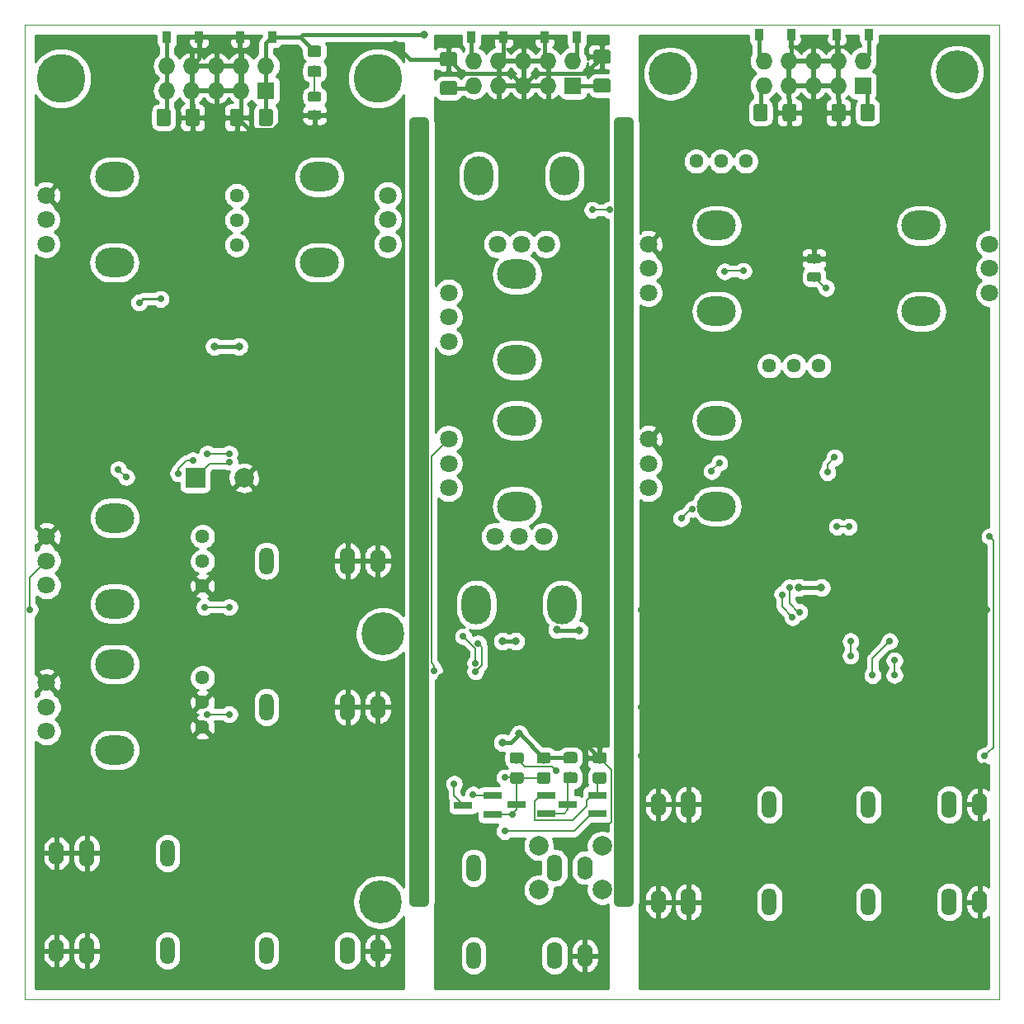
<source format=gbr>
%TF.GenerationSoftware,KiCad,Pcbnew,(5.1.0)-1*%
%TF.CreationDate,2019-10-07T23:17:38+02:00*%
%TF.ProjectId,KicadJE_MoogVCF_1,4b696361-644a-4455-9f4d-6f6f67564346,rev?*%
%TF.SameCoordinates,Original*%
%TF.FileFunction,Copper,L1,Top*%
%TF.FilePolarity,Positive*%
%FSLAX46Y46*%
G04 Gerber Fmt 4.6, Leading zero omitted, Abs format (unit mm)*
G04 Created by KiCad (PCBNEW (5.1.0)-1) date 2019-10-07 23:17:38*
%MOMM*%
%LPD*%
G04 APERTURE LIST*
%ADD10C,1.000000*%
%ADD11C,0.050000*%
%ADD12C,0.150000*%
%ADD13C,1.425000*%
%ADD14R,2.000000X2.000000*%
%ADD15C,2.000000*%
%ADD16R,0.900000X1.200000*%
%ADD17C,5.000000*%
%ADD18C,0.800000*%
%ADD19C,0.700000*%
%ADD20C,4.400000*%
%ADD21O,1.600000X2.800000*%
%ADD22O,1.600000X2.400000*%
%ADD23O,1.500000X2.800000*%
%ADD24R,1.727200X1.727200*%
%ADD25O,1.727200X1.727200*%
%ADD26C,1.800000*%
%ADD27O,4.000000X3.000000*%
%ADD28C,1.440000*%
%ADD29C,0.975000*%
%ADD30C,1.150000*%
%ADD31R,1.900000X0.800000*%
%ADD32O,3.000000X4.000000*%
%ADD33C,0.400000*%
%ADD34C,0.200000*%
%ADD35C,0.250000*%
%ADD36C,0.254000*%
G04 APERTURE END LIST*
D10*
X111000000Y-60000000D02*
X111000000Y-140000000D01*
X112000000Y-60000000D02*
X112000000Y-140000000D01*
X111000000Y-140000000D02*
X112000000Y-140000000D01*
X111000000Y-60000000D02*
X112000000Y-60000000D01*
X90000000Y-60000000D02*
X91000000Y-60000000D01*
X90000000Y-140000000D02*
X91000000Y-140000000D01*
X91000000Y-60000000D02*
X91000000Y-140000000D01*
X90000000Y-60000000D02*
X90000000Y-140000000D01*
D11*
X50000000Y-150000000D02*
X50000000Y-50000000D01*
X150000000Y-150000000D02*
X50000000Y-150000000D01*
X150000000Y-50000000D02*
X150000000Y-150000000D01*
X50000000Y-50000000D02*
X150000000Y-50000000D01*
D12*
G36*
X64749504Y-58626204D02*
G01*
X64773773Y-58629804D01*
X64797571Y-58635765D01*
X64820671Y-58644030D01*
X64842849Y-58654520D01*
X64863893Y-58667133D01*
X64883598Y-58681747D01*
X64901777Y-58698223D01*
X64918253Y-58716402D01*
X64932867Y-58736107D01*
X64945480Y-58757151D01*
X64955970Y-58779329D01*
X64964235Y-58802429D01*
X64970196Y-58826227D01*
X64973796Y-58850496D01*
X64975000Y-58875000D01*
X64975000Y-60125000D01*
X64973796Y-60149504D01*
X64970196Y-60173773D01*
X64964235Y-60197571D01*
X64955970Y-60220671D01*
X64945480Y-60242849D01*
X64932867Y-60263893D01*
X64918253Y-60283598D01*
X64901777Y-60301777D01*
X64883598Y-60318253D01*
X64863893Y-60332867D01*
X64842849Y-60345480D01*
X64820671Y-60355970D01*
X64797571Y-60364235D01*
X64773773Y-60370196D01*
X64749504Y-60373796D01*
X64725000Y-60375000D01*
X63800000Y-60375000D01*
X63775496Y-60373796D01*
X63751227Y-60370196D01*
X63727429Y-60364235D01*
X63704329Y-60355970D01*
X63682151Y-60345480D01*
X63661107Y-60332867D01*
X63641402Y-60318253D01*
X63623223Y-60301777D01*
X63606747Y-60283598D01*
X63592133Y-60263893D01*
X63579520Y-60242849D01*
X63569030Y-60220671D01*
X63560765Y-60197571D01*
X63554804Y-60173773D01*
X63551204Y-60149504D01*
X63550000Y-60125000D01*
X63550000Y-58875000D01*
X63551204Y-58850496D01*
X63554804Y-58826227D01*
X63560765Y-58802429D01*
X63569030Y-58779329D01*
X63579520Y-58757151D01*
X63592133Y-58736107D01*
X63606747Y-58716402D01*
X63623223Y-58698223D01*
X63641402Y-58681747D01*
X63661107Y-58667133D01*
X63682151Y-58654520D01*
X63704329Y-58644030D01*
X63727429Y-58635765D01*
X63751227Y-58629804D01*
X63775496Y-58626204D01*
X63800000Y-58625000D01*
X64725000Y-58625000D01*
X64749504Y-58626204D01*
X64749504Y-58626204D01*
G37*
D13*
X64262500Y-59500000D03*
D12*
G36*
X67724504Y-58626204D02*
G01*
X67748773Y-58629804D01*
X67772571Y-58635765D01*
X67795671Y-58644030D01*
X67817849Y-58654520D01*
X67838893Y-58667133D01*
X67858598Y-58681747D01*
X67876777Y-58698223D01*
X67893253Y-58716402D01*
X67907867Y-58736107D01*
X67920480Y-58757151D01*
X67930970Y-58779329D01*
X67939235Y-58802429D01*
X67945196Y-58826227D01*
X67948796Y-58850496D01*
X67950000Y-58875000D01*
X67950000Y-60125000D01*
X67948796Y-60149504D01*
X67945196Y-60173773D01*
X67939235Y-60197571D01*
X67930970Y-60220671D01*
X67920480Y-60242849D01*
X67907867Y-60263893D01*
X67893253Y-60283598D01*
X67876777Y-60301777D01*
X67858598Y-60318253D01*
X67838893Y-60332867D01*
X67817849Y-60345480D01*
X67795671Y-60355970D01*
X67772571Y-60364235D01*
X67748773Y-60370196D01*
X67724504Y-60373796D01*
X67700000Y-60375000D01*
X66775000Y-60375000D01*
X66750496Y-60373796D01*
X66726227Y-60370196D01*
X66702429Y-60364235D01*
X66679329Y-60355970D01*
X66657151Y-60345480D01*
X66636107Y-60332867D01*
X66616402Y-60318253D01*
X66598223Y-60301777D01*
X66581747Y-60283598D01*
X66567133Y-60263893D01*
X66554520Y-60242849D01*
X66544030Y-60220671D01*
X66535765Y-60197571D01*
X66529804Y-60173773D01*
X66526204Y-60149504D01*
X66525000Y-60125000D01*
X66525000Y-58875000D01*
X66526204Y-58850496D01*
X66529804Y-58826227D01*
X66535765Y-58802429D01*
X66544030Y-58779329D01*
X66554520Y-58757151D01*
X66567133Y-58736107D01*
X66581747Y-58716402D01*
X66598223Y-58698223D01*
X66616402Y-58681747D01*
X66636107Y-58667133D01*
X66657151Y-58654520D01*
X66679329Y-58644030D01*
X66702429Y-58635765D01*
X66726227Y-58629804D01*
X66750496Y-58626204D01*
X66775000Y-58625000D01*
X67700000Y-58625000D01*
X67724504Y-58626204D01*
X67724504Y-58626204D01*
G37*
D13*
X67237500Y-59500000D03*
D12*
G36*
X75237004Y-58626204D02*
G01*
X75261273Y-58629804D01*
X75285071Y-58635765D01*
X75308171Y-58644030D01*
X75330349Y-58654520D01*
X75351393Y-58667133D01*
X75371098Y-58681747D01*
X75389277Y-58698223D01*
X75405753Y-58716402D01*
X75420367Y-58736107D01*
X75432980Y-58757151D01*
X75443470Y-58779329D01*
X75451735Y-58802429D01*
X75457696Y-58826227D01*
X75461296Y-58850496D01*
X75462500Y-58875000D01*
X75462500Y-60125000D01*
X75461296Y-60149504D01*
X75457696Y-60173773D01*
X75451735Y-60197571D01*
X75443470Y-60220671D01*
X75432980Y-60242849D01*
X75420367Y-60263893D01*
X75405753Y-60283598D01*
X75389277Y-60301777D01*
X75371098Y-60318253D01*
X75351393Y-60332867D01*
X75330349Y-60345480D01*
X75308171Y-60355970D01*
X75285071Y-60364235D01*
X75261273Y-60370196D01*
X75237004Y-60373796D01*
X75212500Y-60375000D01*
X74287500Y-60375000D01*
X74262996Y-60373796D01*
X74238727Y-60370196D01*
X74214929Y-60364235D01*
X74191829Y-60355970D01*
X74169651Y-60345480D01*
X74148607Y-60332867D01*
X74128902Y-60318253D01*
X74110723Y-60301777D01*
X74094247Y-60283598D01*
X74079633Y-60263893D01*
X74067020Y-60242849D01*
X74056530Y-60220671D01*
X74048265Y-60197571D01*
X74042304Y-60173773D01*
X74038704Y-60149504D01*
X74037500Y-60125000D01*
X74037500Y-58875000D01*
X74038704Y-58850496D01*
X74042304Y-58826227D01*
X74048265Y-58802429D01*
X74056530Y-58779329D01*
X74067020Y-58757151D01*
X74079633Y-58736107D01*
X74094247Y-58716402D01*
X74110723Y-58698223D01*
X74128902Y-58681747D01*
X74148607Y-58667133D01*
X74169651Y-58654520D01*
X74191829Y-58644030D01*
X74214929Y-58635765D01*
X74238727Y-58629804D01*
X74262996Y-58626204D01*
X74287500Y-58625000D01*
X75212500Y-58625000D01*
X75237004Y-58626204D01*
X75237004Y-58626204D01*
G37*
D13*
X74750000Y-59500000D03*
D12*
G36*
X72262004Y-58626204D02*
G01*
X72286273Y-58629804D01*
X72310071Y-58635765D01*
X72333171Y-58644030D01*
X72355349Y-58654520D01*
X72376393Y-58667133D01*
X72396098Y-58681747D01*
X72414277Y-58698223D01*
X72430753Y-58716402D01*
X72445367Y-58736107D01*
X72457980Y-58757151D01*
X72468470Y-58779329D01*
X72476735Y-58802429D01*
X72482696Y-58826227D01*
X72486296Y-58850496D01*
X72487500Y-58875000D01*
X72487500Y-60125000D01*
X72486296Y-60149504D01*
X72482696Y-60173773D01*
X72476735Y-60197571D01*
X72468470Y-60220671D01*
X72457980Y-60242849D01*
X72445367Y-60263893D01*
X72430753Y-60283598D01*
X72414277Y-60301777D01*
X72396098Y-60318253D01*
X72376393Y-60332867D01*
X72355349Y-60345480D01*
X72333171Y-60355970D01*
X72310071Y-60364235D01*
X72286273Y-60370196D01*
X72262004Y-60373796D01*
X72237500Y-60375000D01*
X71312500Y-60375000D01*
X71287996Y-60373796D01*
X71263727Y-60370196D01*
X71239929Y-60364235D01*
X71216829Y-60355970D01*
X71194651Y-60345480D01*
X71173607Y-60332867D01*
X71153902Y-60318253D01*
X71135723Y-60301777D01*
X71119247Y-60283598D01*
X71104633Y-60263893D01*
X71092020Y-60242849D01*
X71081530Y-60220671D01*
X71073265Y-60197571D01*
X71067304Y-60173773D01*
X71063704Y-60149504D01*
X71062500Y-60125000D01*
X71062500Y-58875000D01*
X71063704Y-58850496D01*
X71067304Y-58826227D01*
X71073265Y-58802429D01*
X71081530Y-58779329D01*
X71092020Y-58757151D01*
X71104633Y-58736107D01*
X71119247Y-58716402D01*
X71135723Y-58698223D01*
X71153902Y-58681747D01*
X71173607Y-58667133D01*
X71194651Y-58654520D01*
X71216829Y-58644030D01*
X71239929Y-58635765D01*
X71263727Y-58629804D01*
X71287996Y-58626204D01*
X71312500Y-58625000D01*
X72237500Y-58625000D01*
X72262004Y-58626204D01*
X72262004Y-58626204D01*
G37*
D13*
X71775000Y-59500000D03*
D14*
X67500000Y-96500000D03*
D15*
X72500000Y-96500000D03*
D16*
X64600000Y-51250000D03*
X67900000Y-51250000D03*
X75400000Y-51250000D03*
X72100000Y-51250000D03*
D17*
X86250000Y-55500000D03*
D18*
X86250000Y-53625000D03*
X84924175Y-54174175D03*
X84375000Y-55500000D03*
X84924175Y-56825825D03*
X86250000Y-57375000D03*
X87575825Y-56825825D03*
X88125000Y-55500000D03*
X87575825Y-54174175D03*
X55075825Y-54174175D03*
X55625000Y-55500000D03*
X55075825Y-56825825D03*
X53750000Y-57375000D03*
X52424175Y-56825825D03*
X51875000Y-55500000D03*
X52424175Y-54174175D03*
X53750000Y-53625000D03*
D17*
X53750000Y-55500000D03*
D19*
X87666726Y-138833274D03*
X88150000Y-140000000D03*
X87666726Y-141166726D03*
X86500000Y-141650000D03*
X85333274Y-141166726D03*
X84850000Y-140000000D03*
X85333274Y-138833274D03*
X86500000Y-138350000D03*
D20*
X86500000Y-140000000D03*
X86750000Y-112500000D03*
D19*
X86750000Y-110850000D03*
X85583274Y-111333274D03*
X85100000Y-112500000D03*
X85583274Y-113666726D03*
X86750000Y-114150000D03*
X87916726Y-113666726D03*
X88400000Y-112500000D03*
X87916726Y-111333274D03*
D21*
X83130000Y-120000000D03*
D22*
X86230000Y-120000000D03*
D23*
X74830000Y-120000000D03*
X74830000Y-105000000D03*
D22*
X86230000Y-105000000D03*
D21*
X83130000Y-105000000D03*
D23*
X74830000Y-145000000D03*
D22*
X86230000Y-145000000D03*
D21*
X83130000Y-145000000D03*
D24*
X74750000Y-56750000D03*
D25*
X74750000Y-54210000D03*
X72210000Y-56750000D03*
X72210000Y-54210000D03*
X69670000Y-56750000D03*
X69670000Y-54210000D03*
X67130000Y-56750000D03*
X67130000Y-54210000D03*
X64590000Y-56750000D03*
X64590000Y-54210000D03*
D26*
X87250000Y-72500000D03*
X87250000Y-70000000D03*
X87250000Y-67500000D03*
D27*
X80250000Y-74400000D03*
X80250000Y-65600000D03*
D28*
X71750000Y-67500000D03*
X71750000Y-70040000D03*
X71750000Y-72580000D03*
D26*
X52250000Y-102500000D03*
X52250000Y-105000000D03*
X52250000Y-107500000D03*
D27*
X59250000Y-100600000D03*
X59250000Y-109400000D03*
X59200000Y-74400000D03*
X59200000Y-65600000D03*
D26*
X52200000Y-72500000D03*
X52200000Y-70000000D03*
X52200000Y-67500000D03*
D28*
X68250000Y-122080000D03*
X68250000Y-119540000D03*
X68250000Y-117000000D03*
D23*
X64670000Y-145000000D03*
D22*
X53270000Y-145000000D03*
D21*
X56370000Y-145000000D03*
D23*
X64670000Y-135000000D03*
D22*
X53270000Y-135000000D03*
D21*
X56370000Y-135000000D03*
D26*
X52250000Y-117500000D03*
X52250000Y-120000000D03*
X52250000Y-122500000D03*
D27*
X59250000Y-115600000D03*
X59250000Y-124400000D03*
D12*
G36*
X80230142Y-56888674D02*
G01*
X80253803Y-56892184D01*
X80277007Y-56897996D01*
X80299529Y-56906054D01*
X80321153Y-56916282D01*
X80341670Y-56928579D01*
X80360883Y-56942829D01*
X80378607Y-56958893D01*
X80394671Y-56976617D01*
X80408921Y-56995830D01*
X80421218Y-57016347D01*
X80431446Y-57037971D01*
X80439504Y-57060493D01*
X80445316Y-57083697D01*
X80448826Y-57107358D01*
X80450000Y-57131250D01*
X80450000Y-57618750D01*
X80448826Y-57642642D01*
X80445316Y-57666303D01*
X80439504Y-57689507D01*
X80431446Y-57712029D01*
X80421218Y-57733653D01*
X80408921Y-57754170D01*
X80394671Y-57773383D01*
X80378607Y-57791107D01*
X80360883Y-57807171D01*
X80341670Y-57821421D01*
X80321153Y-57833718D01*
X80299529Y-57843946D01*
X80277007Y-57852004D01*
X80253803Y-57857816D01*
X80230142Y-57861326D01*
X80206250Y-57862500D01*
X79293750Y-57862500D01*
X79269858Y-57861326D01*
X79246197Y-57857816D01*
X79222993Y-57852004D01*
X79200471Y-57843946D01*
X79178847Y-57833718D01*
X79158330Y-57821421D01*
X79139117Y-57807171D01*
X79121393Y-57791107D01*
X79105329Y-57773383D01*
X79091079Y-57754170D01*
X79078782Y-57733653D01*
X79068554Y-57712029D01*
X79060496Y-57689507D01*
X79054684Y-57666303D01*
X79051174Y-57642642D01*
X79050000Y-57618750D01*
X79050000Y-57131250D01*
X79051174Y-57107358D01*
X79054684Y-57083697D01*
X79060496Y-57060493D01*
X79068554Y-57037971D01*
X79078782Y-57016347D01*
X79091079Y-56995830D01*
X79105329Y-56976617D01*
X79121393Y-56958893D01*
X79139117Y-56942829D01*
X79158330Y-56928579D01*
X79178847Y-56916282D01*
X79200471Y-56906054D01*
X79222993Y-56897996D01*
X79246197Y-56892184D01*
X79269858Y-56888674D01*
X79293750Y-56887500D01*
X80206250Y-56887500D01*
X80230142Y-56888674D01*
X80230142Y-56888674D01*
G37*
D29*
X79750000Y-57375000D03*
D12*
G36*
X80230142Y-58763674D02*
G01*
X80253803Y-58767184D01*
X80277007Y-58772996D01*
X80299529Y-58781054D01*
X80321153Y-58791282D01*
X80341670Y-58803579D01*
X80360883Y-58817829D01*
X80378607Y-58833893D01*
X80394671Y-58851617D01*
X80408921Y-58870830D01*
X80421218Y-58891347D01*
X80431446Y-58912971D01*
X80439504Y-58935493D01*
X80445316Y-58958697D01*
X80448826Y-58982358D01*
X80450000Y-59006250D01*
X80450000Y-59493750D01*
X80448826Y-59517642D01*
X80445316Y-59541303D01*
X80439504Y-59564507D01*
X80431446Y-59587029D01*
X80421218Y-59608653D01*
X80408921Y-59629170D01*
X80394671Y-59648383D01*
X80378607Y-59666107D01*
X80360883Y-59682171D01*
X80341670Y-59696421D01*
X80321153Y-59708718D01*
X80299529Y-59718946D01*
X80277007Y-59727004D01*
X80253803Y-59732816D01*
X80230142Y-59736326D01*
X80206250Y-59737500D01*
X79293750Y-59737500D01*
X79269858Y-59736326D01*
X79246197Y-59732816D01*
X79222993Y-59727004D01*
X79200471Y-59718946D01*
X79178847Y-59708718D01*
X79158330Y-59696421D01*
X79139117Y-59682171D01*
X79121393Y-59666107D01*
X79105329Y-59648383D01*
X79091079Y-59629170D01*
X79078782Y-59608653D01*
X79068554Y-59587029D01*
X79060496Y-59564507D01*
X79054684Y-59541303D01*
X79051174Y-59517642D01*
X79050000Y-59493750D01*
X79050000Y-59006250D01*
X79051174Y-58982358D01*
X79054684Y-58958697D01*
X79060496Y-58935493D01*
X79068554Y-58912971D01*
X79078782Y-58891347D01*
X79091079Y-58870830D01*
X79105329Y-58851617D01*
X79121393Y-58833893D01*
X79139117Y-58817829D01*
X79158330Y-58803579D01*
X79178847Y-58791282D01*
X79200471Y-58781054D01*
X79222993Y-58772996D01*
X79246197Y-58767184D01*
X79269858Y-58763674D01*
X79293750Y-58762500D01*
X80206250Y-58762500D01*
X80230142Y-58763674D01*
X80230142Y-58763674D01*
G37*
D29*
X79750000Y-59250000D03*
D12*
G36*
X80224505Y-52151204D02*
G01*
X80248773Y-52154804D01*
X80272572Y-52160765D01*
X80295671Y-52169030D01*
X80317850Y-52179520D01*
X80338893Y-52192132D01*
X80358599Y-52206747D01*
X80376777Y-52223223D01*
X80393253Y-52241401D01*
X80407868Y-52261107D01*
X80420480Y-52282150D01*
X80430970Y-52304329D01*
X80439235Y-52327428D01*
X80445196Y-52351227D01*
X80448796Y-52375495D01*
X80450000Y-52399999D01*
X80450000Y-53050001D01*
X80448796Y-53074505D01*
X80445196Y-53098773D01*
X80439235Y-53122572D01*
X80430970Y-53145671D01*
X80420480Y-53167850D01*
X80407868Y-53188893D01*
X80393253Y-53208599D01*
X80376777Y-53226777D01*
X80358599Y-53243253D01*
X80338893Y-53257868D01*
X80317850Y-53270480D01*
X80295671Y-53280970D01*
X80272572Y-53289235D01*
X80248773Y-53295196D01*
X80224505Y-53298796D01*
X80200001Y-53300000D01*
X79299999Y-53300000D01*
X79275495Y-53298796D01*
X79251227Y-53295196D01*
X79227428Y-53289235D01*
X79204329Y-53280970D01*
X79182150Y-53270480D01*
X79161107Y-53257868D01*
X79141401Y-53243253D01*
X79123223Y-53226777D01*
X79106747Y-53208599D01*
X79092132Y-53188893D01*
X79079520Y-53167850D01*
X79069030Y-53145671D01*
X79060765Y-53122572D01*
X79054804Y-53098773D01*
X79051204Y-53074505D01*
X79050000Y-53050001D01*
X79050000Y-52399999D01*
X79051204Y-52375495D01*
X79054804Y-52351227D01*
X79060765Y-52327428D01*
X79069030Y-52304329D01*
X79079520Y-52282150D01*
X79092132Y-52261107D01*
X79106747Y-52241401D01*
X79123223Y-52223223D01*
X79141401Y-52206747D01*
X79161107Y-52192132D01*
X79182150Y-52179520D01*
X79204329Y-52169030D01*
X79227428Y-52160765D01*
X79251227Y-52154804D01*
X79275495Y-52151204D01*
X79299999Y-52150000D01*
X80200001Y-52150000D01*
X80224505Y-52151204D01*
X80224505Y-52151204D01*
G37*
D30*
X79750000Y-52725000D03*
D12*
G36*
X80224505Y-54201204D02*
G01*
X80248773Y-54204804D01*
X80272572Y-54210765D01*
X80295671Y-54219030D01*
X80317850Y-54229520D01*
X80338893Y-54242132D01*
X80358599Y-54256747D01*
X80376777Y-54273223D01*
X80393253Y-54291401D01*
X80407868Y-54311107D01*
X80420480Y-54332150D01*
X80430970Y-54354329D01*
X80439235Y-54377428D01*
X80445196Y-54401227D01*
X80448796Y-54425495D01*
X80450000Y-54449999D01*
X80450000Y-55100001D01*
X80448796Y-55124505D01*
X80445196Y-55148773D01*
X80439235Y-55172572D01*
X80430970Y-55195671D01*
X80420480Y-55217850D01*
X80407868Y-55238893D01*
X80393253Y-55258599D01*
X80376777Y-55276777D01*
X80358599Y-55293253D01*
X80338893Y-55307868D01*
X80317850Y-55320480D01*
X80295671Y-55330970D01*
X80272572Y-55339235D01*
X80248773Y-55345196D01*
X80224505Y-55348796D01*
X80200001Y-55350000D01*
X79299999Y-55350000D01*
X79275495Y-55348796D01*
X79251227Y-55345196D01*
X79227428Y-55339235D01*
X79204329Y-55330970D01*
X79182150Y-55320480D01*
X79161107Y-55307868D01*
X79141401Y-55293253D01*
X79123223Y-55276777D01*
X79106747Y-55258599D01*
X79092132Y-55238893D01*
X79079520Y-55217850D01*
X79069030Y-55195671D01*
X79060765Y-55172572D01*
X79054804Y-55148773D01*
X79051204Y-55124505D01*
X79050000Y-55100001D01*
X79050000Y-54449999D01*
X79051204Y-54425495D01*
X79054804Y-54401227D01*
X79060765Y-54377428D01*
X79069030Y-54354329D01*
X79079520Y-54332150D01*
X79092132Y-54311107D01*
X79106747Y-54291401D01*
X79123223Y-54273223D01*
X79141401Y-54256747D01*
X79161107Y-54242132D01*
X79182150Y-54229520D01*
X79204329Y-54219030D01*
X79227428Y-54210765D01*
X79251227Y-54204804D01*
X79275495Y-54201204D01*
X79299999Y-54200000D01*
X80200001Y-54200000D01*
X80224505Y-54201204D01*
X80224505Y-54201204D01*
G37*
D30*
X79750000Y-54775000D03*
D28*
X68250000Y-102500000D03*
X68250000Y-105040000D03*
X68250000Y-107580000D03*
D12*
G36*
X94149504Y-55788704D02*
G01*
X94173773Y-55792304D01*
X94197571Y-55798265D01*
X94220671Y-55806530D01*
X94242849Y-55817020D01*
X94263893Y-55829633D01*
X94283598Y-55844247D01*
X94301777Y-55860723D01*
X94318253Y-55878902D01*
X94332867Y-55898607D01*
X94345480Y-55919651D01*
X94355970Y-55941829D01*
X94364235Y-55964929D01*
X94370196Y-55988727D01*
X94373796Y-56012996D01*
X94375000Y-56037500D01*
X94375000Y-56962500D01*
X94373796Y-56987004D01*
X94370196Y-57011273D01*
X94364235Y-57035071D01*
X94355970Y-57058171D01*
X94345480Y-57080349D01*
X94332867Y-57101393D01*
X94318253Y-57121098D01*
X94301777Y-57139277D01*
X94283598Y-57155753D01*
X94263893Y-57170367D01*
X94242849Y-57182980D01*
X94220671Y-57193470D01*
X94197571Y-57201735D01*
X94173773Y-57207696D01*
X94149504Y-57211296D01*
X94125000Y-57212500D01*
X92875000Y-57212500D01*
X92850496Y-57211296D01*
X92826227Y-57207696D01*
X92802429Y-57201735D01*
X92779329Y-57193470D01*
X92757151Y-57182980D01*
X92736107Y-57170367D01*
X92716402Y-57155753D01*
X92698223Y-57139277D01*
X92681747Y-57121098D01*
X92667133Y-57101393D01*
X92654520Y-57080349D01*
X92644030Y-57058171D01*
X92635765Y-57035071D01*
X92629804Y-57011273D01*
X92626204Y-56987004D01*
X92625000Y-56962500D01*
X92625000Y-56037500D01*
X92626204Y-56012996D01*
X92629804Y-55988727D01*
X92635765Y-55964929D01*
X92644030Y-55941829D01*
X92654520Y-55919651D01*
X92667133Y-55898607D01*
X92681747Y-55878902D01*
X92698223Y-55860723D01*
X92716402Y-55844247D01*
X92736107Y-55829633D01*
X92757151Y-55817020D01*
X92779329Y-55806530D01*
X92802429Y-55798265D01*
X92826227Y-55792304D01*
X92850496Y-55788704D01*
X92875000Y-55787500D01*
X94125000Y-55787500D01*
X94149504Y-55788704D01*
X94149504Y-55788704D01*
G37*
D13*
X93500000Y-56500000D03*
D12*
G36*
X94149504Y-52813704D02*
G01*
X94173773Y-52817304D01*
X94197571Y-52823265D01*
X94220671Y-52831530D01*
X94242849Y-52842020D01*
X94263893Y-52854633D01*
X94283598Y-52869247D01*
X94301777Y-52885723D01*
X94318253Y-52903902D01*
X94332867Y-52923607D01*
X94345480Y-52944651D01*
X94355970Y-52966829D01*
X94364235Y-52989929D01*
X94370196Y-53013727D01*
X94373796Y-53037996D01*
X94375000Y-53062500D01*
X94375000Y-53987500D01*
X94373796Y-54012004D01*
X94370196Y-54036273D01*
X94364235Y-54060071D01*
X94355970Y-54083171D01*
X94345480Y-54105349D01*
X94332867Y-54126393D01*
X94318253Y-54146098D01*
X94301777Y-54164277D01*
X94283598Y-54180753D01*
X94263893Y-54195367D01*
X94242849Y-54207980D01*
X94220671Y-54218470D01*
X94197571Y-54226735D01*
X94173773Y-54232696D01*
X94149504Y-54236296D01*
X94125000Y-54237500D01*
X92875000Y-54237500D01*
X92850496Y-54236296D01*
X92826227Y-54232696D01*
X92802429Y-54226735D01*
X92779329Y-54218470D01*
X92757151Y-54207980D01*
X92736107Y-54195367D01*
X92716402Y-54180753D01*
X92698223Y-54164277D01*
X92681747Y-54146098D01*
X92667133Y-54126393D01*
X92654520Y-54105349D01*
X92644030Y-54083171D01*
X92635765Y-54060071D01*
X92629804Y-54036273D01*
X92626204Y-54012004D01*
X92625000Y-53987500D01*
X92625000Y-53062500D01*
X92626204Y-53037996D01*
X92629804Y-53013727D01*
X92635765Y-52989929D01*
X92644030Y-52966829D01*
X92654520Y-52944651D01*
X92667133Y-52923607D01*
X92681747Y-52903902D01*
X92698223Y-52885723D01*
X92716402Y-52869247D01*
X92736107Y-52854633D01*
X92757151Y-52842020D01*
X92779329Y-52831530D01*
X92802429Y-52823265D01*
X92826227Y-52817304D01*
X92850496Y-52813704D01*
X92875000Y-52812500D01*
X94125000Y-52812500D01*
X94149504Y-52813704D01*
X94149504Y-52813704D01*
G37*
D13*
X93500000Y-53525000D03*
D12*
G36*
X109899504Y-52551204D02*
G01*
X109923773Y-52554804D01*
X109947571Y-52560765D01*
X109970671Y-52569030D01*
X109992849Y-52579520D01*
X110013893Y-52592133D01*
X110033598Y-52606747D01*
X110051777Y-52623223D01*
X110068253Y-52641402D01*
X110082867Y-52661107D01*
X110095480Y-52682151D01*
X110105970Y-52704329D01*
X110114235Y-52727429D01*
X110120196Y-52751227D01*
X110123796Y-52775496D01*
X110125000Y-52800000D01*
X110125000Y-53725000D01*
X110123796Y-53749504D01*
X110120196Y-53773773D01*
X110114235Y-53797571D01*
X110105970Y-53820671D01*
X110095480Y-53842849D01*
X110082867Y-53863893D01*
X110068253Y-53883598D01*
X110051777Y-53901777D01*
X110033598Y-53918253D01*
X110013893Y-53932867D01*
X109992849Y-53945480D01*
X109970671Y-53955970D01*
X109947571Y-53964235D01*
X109923773Y-53970196D01*
X109899504Y-53973796D01*
X109875000Y-53975000D01*
X108625000Y-53975000D01*
X108600496Y-53973796D01*
X108576227Y-53970196D01*
X108552429Y-53964235D01*
X108529329Y-53955970D01*
X108507151Y-53945480D01*
X108486107Y-53932867D01*
X108466402Y-53918253D01*
X108448223Y-53901777D01*
X108431747Y-53883598D01*
X108417133Y-53863893D01*
X108404520Y-53842849D01*
X108394030Y-53820671D01*
X108385765Y-53797571D01*
X108379804Y-53773773D01*
X108376204Y-53749504D01*
X108375000Y-53725000D01*
X108375000Y-52800000D01*
X108376204Y-52775496D01*
X108379804Y-52751227D01*
X108385765Y-52727429D01*
X108394030Y-52704329D01*
X108404520Y-52682151D01*
X108417133Y-52661107D01*
X108431747Y-52641402D01*
X108448223Y-52623223D01*
X108466402Y-52606747D01*
X108486107Y-52592133D01*
X108507151Y-52579520D01*
X108529329Y-52569030D01*
X108552429Y-52560765D01*
X108576227Y-52554804D01*
X108600496Y-52551204D01*
X108625000Y-52550000D01*
X109875000Y-52550000D01*
X109899504Y-52551204D01*
X109899504Y-52551204D01*
G37*
D13*
X109250000Y-53262500D03*
D12*
G36*
X109899504Y-55526204D02*
G01*
X109923773Y-55529804D01*
X109947571Y-55535765D01*
X109970671Y-55544030D01*
X109992849Y-55554520D01*
X110013893Y-55567133D01*
X110033598Y-55581747D01*
X110051777Y-55598223D01*
X110068253Y-55616402D01*
X110082867Y-55636107D01*
X110095480Y-55657151D01*
X110105970Y-55679329D01*
X110114235Y-55702429D01*
X110120196Y-55726227D01*
X110123796Y-55750496D01*
X110125000Y-55775000D01*
X110125000Y-56700000D01*
X110123796Y-56724504D01*
X110120196Y-56748773D01*
X110114235Y-56772571D01*
X110105970Y-56795671D01*
X110095480Y-56817849D01*
X110082867Y-56838893D01*
X110068253Y-56858598D01*
X110051777Y-56876777D01*
X110033598Y-56893253D01*
X110013893Y-56907867D01*
X109992849Y-56920480D01*
X109970671Y-56930970D01*
X109947571Y-56939235D01*
X109923773Y-56945196D01*
X109899504Y-56948796D01*
X109875000Y-56950000D01*
X108625000Y-56950000D01*
X108600496Y-56948796D01*
X108576227Y-56945196D01*
X108552429Y-56939235D01*
X108529329Y-56930970D01*
X108507151Y-56920480D01*
X108486107Y-56907867D01*
X108466402Y-56893253D01*
X108448223Y-56876777D01*
X108431747Y-56858598D01*
X108417133Y-56838893D01*
X108404520Y-56817849D01*
X108394030Y-56795671D01*
X108385765Y-56772571D01*
X108379804Y-56748773D01*
X108376204Y-56724504D01*
X108375000Y-56700000D01*
X108375000Y-55775000D01*
X108376204Y-55750496D01*
X108379804Y-55726227D01*
X108385765Y-55702429D01*
X108394030Y-55679329D01*
X108404520Y-55657151D01*
X108417133Y-55636107D01*
X108431747Y-55616402D01*
X108448223Y-55598223D01*
X108466402Y-55581747D01*
X108486107Y-55567133D01*
X108507151Y-55554520D01*
X108529329Y-55544030D01*
X108552429Y-55535765D01*
X108576227Y-55529804D01*
X108600496Y-55526204D01*
X108625000Y-55525000D01*
X109875000Y-55525000D01*
X109899504Y-55526204D01*
X109899504Y-55526204D01*
G37*
D13*
X109250000Y-56237500D03*
D12*
G36*
X100974505Y-126701204D02*
G01*
X100998773Y-126704804D01*
X101022572Y-126710765D01*
X101045671Y-126719030D01*
X101067850Y-126729520D01*
X101088893Y-126742132D01*
X101108599Y-126756747D01*
X101126777Y-126773223D01*
X101143253Y-126791401D01*
X101157868Y-126811107D01*
X101170480Y-126832150D01*
X101180970Y-126854329D01*
X101189235Y-126877428D01*
X101195196Y-126901227D01*
X101198796Y-126925495D01*
X101200000Y-126949999D01*
X101200000Y-127600001D01*
X101198796Y-127624505D01*
X101195196Y-127648773D01*
X101189235Y-127672572D01*
X101180970Y-127695671D01*
X101170480Y-127717850D01*
X101157868Y-127738893D01*
X101143253Y-127758599D01*
X101126777Y-127776777D01*
X101108599Y-127793253D01*
X101088893Y-127807868D01*
X101067850Y-127820480D01*
X101045671Y-127830970D01*
X101022572Y-127839235D01*
X100998773Y-127845196D01*
X100974505Y-127848796D01*
X100950001Y-127850000D01*
X100049999Y-127850000D01*
X100025495Y-127848796D01*
X100001227Y-127845196D01*
X99977428Y-127839235D01*
X99954329Y-127830970D01*
X99932150Y-127820480D01*
X99911107Y-127807868D01*
X99891401Y-127793253D01*
X99873223Y-127776777D01*
X99856747Y-127758599D01*
X99842132Y-127738893D01*
X99829520Y-127717850D01*
X99819030Y-127695671D01*
X99810765Y-127672572D01*
X99804804Y-127648773D01*
X99801204Y-127624505D01*
X99800000Y-127600001D01*
X99800000Y-126949999D01*
X99801204Y-126925495D01*
X99804804Y-126901227D01*
X99810765Y-126877428D01*
X99819030Y-126854329D01*
X99829520Y-126832150D01*
X99842132Y-126811107D01*
X99856747Y-126791401D01*
X99873223Y-126773223D01*
X99891401Y-126756747D01*
X99911107Y-126742132D01*
X99932150Y-126729520D01*
X99954329Y-126719030D01*
X99977428Y-126710765D01*
X100001227Y-126704804D01*
X100025495Y-126701204D01*
X100049999Y-126700000D01*
X100950001Y-126700000D01*
X100974505Y-126701204D01*
X100974505Y-126701204D01*
G37*
D30*
X100500000Y-127275000D03*
D12*
G36*
X100974505Y-124651204D02*
G01*
X100998773Y-124654804D01*
X101022572Y-124660765D01*
X101045671Y-124669030D01*
X101067850Y-124679520D01*
X101088893Y-124692132D01*
X101108599Y-124706747D01*
X101126777Y-124723223D01*
X101143253Y-124741401D01*
X101157868Y-124761107D01*
X101170480Y-124782150D01*
X101180970Y-124804329D01*
X101189235Y-124827428D01*
X101195196Y-124851227D01*
X101198796Y-124875495D01*
X101200000Y-124899999D01*
X101200000Y-125550001D01*
X101198796Y-125574505D01*
X101195196Y-125598773D01*
X101189235Y-125622572D01*
X101180970Y-125645671D01*
X101170480Y-125667850D01*
X101157868Y-125688893D01*
X101143253Y-125708599D01*
X101126777Y-125726777D01*
X101108599Y-125743253D01*
X101088893Y-125757868D01*
X101067850Y-125770480D01*
X101045671Y-125780970D01*
X101022572Y-125789235D01*
X100998773Y-125795196D01*
X100974505Y-125798796D01*
X100950001Y-125800000D01*
X100049999Y-125800000D01*
X100025495Y-125798796D01*
X100001227Y-125795196D01*
X99977428Y-125789235D01*
X99954329Y-125780970D01*
X99932150Y-125770480D01*
X99911107Y-125757868D01*
X99891401Y-125743253D01*
X99873223Y-125726777D01*
X99856747Y-125708599D01*
X99842132Y-125688893D01*
X99829520Y-125667850D01*
X99819030Y-125645671D01*
X99810765Y-125622572D01*
X99804804Y-125598773D01*
X99801204Y-125574505D01*
X99800000Y-125550001D01*
X99800000Y-124899999D01*
X99801204Y-124875495D01*
X99804804Y-124851227D01*
X99810765Y-124827428D01*
X99819030Y-124804329D01*
X99829520Y-124782150D01*
X99842132Y-124761107D01*
X99856747Y-124741401D01*
X99873223Y-124723223D01*
X99891401Y-124706747D01*
X99911107Y-124692132D01*
X99932150Y-124679520D01*
X99954329Y-124669030D01*
X99977428Y-124660765D01*
X100001227Y-124654804D01*
X100025495Y-124651204D01*
X100049999Y-124650000D01*
X100950001Y-124650000D01*
X100974505Y-124651204D01*
X100974505Y-124651204D01*
G37*
D30*
X100500000Y-125225000D03*
D16*
X99150000Y-51250000D03*
X95850000Y-51250000D03*
X103350000Y-51250000D03*
X106650000Y-51250000D03*
D21*
X104380000Y-136500000D03*
D22*
X107480000Y-136500000D03*
D23*
X96080000Y-136500000D03*
X96080000Y-145500000D03*
D22*
X107480000Y-145500000D03*
D21*
X104380000Y-145500000D03*
D31*
X98000000Y-131000000D03*
X98000000Y-129100000D03*
X95000000Y-130050000D03*
X103500000Y-130950000D03*
X103500000Y-129050000D03*
X100500000Y-130000000D03*
X105750000Y-130000000D03*
X108750000Y-129050000D03*
X108750000Y-130950000D03*
D12*
G36*
X103724505Y-126701204D02*
G01*
X103748773Y-126704804D01*
X103772572Y-126710765D01*
X103795671Y-126719030D01*
X103817850Y-126729520D01*
X103838893Y-126742132D01*
X103858599Y-126756747D01*
X103876777Y-126773223D01*
X103893253Y-126791401D01*
X103907868Y-126811107D01*
X103920480Y-126832150D01*
X103930970Y-126854329D01*
X103939235Y-126877428D01*
X103945196Y-126901227D01*
X103948796Y-126925495D01*
X103950000Y-126949999D01*
X103950000Y-127600001D01*
X103948796Y-127624505D01*
X103945196Y-127648773D01*
X103939235Y-127672572D01*
X103930970Y-127695671D01*
X103920480Y-127717850D01*
X103907868Y-127738893D01*
X103893253Y-127758599D01*
X103876777Y-127776777D01*
X103858599Y-127793253D01*
X103838893Y-127807868D01*
X103817850Y-127820480D01*
X103795671Y-127830970D01*
X103772572Y-127839235D01*
X103748773Y-127845196D01*
X103724505Y-127848796D01*
X103700001Y-127850000D01*
X102799999Y-127850000D01*
X102775495Y-127848796D01*
X102751227Y-127845196D01*
X102727428Y-127839235D01*
X102704329Y-127830970D01*
X102682150Y-127820480D01*
X102661107Y-127807868D01*
X102641401Y-127793253D01*
X102623223Y-127776777D01*
X102606747Y-127758599D01*
X102592132Y-127738893D01*
X102579520Y-127717850D01*
X102569030Y-127695671D01*
X102560765Y-127672572D01*
X102554804Y-127648773D01*
X102551204Y-127624505D01*
X102550000Y-127600001D01*
X102550000Y-126949999D01*
X102551204Y-126925495D01*
X102554804Y-126901227D01*
X102560765Y-126877428D01*
X102569030Y-126854329D01*
X102579520Y-126832150D01*
X102592132Y-126811107D01*
X102606747Y-126791401D01*
X102623223Y-126773223D01*
X102641401Y-126756747D01*
X102661107Y-126742132D01*
X102682150Y-126729520D01*
X102704329Y-126719030D01*
X102727428Y-126710765D01*
X102751227Y-126704804D01*
X102775495Y-126701204D01*
X102799999Y-126700000D01*
X103700001Y-126700000D01*
X103724505Y-126701204D01*
X103724505Y-126701204D01*
G37*
D30*
X103250000Y-127275000D03*
D12*
G36*
X103724505Y-124651204D02*
G01*
X103748773Y-124654804D01*
X103772572Y-124660765D01*
X103795671Y-124669030D01*
X103817850Y-124679520D01*
X103838893Y-124692132D01*
X103858599Y-124706747D01*
X103876777Y-124723223D01*
X103893253Y-124741401D01*
X103907868Y-124761107D01*
X103920480Y-124782150D01*
X103930970Y-124804329D01*
X103939235Y-124827428D01*
X103945196Y-124851227D01*
X103948796Y-124875495D01*
X103950000Y-124899999D01*
X103950000Y-125550001D01*
X103948796Y-125574505D01*
X103945196Y-125598773D01*
X103939235Y-125622572D01*
X103930970Y-125645671D01*
X103920480Y-125667850D01*
X103907868Y-125688893D01*
X103893253Y-125708599D01*
X103876777Y-125726777D01*
X103858599Y-125743253D01*
X103838893Y-125757868D01*
X103817850Y-125770480D01*
X103795671Y-125780970D01*
X103772572Y-125789235D01*
X103748773Y-125795196D01*
X103724505Y-125798796D01*
X103700001Y-125800000D01*
X102799999Y-125800000D01*
X102775495Y-125798796D01*
X102751227Y-125795196D01*
X102727428Y-125789235D01*
X102704329Y-125780970D01*
X102682150Y-125770480D01*
X102661107Y-125757868D01*
X102641401Y-125743253D01*
X102623223Y-125726777D01*
X102606747Y-125708599D01*
X102592132Y-125688893D01*
X102579520Y-125667850D01*
X102569030Y-125645671D01*
X102560765Y-125622572D01*
X102554804Y-125598773D01*
X102551204Y-125574505D01*
X102550000Y-125550001D01*
X102550000Y-124899999D01*
X102551204Y-124875495D01*
X102554804Y-124851227D01*
X102560765Y-124827428D01*
X102569030Y-124804329D01*
X102579520Y-124782150D01*
X102592132Y-124761107D01*
X102606747Y-124741401D01*
X102623223Y-124723223D01*
X102641401Y-124706747D01*
X102661107Y-124692132D01*
X102682150Y-124679520D01*
X102704329Y-124669030D01*
X102727428Y-124660765D01*
X102751227Y-124654804D01*
X102775495Y-124651204D01*
X102799999Y-124650000D01*
X103700001Y-124650000D01*
X103724505Y-124651204D01*
X103724505Y-124651204D01*
G37*
D30*
X103250000Y-125225000D03*
D12*
G36*
X106474505Y-124626204D02*
G01*
X106498773Y-124629804D01*
X106522572Y-124635765D01*
X106545671Y-124644030D01*
X106567850Y-124654520D01*
X106588893Y-124667132D01*
X106608599Y-124681747D01*
X106626777Y-124698223D01*
X106643253Y-124716401D01*
X106657868Y-124736107D01*
X106670480Y-124757150D01*
X106680970Y-124779329D01*
X106689235Y-124802428D01*
X106695196Y-124826227D01*
X106698796Y-124850495D01*
X106700000Y-124874999D01*
X106700000Y-125525001D01*
X106698796Y-125549505D01*
X106695196Y-125573773D01*
X106689235Y-125597572D01*
X106680970Y-125620671D01*
X106670480Y-125642850D01*
X106657868Y-125663893D01*
X106643253Y-125683599D01*
X106626777Y-125701777D01*
X106608599Y-125718253D01*
X106588893Y-125732868D01*
X106567850Y-125745480D01*
X106545671Y-125755970D01*
X106522572Y-125764235D01*
X106498773Y-125770196D01*
X106474505Y-125773796D01*
X106450001Y-125775000D01*
X105549999Y-125775000D01*
X105525495Y-125773796D01*
X105501227Y-125770196D01*
X105477428Y-125764235D01*
X105454329Y-125755970D01*
X105432150Y-125745480D01*
X105411107Y-125732868D01*
X105391401Y-125718253D01*
X105373223Y-125701777D01*
X105356747Y-125683599D01*
X105342132Y-125663893D01*
X105329520Y-125642850D01*
X105319030Y-125620671D01*
X105310765Y-125597572D01*
X105304804Y-125573773D01*
X105301204Y-125549505D01*
X105300000Y-125525001D01*
X105300000Y-124874999D01*
X105301204Y-124850495D01*
X105304804Y-124826227D01*
X105310765Y-124802428D01*
X105319030Y-124779329D01*
X105329520Y-124757150D01*
X105342132Y-124736107D01*
X105356747Y-124716401D01*
X105373223Y-124698223D01*
X105391401Y-124681747D01*
X105411107Y-124667132D01*
X105432150Y-124654520D01*
X105454329Y-124644030D01*
X105477428Y-124635765D01*
X105501227Y-124629804D01*
X105525495Y-124626204D01*
X105549999Y-124625000D01*
X106450001Y-124625000D01*
X106474505Y-124626204D01*
X106474505Y-124626204D01*
G37*
D30*
X106000000Y-125200000D03*
D12*
G36*
X106474505Y-126676204D02*
G01*
X106498773Y-126679804D01*
X106522572Y-126685765D01*
X106545671Y-126694030D01*
X106567850Y-126704520D01*
X106588893Y-126717132D01*
X106608599Y-126731747D01*
X106626777Y-126748223D01*
X106643253Y-126766401D01*
X106657868Y-126786107D01*
X106670480Y-126807150D01*
X106680970Y-126829329D01*
X106689235Y-126852428D01*
X106695196Y-126876227D01*
X106698796Y-126900495D01*
X106700000Y-126924999D01*
X106700000Y-127575001D01*
X106698796Y-127599505D01*
X106695196Y-127623773D01*
X106689235Y-127647572D01*
X106680970Y-127670671D01*
X106670480Y-127692850D01*
X106657868Y-127713893D01*
X106643253Y-127733599D01*
X106626777Y-127751777D01*
X106608599Y-127768253D01*
X106588893Y-127782868D01*
X106567850Y-127795480D01*
X106545671Y-127805970D01*
X106522572Y-127814235D01*
X106498773Y-127820196D01*
X106474505Y-127823796D01*
X106450001Y-127825000D01*
X105549999Y-127825000D01*
X105525495Y-127823796D01*
X105501227Y-127820196D01*
X105477428Y-127814235D01*
X105454329Y-127805970D01*
X105432150Y-127795480D01*
X105411107Y-127782868D01*
X105391401Y-127768253D01*
X105373223Y-127751777D01*
X105356747Y-127733599D01*
X105342132Y-127713893D01*
X105329520Y-127692850D01*
X105319030Y-127670671D01*
X105310765Y-127647572D01*
X105304804Y-127623773D01*
X105301204Y-127599505D01*
X105300000Y-127575001D01*
X105300000Y-126924999D01*
X105301204Y-126900495D01*
X105304804Y-126876227D01*
X105310765Y-126852428D01*
X105319030Y-126829329D01*
X105329520Y-126807150D01*
X105342132Y-126786107D01*
X105356747Y-126766401D01*
X105373223Y-126748223D01*
X105391401Y-126731747D01*
X105411107Y-126717132D01*
X105432150Y-126704520D01*
X105454329Y-126694030D01*
X105477428Y-126685765D01*
X105501227Y-126679804D01*
X105525495Y-126676204D01*
X105549999Y-126675000D01*
X106450001Y-126675000D01*
X106474505Y-126676204D01*
X106474505Y-126676204D01*
G37*
D30*
X106000000Y-127250000D03*
D12*
G36*
X109474505Y-126701204D02*
G01*
X109498773Y-126704804D01*
X109522572Y-126710765D01*
X109545671Y-126719030D01*
X109567850Y-126729520D01*
X109588893Y-126742132D01*
X109608599Y-126756747D01*
X109626777Y-126773223D01*
X109643253Y-126791401D01*
X109657868Y-126811107D01*
X109670480Y-126832150D01*
X109680970Y-126854329D01*
X109689235Y-126877428D01*
X109695196Y-126901227D01*
X109698796Y-126925495D01*
X109700000Y-126949999D01*
X109700000Y-127600001D01*
X109698796Y-127624505D01*
X109695196Y-127648773D01*
X109689235Y-127672572D01*
X109680970Y-127695671D01*
X109670480Y-127717850D01*
X109657868Y-127738893D01*
X109643253Y-127758599D01*
X109626777Y-127776777D01*
X109608599Y-127793253D01*
X109588893Y-127807868D01*
X109567850Y-127820480D01*
X109545671Y-127830970D01*
X109522572Y-127839235D01*
X109498773Y-127845196D01*
X109474505Y-127848796D01*
X109450001Y-127850000D01*
X108549999Y-127850000D01*
X108525495Y-127848796D01*
X108501227Y-127845196D01*
X108477428Y-127839235D01*
X108454329Y-127830970D01*
X108432150Y-127820480D01*
X108411107Y-127807868D01*
X108391401Y-127793253D01*
X108373223Y-127776777D01*
X108356747Y-127758599D01*
X108342132Y-127738893D01*
X108329520Y-127717850D01*
X108319030Y-127695671D01*
X108310765Y-127672572D01*
X108304804Y-127648773D01*
X108301204Y-127624505D01*
X108300000Y-127600001D01*
X108300000Y-126949999D01*
X108301204Y-126925495D01*
X108304804Y-126901227D01*
X108310765Y-126877428D01*
X108319030Y-126854329D01*
X108329520Y-126832150D01*
X108342132Y-126811107D01*
X108356747Y-126791401D01*
X108373223Y-126773223D01*
X108391401Y-126756747D01*
X108411107Y-126742132D01*
X108432150Y-126729520D01*
X108454329Y-126719030D01*
X108477428Y-126710765D01*
X108501227Y-126704804D01*
X108525495Y-126701204D01*
X108549999Y-126700000D01*
X109450001Y-126700000D01*
X109474505Y-126701204D01*
X109474505Y-126701204D01*
G37*
D30*
X109000000Y-127275000D03*
D12*
G36*
X109474505Y-124651204D02*
G01*
X109498773Y-124654804D01*
X109522572Y-124660765D01*
X109545671Y-124669030D01*
X109567850Y-124679520D01*
X109588893Y-124692132D01*
X109608599Y-124706747D01*
X109626777Y-124723223D01*
X109643253Y-124741401D01*
X109657868Y-124761107D01*
X109670480Y-124782150D01*
X109680970Y-124804329D01*
X109689235Y-124827428D01*
X109695196Y-124851227D01*
X109698796Y-124875495D01*
X109700000Y-124899999D01*
X109700000Y-125550001D01*
X109698796Y-125574505D01*
X109695196Y-125598773D01*
X109689235Y-125622572D01*
X109680970Y-125645671D01*
X109670480Y-125667850D01*
X109657868Y-125688893D01*
X109643253Y-125708599D01*
X109626777Y-125726777D01*
X109608599Y-125743253D01*
X109588893Y-125757868D01*
X109567850Y-125770480D01*
X109545671Y-125780970D01*
X109522572Y-125789235D01*
X109498773Y-125795196D01*
X109474505Y-125798796D01*
X109450001Y-125800000D01*
X108549999Y-125800000D01*
X108525495Y-125798796D01*
X108501227Y-125795196D01*
X108477428Y-125789235D01*
X108454329Y-125780970D01*
X108432150Y-125770480D01*
X108411107Y-125757868D01*
X108391401Y-125743253D01*
X108373223Y-125726777D01*
X108356747Y-125708599D01*
X108342132Y-125688893D01*
X108329520Y-125667850D01*
X108319030Y-125645671D01*
X108310765Y-125622572D01*
X108304804Y-125598773D01*
X108301204Y-125574505D01*
X108300000Y-125550001D01*
X108300000Y-124899999D01*
X108301204Y-124875495D01*
X108304804Y-124851227D01*
X108310765Y-124827428D01*
X108319030Y-124804329D01*
X108329520Y-124782150D01*
X108342132Y-124761107D01*
X108356747Y-124741401D01*
X108373223Y-124723223D01*
X108391401Y-124706747D01*
X108411107Y-124692132D01*
X108432150Y-124679520D01*
X108454329Y-124669030D01*
X108477428Y-124660765D01*
X108501227Y-124654804D01*
X108525495Y-124651204D01*
X108549999Y-124650000D01*
X109450001Y-124650000D01*
X109474505Y-124651204D01*
X109474505Y-124651204D01*
G37*
D30*
X109000000Y-125225000D03*
D26*
X98500000Y-72500000D03*
X101000000Y-72500000D03*
X103500000Y-72500000D03*
D32*
X96600000Y-65500000D03*
X105400000Y-65500000D03*
D26*
X93500000Y-77500000D03*
X93500000Y-80000000D03*
X93500000Y-82500000D03*
D27*
X100500000Y-75600000D03*
X100500000Y-84400000D03*
D26*
X93500000Y-92500000D03*
X93500000Y-95000000D03*
X93500000Y-97500000D03*
D27*
X100500000Y-90600000D03*
X100500000Y-99400000D03*
D32*
X96350000Y-109500000D03*
X105150000Y-109500000D03*
D26*
X98250000Y-102500000D03*
X100750000Y-102500000D03*
X103250000Y-102500000D03*
D15*
X102750000Y-134250000D03*
X102750000Y-138750000D03*
X109250000Y-134250000D03*
X109250000Y-138750000D03*
D24*
X106250000Y-56250000D03*
D25*
X106250000Y-53710000D03*
X103710000Y-56250000D03*
X103710000Y-53710000D03*
X101170000Y-56250000D03*
X101170000Y-53710000D03*
X98630000Y-56250000D03*
X98630000Y-53710000D03*
X96090000Y-56250000D03*
X96090000Y-53710000D03*
D12*
G36*
X125999504Y-58126204D02*
G01*
X126023773Y-58129804D01*
X126047571Y-58135765D01*
X126070671Y-58144030D01*
X126092849Y-58154520D01*
X126113893Y-58167133D01*
X126133598Y-58181747D01*
X126151777Y-58198223D01*
X126168253Y-58216402D01*
X126182867Y-58236107D01*
X126195480Y-58257151D01*
X126205970Y-58279329D01*
X126214235Y-58302429D01*
X126220196Y-58326227D01*
X126223796Y-58350496D01*
X126225000Y-58375000D01*
X126225000Y-59625000D01*
X126223796Y-59649504D01*
X126220196Y-59673773D01*
X126214235Y-59697571D01*
X126205970Y-59720671D01*
X126195480Y-59742849D01*
X126182867Y-59763893D01*
X126168253Y-59783598D01*
X126151777Y-59801777D01*
X126133598Y-59818253D01*
X126113893Y-59832867D01*
X126092849Y-59845480D01*
X126070671Y-59855970D01*
X126047571Y-59864235D01*
X126023773Y-59870196D01*
X125999504Y-59873796D01*
X125975000Y-59875000D01*
X125050000Y-59875000D01*
X125025496Y-59873796D01*
X125001227Y-59870196D01*
X124977429Y-59864235D01*
X124954329Y-59855970D01*
X124932151Y-59845480D01*
X124911107Y-59832867D01*
X124891402Y-59818253D01*
X124873223Y-59801777D01*
X124856747Y-59783598D01*
X124842133Y-59763893D01*
X124829520Y-59742849D01*
X124819030Y-59720671D01*
X124810765Y-59697571D01*
X124804804Y-59673773D01*
X124801204Y-59649504D01*
X124800000Y-59625000D01*
X124800000Y-58375000D01*
X124801204Y-58350496D01*
X124804804Y-58326227D01*
X124810765Y-58302429D01*
X124819030Y-58279329D01*
X124829520Y-58257151D01*
X124842133Y-58236107D01*
X124856747Y-58216402D01*
X124873223Y-58198223D01*
X124891402Y-58181747D01*
X124911107Y-58167133D01*
X124932151Y-58154520D01*
X124954329Y-58144030D01*
X124977429Y-58135765D01*
X125001227Y-58129804D01*
X125025496Y-58126204D01*
X125050000Y-58125000D01*
X125975000Y-58125000D01*
X125999504Y-58126204D01*
X125999504Y-58126204D01*
G37*
D13*
X125512500Y-59000000D03*
D12*
G36*
X128974504Y-58126204D02*
G01*
X128998773Y-58129804D01*
X129022571Y-58135765D01*
X129045671Y-58144030D01*
X129067849Y-58154520D01*
X129088893Y-58167133D01*
X129108598Y-58181747D01*
X129126777Y-58198223D01*
X129143253Y-58216402D01*
X129157867Y-58236107D01*
X129170480Y-58257151D01*
X129180970Y-58279329D01*
X129189235Y-58302429D01*
X129195196Y-58326227D01*
X129198796Y-58350496D01*
X129200000Y-58375000D01*
X129200000Y-59625000D01*
X129198796Y-59649504D01*
X129195196Y-59673773D01*
X129189235Y-59697571D01*
X129180970Y-59720671D01*
X129170480Y-59742849D01*
X129157867Y-59763893D01*
X129143253Y-59783598D01*
X129126777Y-59801777D01*
X129108598Y-59818253D01*
X129088893Y-59832867D01*
X129067849Y-59845480D01*
X129045671Y-59855970D01*
X129022571Y-59864235D01*
X128998773Y-59870196D01*
X128974504Y-59873796D01*
X128950000Y-59875000D01*
X128025000Y-59875000D01*
X128000496Y-59873796D01*
X127976227Y-59870196D01*
X127952429Y-59864235D01*
X127929329Y-59855970D01*
X127907151Y-59845480D01*
X127886107Y-59832867D01*
X127866402Y-59818253D01*
X127848223Y-59801777D01*
X127831747Y-59783598D01*
X127817133Y-59763893D01*
X127804520Y-59742849D01*
X127794030Y-59720671D01*
X127785765Y-59697571D01*
X127779804Y-59673773D01*
X127776204Y-59649504D01*
X127775000Y-59625000D01*
X127775000Y-58375000D01*
X127776204Y-58350496D01*
X127779804Y-58326227D01*
X127785765Y-58302429D01*
X127794030Y-58279329D01*
X127804520Y-58257151D01*
X127817133Y-58236107D01*
X127831747Y-58216402D01*
X127848223Y-58198223D01*
X127866402Y-58181747D01*
X127886107Y-58167133D01*
X127907151Y-58154520D01*
X127929329Y-58144030D01*
X127952429Y-58135765D01*
X127976227Y-58129804D01*
X128000496Y-58126204D01*
X128025000Y-58125000D01*
X128950000Y-58125000D01*
X128974504Y-58126204D01*
X128974504Y-58126204D01*
G37*
D13*
X128487500Y-59000000D03*
D12*
G36*
X133999504Y-58126204D02*
G01*
X134023773Y-58129804D01*
X134047571Y-58135765D01*
X134070671Y-58144030D01*
X134092849Y-58154520D01*
X134113893Y-58167133D01*
X134133598Y-58181747D01*
X134151777Y-58198223D01*
X134168253Y-58216402D01*
X134182867Y-58236107D01*
X134195480Y-58257151D01*
X134205970Y-58279329D01*
X134214235Y-58302429D01*
X134220196Y-58326227D01*
X134223796Y-58350496D01*
X134225000Y-58375000D01*
X134225000Y-59625000D01*
X134223796Y-59649504D01*
X134220196Y-59673773D01*
X134214235Y-59697571D01*
X134205970Y-59720671D01*
X134195480Y-59742849D01*
X134182867Y-59763893D01*
X134168253Y-59783598D01*
X134151777Y-59801777D01*
X134133598Y-59818253D01*
X134113893Y-59832867D01*
X134092849Y-59845480D01*
X134070671Y-59855970D01*
X134047571Y-59864235D01*
X134023773Y-59870196D01*
X133999504Y-59873796D01*
X133975000Y-59875000D01*
X133050000Y-59875000D01*
X133025496Y-59873796D01*
X133001227Y-59870196D01*
X132977429Y-59864235D01*
X132954329Y-59855970D01*
X132932151Y-59845480D01*
X132911107Y-59832867D01*
X132891402Y-59818253D01*
X132873223Y-59801777D01*
X132856747Y-59783598D01*
X132842133Y-59763893D01*
X132829520Y-59742849D01*
X132819030Y-59720671D01*
X132810765Y-59697571D01*
X132804804Y-59673773D01*
X132801204Y-59649504D01*
X132800000Y-59625000D01*
X132800000Y-58375000D01*
X132801204Y-58350496D01*
X132804804Y-58326227D01*
X132810765Y-58302429D01*
X132819030Y-58279329D01*
X132829520Y-58257151D01*
X132842133Y-58236107D01*
X132856747Y-58216402D01*
X132873223Y-58198223D01*
X132891402Y-58181747D01*
X132911107Y-58167133D01*
X132932151Y-58154520D01*
X132954329Y-58144030D01*
X132977429Y-58135765D01*
X133001227Y-58129804D01*
X133025496Y-58126204D01*
X133050000Y-58125000D01*
X133975000Y-58125000D01*
X133999504Y-58126204D01*
X133999504Y-58126204D01*
G37*
D13*
X133512500Y-59000000D03*
D12*
G36*
X136974504Y-58126204D02*
G01*
X136998773Y-58129804D01*
X137022571Y-58135765D01*
X137045671Y-58144030D01*
X137067849Y-58154520D01*
X137088893Y-58167133D01*
X137108598Y-58181747D01*
X137126777Y-58198223D01*
X137143253Y-58216402D01*
X137157867Y-58236107D01*
X137170480Y-58257151D01*
X137180970Y-58279329D01*
X137189235Y-58302429D01*
X137195196Y-58326227D01*
X137198796Y-58350496D01*
X137200000Y-58375000D01*
X137200000Y-59625000D01*
X137198796Y-59649504D01*
X137195196Y-59673773D01*
X137189235Y-59697571D01*
X137180970Y-59720671D01*
X137170480Y-59742849D01*
X137157867Y-59763893D01*
X137143253Y-59783598D01*
X137126777Y-59801777D01*
X137108598Y-59818253D01*
X137088893Y-59832867D01*
X137067849Y-59845480D01*
X137045671Y-59855970D01*
X137022571Y-59864235D01*
X136998773Y-59870196D01*
X136974504Y-59873796D01*
X136950000Y-59875000D01*
X136025000Y-59875000D01*
X136000496Y-59873796D01*
X135976227Y-59870196D01*
X135952429Y-59864235D01*
X135929329Y-59855970D01*
X135907151Y-59845480D01*
X135886107Y-59832867D01*
X135866402Y-59818253D01*
X135848223Y-59801777D01*
X135831747Y-59783598D01*
X135817133Y-59763893D01*
X135804520Y-59742849D01*
X135794030Y-59720671D01*
X135785765Y-59697571D01*
X135779804Y-59673773D01*
X135776204Y-59649504D01*
X135775000Y-59625000D01*
X135775000Y-58375000D01*
X135776204Y-58350496D01*
X135779804Y-58326227D01*
X135785765Y-58302429D01*
X135794030Y-58279329D01*
X135804520Y-58257151D01*
X135817133Y-58236107D01*
X135831747Y-58216402D01*
X135848223Y-58198223D01*
X135866402Y-58181747D01*
X135886107Y-58167133D01*
X135907151Y-58154520D01*
X135929329Y-58144030D01*
X135952429Y-58135765D01*
X135976227Y-58129804D01*
X136000496Y-58126204D01*
X136025000Y-58125000D01*
X136950000Y-58125000D01*
X136974504Y-58126204D01*
X136974504Y-58126204D01*
G37*
D13*
X136487500Y-59000000D03*
D16*
X125350000Y-51000000D03*
X128650000Y-51000000D03*
X136650000Y-51000000D03*
X133350000Y-51000000D03*
D12*
G36*
X131480142Y-75388674D02*
G01*
X131503803Y-75392184D01*
X131527007Y-75397996D01*
X131549529Y-75406054D01*
X131571153Y-75416282D01*
X131591670Y-75428579D01*
X131610883Y-75442829D01*
X131628607Y-75458893D01*
X131644671Y-75476617D01*
X131658921Y-75495830D01*
X131671218Y-75516347D01*
X131681446Y-75537971D01*
X131689504Y-75560493D01*
X131695316Y-75583697D01*
X131698826Y-75607358D01*
X131700000Y-75631250D01*
X131700000Y-76118750D01*
X131698826Y-76142642D01*
X131695316Y-76166303D01*
X131689504Y-76189507D01*
X131681446Y-76212029D01*
X131671218Y-76233653D01*
X131658921Y-76254170D01*
X131644671Y-76273383D01*
X131628607Y-76291107D01*
X131610883Y-76307171D01*
X131591670Y-76321421D01*
X131571153Y-76333718D01*
X131549529Y-76343946D01*
X131527007Y-76352004D01*
X131503803Y-76357816D01*
X131480142Y-76361326D01*
X131456250Y-76362500D01*
X130543750Y-76362500D01*
X130519858Y-76361326D01*
X130496197Y-76357816D01*
X130472993Y-76352004D01*
X130450471Y-76343946D01*
X130428847Y-76333718D01*
X130408330Y-76321421D01*
X130389117Y-76307171D01*
X130371393Y-76291107D01*
X130355329Y-76273383D01*
X130341079Y-76254170D01*
X130328782Y-76233653D01*
X130318554Y-76212029D01*
X130310496Y-76189507D01*
X130304684Y-76166303D01*
X130301174Y-76142642D01*
X130300000Y-76118750D01*
X130300000Y-75631250D01*
X130301174Y-75607358D01*
X130304684Y-75583697D01*
X130310496Y-75560493D01*
X130318554Y-75537971D01*
X130328782Y-75516347D01*
X130341079Y-75495830D01*
X130355329Y-75476617D01*
X130371393Y-75458893D01*
X130389117Y-75442829D01*
X130408330Y-75428579D01*
X130428847Y-75416282D01*
X130450471Y-75406054D01*
X130472993Y-75397996D01*
X130496197Y-75392184D01*
X130519858Y-75388674D01*
X130543750Y-75387500D01*
X131456250Y-75387500D01*
X131480142Y-75388674D01*
X131480142Y-75388674D01*
G37*
D29*
X131000000Y-75875000D03*
D12*
G36*
X131480142Y-73513674D02*
G01*
X131503803Y-73517184D01*
X131527007Y-73522996D01*
X131549529Y-73531054D01*
X131571153Y-73541282D01*
X131591670Y-73553579D01*
X131610883Y-73567829D01*
X131628607Y-73583893D01*
X131644671Y-73601617D01*
X131658921Y-73620830D01*
X131671218Y-73641347D01*
X131681446Y-73662971D01*
X131689504Y-73685493D01*
X131695316Y-73708697D01*
X131698826Y-73732358D01*
X131700000Y-73756250D01*
X131700000Y-74243750D01*
X131698826Y-74267642D01*
X131695316Y-74291303D01*
X131689504Y-74314507D01*
X131681446Y-74337029D01*
X131671218Y-74358653D01*
X131658921Y-74379170D01*
X131644671Y-74398383D01*
X131628607Y-74416107D01*
X131610883Y-74432171D01*
X131591670Y-74446421D01*
X131571153Y-74458718D01*
X131549529Y-74468946D01*
X131527007Y-74477004D01*
X131503803Y-74482816D01*
X131480142Y-74486326D01*
X131456250Y-74487500D01*
X130543750Y-74487500D01*
X130519858Y-74486326D01*
X130496197Y-74482816D01*
X130472993Y-74477004D01*
X130450471Y-74468946D01*
X130428847Y-74458718D01*
X130408330Y-74446421D01*
X130389117Y-74432171D01*
X130371393Y-74416107D01*
X130355329Y-74398383D01*
X130341079Y-74379170D01*
X130328782Y-74358653D01*
X130318554Y-74337029D01*
X130310496Y-74314507D01*
X130304684Y-74291303D01*
X130301174Y-74267642D01*
X130300000Y-74243750D01*
X130300000Y-73756250D01*
X130301174Y-73732358D01*
X130304684Y-73708697D01*
X130310496Y-73685493D01*
X130318554Y-73662971D01*
X130328782Y-73641347D01*
X130341079Y-73620830D01*
X130355329Y-73601617D01*
X130371393Y-73583893D01*
X130389117Y-73567829D01*
X130408330Y-73553579D01*
X130428847Y-73541282D01*
X130450471Y-73531054D01*
X130472993Y-73522996D01*
X130496197Y-73517184D01*
X130519858Y-73513674D01*
X130543750Y-73512500D01*
X131456250Y-73512500D01*
X131480142Y-73513674D01*
X131480142Y-73513674D01*
G37*
D29*
X131000000Y-74000000D03*
D19*
X146833452Y-56000000D03*
X145666726Y-56483274D03*
X144500000Y-56000000D03*
X144016726Y-54833274D03*
X144500000Y-53666548D03*
X145666726Y-53183274D03*
X146833452Y-53666548D03*
X147316726Y-54833274D03*
D20*
X145666726Y-54833274D03*
X116250000Y-55000000D03*
D19*
X117900000Y-55000000D03*
X117416726Y-53833274D03*
X116250000Y-53350000D03*
X115083274Y-53833274D03*
X114600000Y-55000000D03*
X115083274Y-56166726D03*
X116250000Y-56650000D03*
X117416726Y-56166726D03*
D23*
X126420000Y-130000000D03*
D22*
X115020000Y-130000000D03*
D21*
X118120000Y-130000000D03*
X144880000Y-140000000D03*
D22*
X147980000Y-140000000D03*
D23*
X136580000Y-140000000D03*
D21*
X144880000Y-130000000D03*
D22*
X147980000Y-130000000D03*
D23*
X136580000Y-130000000D03*
X126420000Y-140000000D03*
D22*
X115020000Y-140000000D03*
D21*
X118120000Y-140000000D03*
D24*
X136000000Y-56250000D03*
D25*
X136000000Y-53710000D03*
X133460000Y-56250000D03*
X133460000Y-53710000D03*
X130920000Y-56250000D03*
X130920000Y-53710000D03*
X128380000Y-56250000D03*
X128380000Y-53710000D03*
X125840000Y-56250000D03*
X125840000Y-53710000D03*
D28*
X118920000Y-64000000D03*
X121460000Y-64000000D03*
X124000000Y-64000000D03*
D27*
X121000000Y-99400000D03*
X121000000Y-90600000D03*
D26*
X114000000Y-97500000D03*
X114000000Y-95000000D03*
X114000000Y-92500000D03*
X114000000Y-72500000D03*
X114000000Y-75000000D03*
X114000000Y-77500000D03*
D27*
X121000000Y-70600000D03*
X121000000Y-79400000D03*
D28*
X131500000Y-85000000D03*
X128960000Y-85000000D03*
X126420000Y-85000000D03*
D26*
X149000000Y-77500000D03*
X149000000Y-75000000D03*
X149000000Y-72500000D03*
D27*
X142000000Y-79400000D03*
X142000000Y-70600000D03*
D18*
X67750000Y-136500000D03*
X72750000Y-87750000D03*
X74775000Y-80025000D03*
X64750000Y-98750000D03*
X88000000Y-52000000D03*
X107756250Y-54756250D03*
X93000000Y-52000000D03*
D19*
X92750000Y-125000000D03*
X92750000Y-127500000D03*
X92500000Y-133250000D03*
D18*
X107500000Y-123750000D03*
D19*
X75250000Y-66750000D03*
X75250000Y-68250000D03*
X68500000Y-67000000D03*
X51500000Y-51750000D03*
X63000000Y-51750000D03*
X76500000Y-54250000D03*
X88000000Y-60500000D03*
X92500000Y-55000000D03*
X101000000Y-65000000D03*
X106750000Y-69000000D03*
X94500000Y-72250000D03*
X95750000Y-84500000D03*
X108250000Y-84500000D03*
X109250000Y-117250000D03*
X98750000Y-110000000D03*
X101750000Y-110000000D03*
X93500000Y-106250000D03*
X106750000Y-107250000D03*
X104000000Y-107000000D03*
X107500000Y-113500000D03*
X108250000Y-116000000D03*
X101000000Y-116750000D03*
X100750000Y-121500000D03*
X95500000Y-127250000D03*
X109500000Y-132500000D03*
X106000000Y-135000000D03*
X106000000Y-138000000D03*
X98780338Y-119469662D03*
X97457135Y-121517810D03*
D18*
X95750000Y-117500000D03*
X94750000Y-119000000D03*
X93250000Y-115000000D03*
X92750000Y-117000000D03*
D19*
X143750000Y-115000000D03*
X148750000Y-110000000D03*
X148500000Y-120000000D03*
X113250000Y-120000000D03*
X113250000Y-125000000D03*
X113250000Y-110000000D03*
X121500000Y-115750000D03*
X121500000Y-114250000D03*
X143500000Y-110750000D03*
D18*
X140500000Y-119250000D03*
X134750000Y-118750000D03*
X132750000Y-110000000D03*
X113500000Y-148500000D03*
D19*
X129500000Y-112500000D03*
X131000000Y-120250000D03*
X148500000Y-126000000D03*
D18*
X119000000Y-93750000D03*
X131000000Y-63500000D03*
X134000000Y-63500000D03*
X128000000Y-63500000D03*
X121500000Y-66000000D03*
X141500000Y-77000000D03*
X141500000Y-73500000D03*
X137250000Y-82500000D03*
X145000000Y-82500000D03*
X126750000Y-109000000D03*
X128500000Y-106500000D03*
X119851628Y-75248372D03*
X117500000Y-75250000D03*
X125750000Y-75250000D03*
X121500000Y-140000000D03*
X141500000Y-140000000D03*
X121500000Y-130000000D03*
X129250000Y-95000000D03*
X129250000Y-90000000D03*
X133750000Y-90000000D03*
X133000000Y-100000000D03*
X127250000Y-100000000D03*
X91000000Y-51000000D03*
X106891415Y-112141415D03*
X104628788Y-112062079D03*
X100374990Y-113250000D03*
X99024990Y-113250000D03*
X129450000Y-107750000D03*
X131750000Y-107750000D03*
X72000000Y-83000000D03*
X69450000Y-83000000D03*
X99024990Y-123649999D03*
X100750000Y-122750000D03*
D19*
X71000000Y-94850013D03*
X59605913Y-95605913D03*
X60419087Y-96419087D03*
X65750000Y-96024999D03*
X67250000Y-94699999D03*
X61750000Y-78500000D03*
X63949864Y-78132064D03*
X104500000Y-126500000D03*
X99250000Y-132750000D03*
X68750000Y-120749999D03*
X71000000Y-120750000D03*
X71000000Y-109750000D03*
X68449979Y-109750000D03*
X68750000Y-94000000D03*
X71000000Y-94000004D03*
X50525000Y-110000000D03*
X99250000Y-127250000D03*
X100050000Y-131000000D03*
X96533354Y-113470166D03*
X96250010Y-116350011D03*
X96000000Y-129000000D03*
X94057378Y-127881960D03*
X92000000Y-116250000D03*
X110000000Y-69000000D03*
X108250000Y-69000000D03*
X95000000Y-112750000D03*
X96250010Y-115500000D03*
X139250000Y-115225000D03*
X139250000Y-116725000D03*
X134750000Y-114750013D03*
X134750000Y-113249992D03*
X132380913Y-95915855D03*
X133112500Y-94387500D03*
X149000000Y-102500000D03*
X148500000Y-124999988D03*
X132250000Y-77000000D03*
X133350010Y-101500000D03*
X134575010Y-101500000D03*
X137000000Y-116750000D03*
X138750000Y-113250000D03*
X123750000Y-75250000D03*
X121812500Y-75312500D03*
X117368413Y-100631587D03*
X118506587Y-99693413D03*
X120493413Y-95806587D03*
X121281586Y-94968412D03*
X128780331Y-110780331D03*
X127719669Y-108469669D03*
X128469669Y-107719669D03*
X129500000Y-110250836D03*
D33*
X72210000Y-59065000D02*
X71775000Y-59500000D01*
X72210000Y-56750000D02*
X72210000Y-59065000D01*
X72100000Y-56640000D02*
X72210000Y-56750000D01*
X72100000Y-51250000D02*
X72100000Y-56640000D01*
X67900000Y-53440000D02*
X67130000Y-54210000D01*
X67900000Y-51250000D02*
X67900000Y-53440000D01*
X67130000Y-59392500D02*
X67237500Y-59500000D01*
X67130000Y-54210000D02*
X67130000Y-59392500D01*
X72546347Y-60271347D02*
X71775000Y-59500000D01*
X73050010Y-60775010D02*
X72546347Y-60271347D01*
X75481746Y-60775010D02*
X73050010Y-60775010D01*
X77006756Y-59250000D02*
X75481746Y-60775010D01*
X79750000Y-59250000D02*
X77006756Y-59250000D01*
X67130000Y-54210000D02*
X72210000Y-54210000D01*
X67130000Y-56750000D02*
X72210000Y-56750000D01*
X83130000Y-105000000D02*
X86230000Y-105000000D01*
X83130000Y-120000000D02*
X86230000Y-120000000D01*
X56370000Y-145000000D02*
X53270000Y-145000000D01*
X56370000Y-135000000D02*
X53270000Y-135000000D01*
X99150000Y-53190000D02*
X98630000Y-53710000D01*
X99150000Y-51250000D02*
X99150000Y-53190000D01*
X103350000Y-53350000D02*
X103710000Y-53710000D01*
X103350000Y-51250000D02*
X103350000Y-53350000D01*
X102033599Y-55386401D02*
X101170000Y-56250000D01*
X102433601Y-54986399D02*
X102033599Y-55386401D01*
X107526101Y-54986399D02*
X102433601Y-54986399D01*
X109250000Y-53262500D02*
X107756250Y-54756250D01*
X100306401Y-55386401D02*
X101170000Y-56250000D01*
X99893601Y-54973601D02*
X100306401Y-55386401D01*
X94948601Y-54973601D02*
X99893601Y-54973601D01*
X93500000Y-53525000D02*
X94948601Y-54973601D01*
X93500000Y-53525000D02*
X89525000Y-53525000D01*
X89525000Y-53525000D02*
X88000000Y-52000000D01*
X107756250Y-54756250D02*
X107526101Y-54986399D01*
X107525000Y-123750000D02*
X109000000Y-125225000D01*
X107500000Y-123750000D02*
X107525000Y-123750000D01*
D34*
X110199990Y-131800010D02*
X109500000Y-132500000D01*
X109000000Y-125225000D02*
X110199990Y-126424990D01*
X110199990Y-126424990D02*
X110199990Y-131800010D01*
D33*
X128380000Y-53710000D02*
X133460000Y-53710000D01*
X133460000Y-56250000D02*
X128380000Y-56250000D01*
X128650000Y-53440000D02*
X128380000Y-53710000D01*
X128650000Y-51000000D02*
X128650000Y-53440000D01*
X133350000Y-53600000D02*
X133460000Y-53710000D01*
X133350000Y-51000000D02*
X133350000Y-53600000D01*
X74750000Y-59500000D02*
X74750000Y-56750000D01*
X74750000Y-51900000D02*
X75400000Y-51250000D01*
X74750000Y-56750000D02*
X74750000Y-51900000D01*
X76250000Y-51250000D02*
X75400000Y-51250000D01*
X78275000Y-51250000D02*
X76250000Y-51250000D01*
X79750000Y-52725000D02*
X78275000Y-51250000D01*
X106650000Y-53310000D02*
X106250000Y-53710000D01*
X106650000Y-51250000D02*
X106650000Y-53310000D01*
X106262500Y-56237500D02*
X106250000Y-56250000D01*
X109250000Y-56237500D02*
X106262500Y-56237500D01*
X87815998Y-51000000D02*
X91000000Y-51000000D01*
X78275000Y-51250000D02*
X78525000Y-51000000D01*
X78525000Y-51000000D02*
X87815998Y-51000000D01*
X106891415Y-112141415D02*
X104708124Y-112141415D01*
X104708124Y-112141415D02*
X104628788Y-112062079D01*
X100374990Y-113250000D02*
X99024990Y-113250000D01*
X129450000Y-107750000D02*
X131750000Y-107750000D01*
X136487500Y-56737500D02*
X136000000Y-56250000D01*
X136487500Y-59000000D02*
X136487500Y-56737500D01*
X136650000Y-53060000D02*
X136000000Y-53710000D01*
X136650000Y-51000000D02*
X136650000Y-53060000D01*
X64600000Y-59162500D02*
X64262500Y-59500000D01*
X64600000Y-51250000D02*
X64600000Y-59162500D01*
X72000000Y-83000000D02*
X69450000Y-83000000D01*
X95840000Y-56500000D02*
X96090000Y-56250000D01*
X93500000Y-56500000D02*
X95840000Y-56500000D01*
X95850000Y-53470000D02*
X96090000Y-53710000D01*
X95850000Y-51250000D02*
X95850000Y-53470000D01*
X103275000Y-125200000D02*
X103250000Y-125225000D01*
X106000000Y-125200000D02*
X103275000Y-125200000D01*
X100350001Y-123149999D02*
X100750000Y-122750000D01*
X99024990Y-123649999D02*
X99850001Y-123649999D01*
X99850001Y-123649999D02*
X100350001Y-123149999D01*
X100775000Y-122750000D02*
X100750000Y-122750000D01*
X103250000Y-125225000D02*
X100775000Y-122750000D01*
X125512500Y-56577500D02*
X125840000Y-56250000D01*
X125512500Y-59000000D02*
X125512500Y-56577500D01*
X125350000Y-53220000D02*
X125840000Y-53710000D01*
X125350000Y-51000000D02*
X125350000Y-53220000D01*
D12*
X70850013Y-95000000D02*
X71000000Y-94850013D01*
X67500000Y-96500000D02*
X69000000Y-95000000D01*
X69000000Y-95000000D02*
X70850013Y-95000000D01*
X59605913Y-95605913D02*
X60419087Y-96419087D01*
X66580026Y-94699999D02*
X67250000Y-94699999D01*
X65750000Y-96024999D02*
X65750000Y-95530025D01*
X65750000Y-95530025D02*
X66580026Y-94699999D01*
D35*
X61750000Y-78500000D02*
X62117936Y-78132064D01*
X62117936Y-78132064D02*
X63454890Y-78132064D01*
X63454890Y-78132064D02*
X63949864Y-78132064D01*
D12*
X104075010Y-126075010D02*
X104500000Y-126500000D01*
X100500000Y-125225000D02*
X101350010Y-126075010D01*
X101350010Y-126075010D02*
X104075010Y-126075010D01*
X105750000Y-130550000D02*
X105750000Y-130000000D01*
X105350000Y-130950000D02*
X105750000Y-130550000D01*
X103500000Y-130950000D02*
X105350000Y-130950000D01*
X105750000Y-127500000D02*
X106000000Y-127250000D01*
X105750000Y-130000000D02*
X105750000Y-127500000D01*
X107650000Y-129600000D02*
X108200000Y-129050000D01*
X106224999Y-131575001D02*
X107650000Y-130150000D01*
X108200000Y-129050000D02*
X108750000Y-129050000D01*
X107650000Y-130150000D02*
X107650000Y-129600000D01*
X102369999Y-131575001D02*
X106224999Y-131575001D01*
X102324999Y-131530001D02*
X102369999Y-131575001D01*
X102324999Y-129675001D02*
X102324999Y-131530001D01*
X102950000Y-129050000D02*
X102324999Y-129675001D01*
X103500000Y-129050000D02*
X102950000Y-129050000D01*
X108750000Y-127525000D02*
X109000000Y-127275000D01*
X108750000Y-129050000D02*
X108750000Y-127525000D01*
X106400000Y-132750000D02*
X99744974Y-132750000D01*
X99744974Y-132750000D02*
X99250000Y-132750000D01*
X108750000Y-130950000D02*
X108200000Y-130950000D01*
X108200000Y-130950000D02*
X106400000Y-132750000D01*
X70505026Y-120750000D02*
X71000000Y-120750000D01*
X68750000Y-120749999D02*
X69244975Y-120750000D01*
X69244975Y-120750000D02*
X70505026Y-120750000D01*
X71000000Y-109750000D02*
X68449979Y-109750000D01*
X68750000Y-94000000D02*
X70999996Y-94000000D01*
X70999996Y-94000000D02*
X71000000Y-94000004D01*
X52250000Y-105000000D02*
X50525000Y-106725000D01*
X50525000Y-106725000D02*
X50525000Y-110000000D01*
X79750000Y-57375000D02*
X79750000Y-54775000D01*
X100475000Y-127250000D02*
X100500000Y-127275000D01*
X99250000Y-127250000D02*
X100475000Y-127250000D01*
X100500000Y-127950000D02*
X100500000Y-130000000D01*
X100500000Y-127275000D02*
X100500000Y-127950000D01*
X100500000Y-130550000D02*
X100500000Y-130000000D01*
X100050000Y-131000000D02*
X100500000Y-130550000D01*
X98000000Y-131000000D02*
X100050000Y-131000000D01*
X100500000Y-127275000D02*
X103250000Y-127275000D01*
X96883353Y-113820165D02*
X96883353Y-115716668D01*
X96883353Y-115716668D02*
X96600009Y-116000012D01*
X96600009Y-116000012D02*
X96250010Y-116350011D01*
X96533354Y-113470166D02*
X96883353Y-113820165D01*
X98000000Y-129100000D02*
X96100000Y-129100000D01*
X96100000Y-129100000D02*
X96000000Y-129000000D01*
X94450000Y-130050000D02*
X95000000Y-130050000D01*
X94725000Y-129775000D02*
X94450000Y-130050000D01*
X94057378Y-127881960D02*
X94057378Y-129107378D01*
X94057378Y-129107378D02*
X94725000Y-129775000D01*
X92000000Y-115755026D02*
X92000000Y-116250000D01*
X91725010Y-115480036D02*
X92000000Y-115755026D01*
X93500000Y-92500000D02*
X91725010Y-94274990D01*
X91725010Y-94274990D02*
X91725010Y-115480036D01*
X110000000Y-69000000D02*
X108250000Y-69000000D01*
X96250010Y-115005026D02*
X96250010Y-115500000D01*
X95000000Y-112750000D02*
X96250010Y-114000010D01*
X96250010Y-114000010D02*
X96250010Y-115005026D01*
X139250000Y-115225000D02*
X139250000Y-116725000D01*
X134750000Y-114750013D02*
X134750000Y-113249992D01*
X132380913Y-95119087D02*
X133112500Y-94387500D01*
X132380913Y-95915855D02*
X132380913Y-95119087D01*
X148849999Y-124649989D02*
X148500000Y-124999988D01*
X149000000Y-102500000D02*
X149375001Y-102875001D01*
X149375001Y-124124987D02*
X148849999Y-124649989D01*
X149375001Y-102875001D02*
X149375001Y-124124987D01*
X131000000Y-75875000D02*
X132125000Y-77000000D01*
X132125000Y-77000000D02*
X132250000Y-77000000D01*
X133350010Y-101500000D02*
X134575010Y-101500000D01*
X137000000Y-116750000D02*
X137000000Y-115000000D01*
X137000000Y-115000000D02*
X138750000Y-113250000D01*
X121875000Y-75250000D02*
X121812500Y-75312500D01*
X123750000Y-75250000D02*
X121875000Y-75250000D01*
X117368413Y-100631587D02*
X118306587Y-99693413D01*
X118306587Y-99693413D02*
X118506587Y-99693413D01*
X120493413Y-95806587D02*
X120493413Y-95756585D01*
X120493413Y-95756585D02*
X121281586Y-94968412D01*
X128780331Y-110780331D02*
X127719669Y-109719669D01*
X127719669Y-109719669D02*
X127719669Y-108469669D01*
X129387521Y-110250836D02*
X129500000Y-110250836D01*
X128469669Y-107719669D02*
X128469669Y-109332984D01*
X128469669Y-109332984D02*
X129387521Y-110250836D01*
D36*
G36*
X63511928Y-51850000D02*
G01*
X63524188Y-51974482D01*
X63560498Y-52094180D01*
X63619463Y-52204494D01*
X63698815Y-52301185D01*
X63765000Y-52355502D01*
X63765000Y-52951727D01*
X63753394Y-52957931D01*
X63525203Y-53145203D01*
X63337931Y-53373394D01*
X63198775Y-53633736D01*
X63113084Y-53916223D01*
X63084149Y-54210000D01*
X63113084Y-54503777D01*
X63198775Y-54786264D01*
X63337931Y-55046606D01*
X63525203Y-55274797D01*
X63753394Y-55462069D01*
X63765001Y-55468273D01*
X63765001Y-55491727D01*
X63753394Y-55497931D01*
X63525203Y-55685203D01*
X63337931Y-55913394D01*
X63198775Y-56173736D01*
X63113084Y-56456223D01*
X63084149Y-56750000D01*
X63113084Y-57043777D01*
X63198775Y-57326264D01*
X63337931Y-57586606D01*
X63525203Y-57814797D01*
X63741915Y-57992649D01*
X63626746Y-58003992D01*
X63460150Y-58054528D01*
X63306614Y-58136595D01*
X63172038Y-58247038D01*
X63061595Y-58381614D01*
X62979528Y-58535150D01*
X62928992Y-58701746D01*
X62911928Y-58875000D01*
X62911928Y-60125000D01*
X62928992Y-60298254D01*
X62979528Y-60464850D01*
X63061595Y-60618386D01*
X63172038Y-60752962D01*
X63306614Y-60863405D01*
X63460150Y-60945472D01*
X63626746Y-60996008D01*
X63800000Y-61013072D01*
X64725000Y-61013072D01*
X64898254Y-60996008D01*
X65064850Y-60945472D01*
X65218386Y-60863405D01*
X65352962Y-60752962D01*
X65463405Y-60618386D01*
X65545472Y-60464850D01*
X65572727Y-60375000D01*
X65886928Y-60375000D01*
X65899188Y-60499482D01*
X65935498Y-60619180D01*
X65994463Y-60729494D01*
X66073815Y-60826185D01*
X66170506Y-60905537D01*
X66280820Y-60964502D01*
X66400518Y-61000812D01*
X66525000Y-61013072D01*
X66951750Y-61010000D01*
X67110500Y-60851250D01*
X67110500Y-59627000D01*
X67364500Y-59627000D01*
X67364500Y-60851250D01*
X67523250Y-61010000D01*
X67950000Y-61013072D01*
X68074482Y-61000812D01*
X68194180Y-60964502D01*
X68304494Y-60905537D01*
X68401185Y-60826185D01*
X68480537Y-60729494D01*
X68539502Y-60619180D01*
X68575812Y-60499482D01*
X68588072Y-60375000D01*
X70424428Y-60375000D01*
X70436688Y-60499482D01*
X70472998Y-60619180D01*
X70531963Y-60729494D01*
X70611315Y-60826185D01*
X70708006Y-60905537D01*
X70818320Y-60964502D01*
X70938018Y-61000812D01*
X71062500Y-61013072D01*
X71489250Y-61010000D01*
X71648000Y-60851250D01*
X71648000Y-59627000D01*
X71902000Y-59627000D01*
X71902000Y-60851250D01*
X72060750Y-61010000D01*
X72487500Y-61013072D01*
X72611982Y-61000812D01*
X72731680Y-60964502D01*
X72841994Y-60905537D01*
X72938685Y-60826185D01*
X73018037Y-60729494D01*
X73077002Y-60619180D01*
X73113312Y-60499482D01*
X73125572Y-60375000D01*
X73122500Y-59785750D01*
X72963750Y-59627000D01*
X71902000Y-59627000D01*
X71648000Y-59627000D01*
X70586250Y-59627000D01*
X70427500Y-59785750D01*
X70424428Y-60375000D01*
X68588072Y-60375000D01*
X68585000Y-59785750D01*
X68426250Y-59627000D01*
X67364500Y-59627000D01*
X67110500Y-59627000D01*
X66048750Y-59627000D01*
X65890000Y-59785750D01*
X65886928Y-60375000D01*
X65572727Y-60375000D01*
X65596008Y-60298254D01*
X65613072Y-60125000D01*
X65613072Y-58875000D01*
X65596008Y-58701746D01*
X65545472Y-58535150D01*
X65463405Y-58381614D01*
X65435000Y-58347002D01*
X65435000Y-57995180D01*
X65654797Y-57814797D01*
X65842069Y-57586606D01*
X65865863Y-57542090D01*
X65923183Y-57638488D01*
X66119707Y-57856854D01*
X66336297Y-58018669D01*
X66280820Y-58035498D01*
X66170506Y-58094463D01*
X66073815Y-58173815D01*
X65994463Y-58270506D01*
X65935498Y-58380820D01*
X65899188Y-58500518D01*
X65886928Y-58625000D01*
X65890000Y-59214250D01*
X66048750Y-59373000D01*
X67110500Y-59373000D01*
X67110500Y-58148750D01*
X67003000Y-58041250D01*
X67003000Y-56877000D01*
X67257000Y-56877000D01*
X67257000Y-58083817D01*
X67370286Y-58142964D01*
X67364500Y-58148750D01*
X67364500Y-59373000D01*
X68426250Y-59373000D01*
X68585000Y-59214250D01*
X68588072Y-58625000D01*
X68575812Y-58500518D01*
X68539502Y-58380820D01*
X68480537Y-58270506D01*
X68401185Y-58173815D01*
X68304494Y-58094463D01*
X68194180Y-58035498D01*
X68074482Y-57999188D01*
X67964303Y-57988337D01*
X68140293Y-57856854D01*
X68336817Y-57638488D01*
X68400000Y-57532230D01*
X68463183Y-57638488D01*
X68659707Y-57856854D01*
X68895056Y-58032684D01*
X69160186Y-58159222D01*
X69310974Y-58204958D01*
X69543000Y-58083817D01*
X69543000Y-56877000D01*
X67257000Y-56877000D01*
X67003000Y-56877000D01*
X66983000Y-56877000D01*
X66983000Y-56623000D01*
X67003000Y-56623000D01*
X67003000Y-54337000D01*
X67257000Y-54337000D01*
X67257000Y-56623000D01*
X69543000Y-56623000D01*
X69543000Y-54337000D01*
X69797000Y-54337000D01*
X69797000Y-56623000D01*
X72083000Y-56623000D01*
X72083000Y-54337000D01*
X69797000Y-54337000D01*
X69543000Y-54337000D01*
X67257000Y-54337000D01*
X67003000Y-54337000D01*
X66983000Y-54337000D01*
X66983000Y-54083000D01*
X67003000Y-54083000D01*
X67003000Y-52876183D01*
X67257000Y-52876183D01*
X67257000Y-54083000D01*
X69543000Y-54083000D01*
X69543000Y-52876183D01*
X69797000Y-52876183D01*
X69797000Y-54083000D01*
X72083000Y-54083000D01*
X72083000Y-52876183D01*
X71850974Y-52755042D01*
X71700186Y-52800778D01*
X71435056Y-52927316D01*
X71199707Y-53103146D01*
X71003183Y-53321512D01*
X70940000Y-53427770D01*
X70876817Y-53321512D01*
X70680293Y-53103146D01*
X70444944Y-52927316D01*
X70179814Y-52800778D01*
X70029026Y-52755042D01*
X69797000Y-52876183D01*
X69543000Y-52876183D01*
X69310974Y-52755042D01*
X69160186Y-52800778D01*
X68895056Y-52927316D01*
X68659707Y-53103146D01*
X68463183Y-53321512D01*
X68400000Y-53427770D01*
X68336817Y-53321512D01*
X68140293Y-53103146D01*
X67904944Y-52927316D01*
X67639814Y-52800778D01*
X67489026Y-52755042D01*
X67257000Y-52876183D01*
X67003000Y-52876183D01*
X66770974Y-52755042D01*
X66620186Y-52800778D01*
X66355056Y-52927316D01*
X66119707Y-53103146D01*
X65923183Y-53321512D01*
X65865863Y-53417910D01*
X65842069Y-53373394D01*
X65654797Y-53145203D01*
X65435000Y-52964820D01*
X65435000Y-52355501D01*
X65501185Y-52301185D01*
X65580537Y-52204494D01*
X65639502Y-52094180D01*
X65675812Y-51974482D01*
X65688072Y-51850000D01*
X66811928Y-51850000D01*
X66824188Y-51974482D01*
X66860498Y-52094180D01*
X66919463Y-52204494D01*
X66998815Y-52301185D01*
X67095506Y-52380537D01*
X67205820Y-52439502D01*
X67325518Y-52475812D01*
X67450000Y-52488072D01*
X67614250Y-52485000D01*
X67773000Y-52326250D01*
X67773000Y-51377000D01*
X68027000Y-51377000D01*
X68027000Y-52326250D01*
X68185750Y-52485000D01*
X68350000Y-52488072D01*
X68474482Y-52475812D01*
X68594180Y-52439502D01*
X68704494Y-52380537D01*
X68801185Y-52301185D01*
X68880537Y-52204494D01*
X68939502Y-52094180D01*
X68975812Y-51974482D01*
X68988072Y-51850000D01*
X71011928Y-51850000D01*
X71024188Y-51974482D01*
X71060498Y-52094180D01*
X71119463Y-52204494D01*
X71198815Y-52301185D01*
X71295506Y-52380537D01*
X71405820Y-52439502D01*
X71525518Y-52475812D01*
X71650000Y-52488072D01*
X71814250Y-52485000D01*
X71973000Y-52326250D01*
X71973000Y-51377000D01*
X72227000Y-51377000D01*
X72227000Y-52326250D01*
X72385750Y-52485000D01*
X72550000Y-52488072D01*
X72674482Y-52475812D01*
X72794180Y-52439502D01*
X72904494Y-52380537D01*
X73001185Y-52301185D01*
X73080537Y-52204494D01*
X73139502Y-52094180D01*
X73175812Y-51974482D01*
X73188072Y-51850000D01*
X73185000Y-51535750D01*
X73026250Y-51377000D01*
X72227000Y-51377000D01*
X71973000Y-51377000D01*
X71173750Y-51377000D01*
X71015000Y-51535750D01*
X71011928Y-51850000D01*
X68988072Y-51850000D01*
X68985000Y-51535750D01*
X68826250Y-51377000D01*
X68027000Y-51377000D01*
X67773000Y-51377000D01*
X66973750Y-51377000D01*
X66815000Y-51535750D01*
X66811928Y-51850000D01*
X65688072Y-51850000D01*
X65688072Y-51127000D01*
X74311928Y-51127000D01*
X74311928Y-51157204D01*
X74188573Y-51280559D01*
X74156710Y-51306709D01*
X74130562Y-51338571D01*
X74052364Y-51433855D01*
X73974828Y-51578914D01*
X73927082Y-51736312D01*
X73910960Y-51900000D01*
X73915001Y-51941028D01*
X73915001Y-52957072D01*
X73913394Y-52957931D01*
X73685203Y-53145203D01*
X73497931Y-53373394D01*
X73474137Y-53417910D01*
X73416817Y-53321512D01*
X73220293Y-53103146D01*
X72984944Y-52927316D01*
X72719814Y-52800778D01*
X72569026Y-52755042D01*
X72337000Y-52876183D01*
X72337000Y-54083000D01*
X72357000Y-54083000D01*
X72357000Y-54337000D01*
X72337000Y-54337000D01*
X72337000Y-56623000D01*
X72357000Y-56623000D01*
X72357000Y-56877000D01*
X72337000Y-56877000D01*
X72337000Y-56897000D01*
X72083000Y-56897000D01*
X72083000Y-56877000D01*
X69797000Y-56877000D01*
X69797000Y-58083817D01*
X70029026Y-58204958D01*
X70179814Y-58159222D01*
X70444944Y-58032684D01*
X70680293Y-57856854D01*
X70876817Y-57638488D01*
X70940000Y-57532230D01*
X71003183Y-57638488D01*
X71199707Y-57856854D01*
X71376840Y-57989191D01*
X71062500Y-57986928D01*
X70938018Y-57999188D01*
X70818320Y-58035498D01*
X70708006Y-58094463D01*
X70611315Y-58173815D01*
X70531963Y-58270506D01*
X70472998Y-58380820D01*
X70436688Y-58500518D01*
X70424428Y-58625000D01*
X70427500Y-59214250D01*
X70586250Y-59373000D01*
X71648000Y-59373000D01*
X71648000Y-59353000D01*
X71902000Y-59353000D01*
X71902000Y-59373000D01*
X72963750Y-59373000D01*
X73122500Y-59214250D01*
X73125572Y-58625000D01*
X73113312Y-58500518D01*
X73077002Y-58380820D01*
X73018037Y-58270506D01*
X72938685Y-58173815D01*
X72846961Y-58098539D01*
X72984944Y-58032684D01*
X73220293Y-57856854D01*
X73277376Y-57793426D01*
X73296898Y-57857780D01*
X73355863Y-57968094D01*
X73435215Y-58064785D01*
X73531906Y-58144137D01*
X73642220Y-58203102D01*
X73693953Y-58218795D01*
X73659538Y-58247038D01*
X73549095Y-58381614D01*
X73467028Y-58535150D01*
X73416492Y-58701746D01*
X73399428Y-58875000D01*
X73399428Y-60125000D01*
X73416492Y-60298254D01*
X73467028Y-60464850D01*
X73549095Y-60618386D01*
X73659538Y-60752962D01*
X73794114Y-60863405D01*
X73947650Y-60945472D01*
X74114246Y-60996008D01*
X74287500Y-61013072D01*
X75212500Y-61013072D01*
X75385754Y-60996008D01*
X75552350Y-60945472D01*
X75705886Y-60863405D01*
X75840462Y-60752962D01*
X75950905Y-60618386D01*
X76032972Y-60464850D01*
X76083508Y-60298254D01*
X76100572Y-60125000D01*
X76100572Y-59737500D01*
X78411928Y-59737500D01*
X78424188Y-59861982D01*
X78460498Y-59981680D01*
X78519463Y-60091994D01*
X78598815Y-60188685D01*
X78695506Y-60268037D01*
X78805820Y-60327002D01*
X78925518Y-60363312D01*
X79050000Y-60375572D01*
X79464250Y-60372500D01*
X79623000Y-60213750D01*
X79623000Y-59377000D01*
X79877000Y-59377000D01*
X79877000Y-60213750D01*
X80035750Y-60372500D01*
X80450000Y-60375572D01*
X80574482Y-60363312D01*
X80694180Y-60327002D01*
X80804494Y-60268037D01*
X80901185Y-60188685D01*
X80980537Y-60091994D01*
X81039502Y-59981680D01*
X81075812Y-59861982D01*
X81088072Y-59737500D01*
X81085000Y-59535750D01*
X80926250Y-59377000D01*
X79877000Y-59377000D01*
X79623000Y-59377000D01*
X78573750Y-59377000D01*
X78415000Y-59535750D01*
X78411928Y-59737500D01*
X76100572Y-59737500D01*
X76100572Y-58875000D01*
X76083508Y-58701746D01*
X76032972Y-58535150D01*
X75950905Y-58381614D01*
X75840462Y-58247038D01*
X75806047Y-58218795D01*
X75857780Y-58203102D01*
X75968094Y-58144137D01*
X76064785Y-58064785D01*
X76144137Y-57968094D01*
X76203102Y-57857780D01*
X76239412Y-57738082D01*
X76251672Y-57613600D01*
X76251672Y-55886400D01*
X76239412Y-55761918D01*
X76203102Y-55642220D01*
X76144137Y-55531906D01*
X76064785Y-55435215D01*
X75968094Y-55355863D01*
X75857780Y-55296898D01*
X75806735Y-55281414D01*
X75814797Y-55274797D01*
X76002069Y-55046606D01*
X76141225Y-54786264D01*
X76226916Y-54503777D01*
X76255851Y-54210000D01*
X76226916Y-53916223D01*
X76141225Y-53633736D01*
X76002069Y-53373394D01*
X75814797Y-53145203D01*
X75586606Y-52957931D01*
X75585000Y-52957073D01*
X75585000Y-52488072D01*
X75850000Y-52488072D01*
X75974482Y-52475812D01*
X76094180Y-52439502D01*
X76204494Y-52380537D01*
X76301185Y-52301185D01*
X76380537Y-52204494D01*
X76439502Y-52094180D01*
X76442287Y-52085000D01*
X77929133Y-52085000D01*
X78411928Y-52567795D01*
X78411928Y-53050001D01*
X78428992Y-53223255D01*
X78479528Y-53389851D01*
X78561595Y-53543387D01*
X78672038Y-53677962D01*
X78759816Y-53750000D01*
X78672038Y-53822038D01*
X78561595Y-53956613D01*
X78479528Y-54110149D01*
X78428992Y-54276745D01*
X78411928Y-54449999D01*
X78411928Y-55100001D01*
X78428992Y-55273255D01*
X78479528Y-55439851D01*
X78561595Y-55593387D01*
X78672038Y-55727962D01*
X78806613Y-55838405D01*
X78960149Y-55920472D01*
X79040001Y-55944695D01*
X79040000Y-56291160D01*
X78956291Y-56316553D01*
X78803836Y-56398042D01*
X78670208Y-56507708D01*
X78560542Y-56641336D01*
X78479053Y-56793791D01*
X78428872Y-56959215D01*
X78411928Y-57131250D01*
X78411928Y-57618750D01*
X78428872Y-57790785D01*
X78479053Y-57956209D01*
X78560542Y-58108664D01*
X78670208Y-58242292D01*
X78676564Y-58247508D01*
X78598815Y-58311315D01*
X78519463Y-58408006D01*
X78460498Y-58518320D01*
X78424188Y-58638018D01*
X78411928Y-58762500D01*
X78415000Y-58964250D01*
X78573750Y-59123000D01*
X79623000Y-59123000D01*
X79623000Y-59103000D01*
X79877000Y-59103000D01*
X79877000Y-59123000D01*
X80926250Y-59123000D01*
X81085000Y-58964250D01*
X81088072Y-58762500D01*
X81075812Y-58638018D01*
X81039502Y-58518320D01*
X80980537Y-58408006D01*
X80901185Y-58311315D01*
X80823436Y-58247508D01*
X80829792Y-58242292D01*
X80939458Y-58108664D01*
X81020947Y-57956209D01*
X81071128Y-57790785D01*
X81088072Y-57618750D01*
X81088072Y-57131250D01*
X81071128Y-56959215D01*
X81020947Y-56793791D01*
X80939458Y-56641336D01*
X80829792Y-56507708D01*
X80696164Y-56398042D01*
X80543709Y-56316553D01*
X80460000Y-56291160D01*
X80460000Y-55944694D01*
X80539851Y-55920472D01*
X80693387Y-55838405D01*
X80827962Y-55727962D01*
X80938405Y-55593387D01*
X81020472Y-55439851D01*
X81071008Y-55273255D01*
X81088072Y-55100001D01*
X81088072Y-54449999D01*
X81071008Y-54276745D01*
X81020472Y-54110149D01*
X80938405Y-53956613D01*
X80827962Y-53822038D01*
X80740184Y-53750000D01*
X80827962Y-53677962D01*
X80938405Y-53543387D01*
X81020472Y-53389851D01*
X81071008Y-53223255D01*
X81088072Y-53050001D01*
X81088072Y-52399999D01*
X81071008Y-52226745D01*
X81020472Y-52060149D01*
X80938405Y-51906613D01*
X80879634Y-51835000D01*
X88873000Y-51835000D01*
X88873000Y-53782746D01*
X88685114Y-53501554D01*
X88248446Y-53064886D01*
X87734979Y-52721799D01*
X87164446Y-52485476D01*
X86558771Y-52365000D01*
X85941229Y-52365000D01*
X85335554Y-52485476D01*
X84765021Y-52721799D01*
X84251554Y-53064886D01*
X83814886Y-53501554D01*
X83471799Y-54015021D01*
X83235476Y-54585554D01*
X83115000Y-55191229D01*
X83115000Y-55808771D01*
X83235476Y-56414446D01*
X83471799Y-56984979D01*
X83814886Y-57498446D01*
X84251554Y-57935114D01*
X84765021Y-58278201D01*
X85335554Y-58514524D01*
X85941229Y-58635000D01*
X86558771Y-58635000D01*
X87164446Y-58514524D01*
X87734979Y-58278201D01*
X88248446Y-57935114D01*
X88685114Y-57498446D01*
X88873000Y-57217254D01*
X88873000Y-59863022D01*
X88859509Y-60000000D01*
X88865000Y-60055752D01*
X88865001Y-110605706D01*
X88557207Y-110297912D01*
X88092876Y-109987656D01*
X87576939Y-109773948D01*
X87029223Y-109665000D01*
X86470777Y-109665000D01*
X85923061Y-109773948D01*
X85407124Y-109987656D01*
X84942793Y-110297912D01*
X84547912Y-110692793D01*
X84237656Y-111157124D01*
X84023948Y-111673061D01*
X83915000Y-112220777D01*
X83915000Y-112779223D01*
X84023948Y-113326939D01*
X84237656Y-113842876D01*
X84547912Y-114307207D01*
X84942793Y-114702088D01*
X85407124Y-115012344D01*
X85923061Y-115226052D01*
X86470777Y-115335000D01*
X87029223Y-115335000D01*
X87576939Y-115226052D01*
X88092876Y-115012344D01*
X88557207Y-114702088D01*
X88865001Y-114394294D01*
X88865001Y-138436610D01*
X88702088Y-138192793D01*
X88307207Y-137797912D01*
X87842876Y-137487656D01*
X87326939Y-137273948D01*
X86779223Y-137165000D01*
X86220777Y-137165000D01*
X85673061Y-137273948D01*
X85157124Y-137487656D01*
X84692793Y-137797912D01*
X84297912Y-138192793D01*
X83987656Y-138657124D01*
X83773948Y-139173061D01*
X83665000Y-139720777D01*
X83665000Y-140279223D01*
X83773948Y-140826939D01*
X83987656Y-141342876D01*
X84297912Y-141807207D01*
X84692793Y-142202088D01*
X85157124Y-142512344D01*
X85673061Y-142726052D01*
X86220777Y-142835000D01*
X86779223Y-142835000D01*
X87326939Y-142726052D01*
X87842876Y-142512344D01*
X88307207Y-142202088D01*
X88702088Y-141807207D01*
X88873000Y-141551419D01*
X88873000Y-148873000D01*
X51127000Y-148873000D01*
X51127000Y-145127000D01*
X51835000Y-145127000D01*
X51835000Y-145527000D01*
X51887350Y-145804514D01*
X51992834Y-146066483D01*
X52147399Y-146302839D01*
X52345105Y-146504500D01*
X52578354Y-146663715D01*
X52838182Y-146774367D01*
X52920961Y-146791904D01*
X53143000Y-146669915D01*
X53143000Y-145127000D01*
X53397000Y-145127000D01*
X53397000Y-146669915D01*
X53619039Y-146791904D01*
X53701818Y-146774367D01*
X53961646Y-146663715D01*
X54194895Y-146504500D01*
X54392601Y-146302839D01*
X54547166Y-146066483D01*
X54652650Y-145804514D01*
X54705000Y-145527000D01*
X54705000Y-145127000D01*
X54935000Y-145127000D01*
X54935000Y-145727000D01*
X54987350Y-146004514D01*
X55092834Y-146266483D01*
X55247399Y-146502839D01*
X55445105Y-146704500D01*
X55678354Y-146863715D01*
X55938182Y-146974367D01*
X56020961Y-146991904D01*
X56243000Y-146869915D01*
X56243000Y-145127000D01*
X56497000Y-145127000D01*
X56497000Y-146869915D01*
X56719039Y-146991904D01*
X56801818Y-146974367D01*
X57061646Y-146863715D01*
X57294895Y-146704500D01*
X57492601Y-146502839D01*
X57647166Y-146266483D01*
X57752650Y-146004514D01*
X57805000Y-145727000D01*
X57805000Y-145127000D01*
X56497000Y-145127000D01*
X56243000Y-145127000D01*
X54935000Y-145127000D01*
X54705000Y-145127000D01*
X53397000Y-145127000D01*
X53143000Y-145127000D01*
X51835000Y-145127000D01*
X51127000Y-145127000D01*
X51127000Y-144473000D01*
X51835000Y-144473000D01*
X51835000Y-144873000D01*
X53143000Y-144873000D01*
X53143000Y-143330085D01*
X53397000Y-143330085D01*
X53397000Y-144873000D01*
X54705000Y-144873000D01*
X54705000Y-144473000D01*
X54667273Y-144273000D01*
X54935000Y-144273000D01*
X54935000Y-144873000D01*
X56243000Y-144873000D01*
X56243000Y-143130085D01*
X56497000Y-143130085D01*
X56497000Y-144873000D01*
X57805000Y-144873000D01*
X57805000Y-144281963D01*
X63285000Y-144281963D01*
X63285000Y-145718036D01*
X63305040Y-145921506D01*
X63384236Y-146182580D01*
X63512843Y-146423187D01*
X63685919Y-146634080D01*
X63896812Y-146807157D01*
X64137419Y-146935764D01*
X64398493Y-147014960D01*
X64670000Y-147041701D01*
X64941506Y-147014960D01*
X65202580Y-146935764D01*
X65443187Y-146807157D01*
X65654080Y-146634081D01*
X65827157Y-146423188D01*
X65955764Y-146182581D01*
X66034960Y-145921507D01*
X66055000Y-145718037D01*
X66055000Y-144281964D01*
X73445000Y-144281964D01*
X73445000Y-145718037D01*
X73465040Y-145921507D01*
X73544236Y-146182581D01*
X73672844Y-146423188D01*
X73845920Y-146634081D01*
X74056813Y-146807157D01*
X74297420Y-146935764D01*
X74558494Y-147014960D01*
X74830000Y-147041701D01*
X75101507Y-147014960D01*
X75362581Y-146935764D01*
X75603188Y-146807157D01*
X75814081Y-146634081D01*
X75987157Y-146423188D01*
X76115764Y-146182581D01*
X76194960Y-145921507D01*
X76215000Y-145718037D01*
X76215000Y-144329509D01*
X81695000Y-144329509D01*
X81695000Y-145670492D01*
X81715764Y-145881309D01*
X81797818Y-146151808D01*
X81931069Y-146401101D01*
X82110393Y-146619608D01*
X82328900Y-146798932D01*
X82578193Y-146932182D01*
X82848692Y-147014236D01*
X83130000Y-147041943D01*
X83411309Y-147014236D01*
X83681808Y-146932182D01*
X83931101Y-146798932D01*
X84149608Y-146619608D01*
X84328932Y-146401101D01*
X84462182Y-146151808D01*
X84544236Y-145881309D01*
X84565000Y-145670492D01*
X84565000Y-145127000D01*
X84795000Y-145127000D01*
X84795000Y-145527000D01*
X84847350Y-145804514D01*
X84952834Y-146066483D01*
X85107399Y-146302839D01*
X85305105Y-146504500D01*
X85538354Y-146663715D01*
X85798182Y-146774367D01*
X85880961Y-146791904D01*
X86103000Y-146669915D01*
X86103000Y-145127000D01*
X86357000Y-145127000D01*
X86357000Y-146669915D01*
X86579039Y-146791904D01*
X86661818Y-146774367D01*
X86921646Y-146663715D01*
X87154895Y-146504500D01*
X87352601Y-146302839D01*
X87507166Y-146066483D01*
X87612650Y-145804514D01*
X87665000Y-145527000D01*
X87665000Y-145127000D01*
X86357000Y-145127000D01*
X86103000Y-145127000D01*
X84795000Y-145127000D01*
X84565000Y-145127000D01*
X84565000Y-144473000D01*
X84795000Y-144473000D01*
X84795000Y-144873000D01*
X86103000Y-144873000D01*
X86103000Y-143330085D01*
X86357000Y-143330085D01*
X86357000Y-144873000D01*
X87665000Y-144873000D01*
X87665000Y-144473000D01*
X87612650Y-144195486D01*
X87507166Y-143933517D01*
X87352601Y-143697161D01*
X87154895Y-143495500D01*
X86921646Y-143336285D01*
X86661818Y-143225633D01*
X86579039Y-143208096D01*
X86357000Y-143330085D01*
X86103000Y-143330085D01*
X85880961Y-143208096D01*
X85798182Y-143225633D01*
X85538354Y-143336285D01*
X85305105Y-143495500D01*
X85107399Y-143697161D01*
X84952834Y-143933517D01*
X84847350Y-144195486D01*
X84795000Y-144473000D01*
X84565000Y-144473000D01*
X84565000Y-144329508D01*
X84544236Y-144118691D01*
X84462182Y-143848192D01*
X84328932Y-143598899D01*
X84149607Y-143380392D01*
X83931100Y-143201068D01*
X83681807Y-143067818D01*
X83411308Y-142985764D01*
X83130000Y-142958057D01*
X82848691Y-142985764D01*
X82578192Y-143067818D01*
X82328899Y-143201068D01*
X82110392Y-143380393D01*
X81931068Y-143598900D01*
X81797818Y-143848193D01*
X81715764Y-144118692D01*
X81695000Y-144329509D01*
X76215000Y-144329509D01*
X76215000Y-144281963D01*
X76194960Y-144078493D01*
X76115764Y-143817419D01*
X75987157Y-143576812D01*
X75814080Y-143365919D01*
X75603187Y-143192843D01*
X75362580Y-143064236D01*
X75101506Y-142985040D01*
X74830000Y-142958299D01*
X74558493Y-142985040D01*
X74297419Y-143064236D01*
X74056812Y-143192843D01*
X73845919Y-143365920D01*
X73672843Y-143576813D01*
X73544236Y-143817420D01*
X73465040Y-144078494D01*
X73445000Y-144281964D01*
X66055000Y-144281964D01*
X66055000Y-144281963D01*
X66034960Y-144078493D01*
X65955764Y-143817419D01*
X65827157Y-143576812D01*
X65654081Y-143365919D01*
X65443188Y-143192843D01*
X65202581Y-143064236D01*
X64941507Y-142985040D01*
X64670000Y-142958299D01*
X64398494Y-142985040D01*
X64137420Y-143064236D01*
X63896813Y-143192843D01*
X63685920Y-143365919D01*
X63512844Y-143576812D01*
X63384236Y-143817419D01*
X63305040Y-144078493D01*
X63285000Y-144281963D01*
X57805000Y-144281963D01*
X57805000Y-144273000D01*
X57752650Y-143995486D01*
X57647166Y-143733517D01*
X57492601Y-143497161D01*
X57294895Y-143295500D01*
X57061646Y-143136285D01*
X56801818Y-143025633D01*
X56719039Y-143008096D01*
X56497000Y-143130085D01*
X56243000Y-143130085D01*
X56020961Y-143008096D01*
X55938182Y-143025633D01*
X55678354Y-143136285D01*
X55445105Y-143295500D01*
X55247399Y-143497161D01*
X55092834Y-143733517D01*
X54987350Y-143995486D01*
X54935000Y-144273000D01*
X54667273Y-144273000D01*
X54652650Y-144195486D01*
X54547166Y-143933517D01*
X54392601Y-143697161D01*
X54194895Y-143495500D01*
X53961646Y-143336285D01*
X53701818Y-143225633D01*
X53619039Y-143208096D01*
X53397000Y-143330085D01*
X53143000Y-143330085D01*
X52920961Y-143208096D01*
X52838182Y-143225633D01*
X52578354Y-143336285D01*
X52345105Y-143495500D01*
X52147399Y-143697161D01*
X51992834Y-143933517D01*
X51887350Y-144195486D01*
X51835000Y-144473000D01*
X51127000Y-144473000D01*
X51127000Y-135127000D01*
X51835000Y-135127000D01*
X51835000Y-135527000D01*
X51887350Y-135804514D01*
X51992834Y-136066483D01*
X52147399Y-136302839D01*
X52345105Y-136504500D01*
X52578354Y-136663715D01*
X52838182Y-136774367D01*
X52920961Y-136791904D01*
X53143000Y-136669915D01*
X53143000Y-135127000D01*
X53397000Y-135127000D01*
X53397000Y-136669915D01*
X53619039Y-136791904D01*
X53701818Y-136774367D01*
X53961646Y-136663715D01*
X54194895Y-136504500D01*
X54392601Y-136302839D01*
X54547166Y-136066483D01*
X54652650Y-135804514D01*
X54705000Y-135527000D01*
X54705000Y-135127000D01*
X54935000Y-135127000D01*
X54935000Y-135727000D01*
X54987350Y-136004514D01*
X55092834Y-136266483D01*
X55247399Y-136502839D01*
X55445105Y-136704500D01*
X55678354Y-136863715D01*
X55938182Y-136974367D01*
X56020961Y-136991904D01*
X56243000Y-136869915D01*
X56243000Y-135127000D01*
X56497000Y-135127000D01*
X56497000Y-136869915D01*
X56719039Y-136991904D01*
X56801818Y-136974367D01*
X57061646Y-136863715D01*
X57294895Y-136704500D01*
X57492601Y-136502839D01*
X57647166Y-136266483D01*
X57752650Y-136004514D01*
X57805000Y-135727000D01*
X57805000Y-135127000D01*
X56497000Y-135127000D01*
X56243000Y-135127000D01*
X54935000Y-135127000D01*
X54705000Y-135127000D01*
X53397000Y-135127000D01*
X53143000Y-135127000D01*
X51835000Y-135127000D01*
X51127000Y-135127000D01*
X51127000Y-134473000D01*
X51835000Y-134473000D01*
X51835000Y-134873000D01*
X53143000Y-134873000D01*
X53143000Y-133330085D01*
X53397000Y-133330085D01*
X53397000Y-134873000D01*
X54705000Y-134873000D01*
X54705000Y-134473000D01*
X54667273Y-134273000D01*
X54935000Y-134273000D01*
X54935000Y-134873000D01*
X56243000Y-134873000D01*
X56243000Y-133130085D01*
X56497000Y-133130085D01*
X56497000Y-134873000D01*
X57805000Y-134873000D01*
X57805000Y-134281963D01*
X63285000Y-134281963D01*
X63285000Y-135718036D01*
X63305040Y-135921506D01*
X63384236Y-136182580D01*
X63512843Y-136423187D01*
X63685919Y-136634080D01*
X63896812Y-136807157D01*
X64137419Y-136935764D01*
X64398493Y-137014960D01*
X64670000Y-137041701D01*
X64941506Y-137014960D01*
X65202580Y-136935764D01*
X65443187Y-136807157D01*
X65654080Y-136634081D01*
X65827157Y-136423188D01*
X65955764Y-136182581D01*
X66034960Y-135921507D01*
X66055000Y-135718037D01*
X66055000Y-134281963D01*
X66034960Y-134078493D01*
X65955764Y-133817419D01*
X65827157Y-133576812D01*
X65654081Y-133365919D01*
X65443188Y-133192843D01*
X65202581Y-133064236D01*
X64941507Y-132985040D01*
X64670000Y-132958299D01*
X64398494Y-132985040D01*
X64137420Y-133064236D01*
X63896813Y-133192843D01*
X63685920Y-133365919D01*
X63512844Y-133576812D01*
X63384236Y-133817419D01*
X63305040Y-134078493D01*
X63285000Y-134281963D01*
X57805000Y-134281963D01*
X57805000Y-134273000D01*
X57752650Y-133995486D01*
X57647166Y-133733517D01*
X57492601Y-133497161D01*
X57294895Y-133295500D01*
X57061646Y-133136285D01*
X56801818Y-133025633D01*
X56719039Y-133008096D01*
X56497000Y-133130085D01*
X56243000Y-133130085D01*
X56020961Y-133008096D01*
X55938182Y-133025633D01*
X55678354Y-133136285D01*
X55445105Y-133295500D01*
X55247399Y-133497161D01*
X55092834Y-133733517D01*
X54987350Y-133995486D01*
X54935000Y-134273000D01*
X54667273Y-134273000D01*
X54652650Y-134195486D01*
X54547166Y-133933517D01*
X54392601Y-133697161D01*
X54194895Y-133495500D01*
X53961646Y-133336285D01*
X53701818Y-133225633D01*
X53619039Y-133208096D01*
X53397000Y-133330085D01*
X53143000Y-133330085D01*
X52920961Y-133208096D01*
X52838182Y-133225633D01*
X52578354Y-133336285D01*
X52345105Y-133495500D01*
X52147399Y-133697161D01*
X51992834Y-133933517D01*
X51887350Y-134195486D01*
X51835000Y-134473000D01*
X51127000Y-134473000D01*
X51127000Y-124400000D01*
X56604670Y-124400000D01*
X56645892Y-124818533D01*
X56767974Y-125220982D01*
X56966223Y-125591881D01*
X57233023Y-125916977D01*
X57558119Y-126183777D01*
X57929018Y-126382026D01*
X58331467Y-126504108D01*
X58645118Y-126535000D01*
X59854882Y-126535000D01*
X60168533Y-126504108D01*
X60570982Y-126382026D01*
X60941881Y-126183777D01*
X61266977Y-125916977D01*
X61533777Y-125591881D01*
X61732026Y-125220982D01*
X61854108Y-124818533D01*
X61895330Y-124400000D01*
X61854108Y-123981467D01*
X61732026Y-123579018D01*
X61533777Y-123208119D01*
X61375748Y-123015560D01*
X67494045Y-123015560D01*
X67555932Y-123251368D01*
X67797790Y-123364266D01*
X68057027Y-123427811D01*
X68323680Y-123439561D01*
X68587501Y-123399063D01*
X68838353Y-123307875D01*
X68944068Y-123251368D01*
X69005955Y-123015560D01*
X68250000Y-122259605D01*
X67494045Y-123015560D01*
X61375748Y-123015560D01*
X61266977Y-122883023D01*
X60941881Y-122616223D01*
X60570982Y-122417974D01*
X60168533Y-122295892D01*
X59854882Y-122265000D01*
X58645118Y-122265000D01*
X58331467Y-122295892D01*
X57929018Y-122417974D01*
X57558119Y-122616223D01*
X57233023Y-122883023D01*
X56966223Y-123208119D01*
X56767974Y-123579018D01*
X56645892Y-123981467D01*
X56604670Y-124400000D01*
X51127000Y-124400000D01*
X51127000Y-123547817D01*
X51271495Y-123692312D01*
X51522905Y-123860299D01*
X51802257Y-123976011D01*
X52098816Y-124035000D01*
X52401184Y-124035000D01*
X52697743Y-123976011D01*
X52977095Y-123860299D01*
X53228505Y-123692312D01*
X53442312Y-123478505D01*
X53610299Y-123227095D01*
X53726011Y-122947743D01*
X53785000Y-122651184D01*
X53785000Y-122348816D01*
X53746186Y-122153680D01*
X66890439Y-122153680D01*
X66930937Y-122417501D01*
X67022125Y-122668353D01*
X67078632Y-122774068D01*
X67314440Y-122835955D01*
X68070395Y-122080000D01*
X67314440Y-121324045D01*
X67078632Y-121385932D01*
X66965734Y-121627790D01*
X66902189Y-121887027D01*
X66890439Y-122153680D01*
X53746186Y-122153680D01*
X53726011Y-122052257D01*
X53610299Y-121772905D01*
X53442312Y-121521495D01*
X53228505Y-121307688D01*
X53142169Y-121250000D01*
X53228505Y-121192312D01*
X53442312Y-120978505D01*
X53610299Y-120727095D01*
X53714488Y-120475560D01*
X67494045Y-120475560D01*
X67555932Y-120711368D01*
X67765000Y-120808960D01*
X67765000Y-120814555D01*
X67661647Y-120852125D01*
X67555932Y-120908632D01*
X67494045Y-121144440D01*
X68250000Y-121900395D01*
X68264143Y-121886253D01*
X68443748Y-122065858D01*
X68429605Y-122080000D01*
X69185560Y-122835955D01*
X69421368Y-122774068D01*
X69534266Y-122532210D01*
X69597811Y-122272973D01*
X69609561Y-122006320D01*
X69569063Y-121742499D01*
X69477875Y-121491647D01*
X69460959Y-121460000D01*
X70317000Y-121460000D01*
X70372099Y-121515099D01*
X70533428Y-121622896D01*
X70712686Y-121697147D01*
X70902986Y-121735000D01*
X71097014Y-121735000D01*
X71287314Y-121697147D01*
X71466572Y-121622896D01*
X71627901Y-121515099D01*
X71765099Y-121377901D01*
X71872896Y-121216572D01*
X71947147Y-121037314D01*
X71985000Y-120847014D01*
X71985000Y-120652986D01*
X71947147Y-120462686D01*
X71872896Y-120283428D01*
X71765099Y-120122099D01*
X71627901Y-119984901D01*
X71466572Y-119877104D01*
X71287314Y-119802853D01*
X71097014Y-119765000D01*
X70902986Y-119765000D01*
X70712686Y-119802853D01*
X70533428Y-119877104D01*
X70372099Y-119984901D01*
X70317000Y-120040000D01*
X69511958Y-120040000D01*
X69534266Y-119992210D01*
X69597811Y-119732973D01*
X69609561Y-119466320D01*
X69581262Y-119281964D01*
X73445000Y-119281964D01*
X73445000Y-120718037D01*
X73465040Y-120921507D01*
X73544236Y-121182581D01*
X73672844Y-121423188D01*
X73845920Y-121634081D01*
X74056813Y-121807157D01*
X74297420Y-121935764D01*
X74558494Y-122014960D01*
X74830000Y-122041701D01*
X75101507Y-122014960D01*
X75362581Y-121935764D01*
X75603188Y-121807157D01*
X75814081Y-121634081D01*
X75987157Y-121423188D01*
X76115764Y-121182581D01*
X76194960Y-120921507D01*
X76215000Y-120718037D01*
X76215000Y-120127000D01*
X81695000Y-120127000D01*
X81695000Y-120727000D01*
X81747350Y-121004514D01*
X81852834Y-121266483D01*
X82007399Y-121502839D01*
X82205105Y-121704500D01*
X82438354Y-121863715D01*
X82698182Y-121974367D01*
X82780961Y-121991904D01*
X83003000Y-121869915D01*
X83003000Y-120127000D01*
X83257000Y-120127000D01*
X83257000Y-121869915D01*
X83479039Y-121991904D01*
X83561818Y-121974367D01*
X83821646Y-121863715D01*
X84054895Y-121704500D01*
X84252601Y-121502839D01*
X84407166Y-121266483D01*
X84512650Y-121004514D01*
X84565000Y-120727000D01*
X84565000Y-120127000D01*
X84795000Y-120127000D01*
X84795000Y-120527000D01*
X84847350Y-120804514D01*
X84952834Y-121066483D01*
X85107399Y-121302839D01*
X85305105Y-121504500D01*
X85538354Y-121663715D01*
X85798182Y-121774367D01*
X85880961Y-121791904D01*
X86103000Y-121669915D01*
X86103000Y-120127000D01*
X86357000Y-120127000D01*
X86357000Y-121669915D01*
X86579039Y-121791904D01*
X86661818Y-121774367D01*
X86921646Y-121663715D01*
X87154895Y-121504500D01*
X87352601Y-121302839D01*
X87507166Y-121066483D01*
X87612650Y-120804514D01*
X87665000Y-120527000D01*
X87665000Y-120127000D01*
X86357000Y-120127000D01*
X86103000Y-120127000D01*
X84795000Y-120127000D01*
X84565000Y-120127000D01*
X83257000Y-120127000D01*
X83003000Y-120127000D01*
X81695000Y-120127000D01*
X76215000Y-120127000D01*
X76215000Y-119281963D01*
X76214118Y-119273000D01*
X81695000Y-119273000D01*
X81695000Y-119873000D01*
X83003000Y-119873000D01*
X83003000Y-118130085D01*
X83257000Y-118130085D01*
X83257000Y-119873000D01*
X84565000Y-119873000D01*
X84565000Y-119473000D01*
X84795000Y-119473000D01*
X84795000Y-119873000D01*
X86103000Y-119873000D01*
X86103000Y-118330085D01*
X86357000Y-118330085D01*
X86357000Y-119873000D01*
X87665000Y-119873000D01*
X87665000Y-119473000D01*
X87612650Y-119195486D01*
X87507166Y-118933517D01*
X87352601Y-118697161D01*
X87154895Y-118495500D01*
X86921646Y-118336285D01*
X86661818Y-118225633D01*
X86579039Y-118208096D01*
X86357000Y-118330085D01*
X86103000Y-118330085D01*
X85880961Y-118208096D01*
X85798182Y-118225633D01*
X85538354Y-118336285D01*
X85305105Y-118495500D01*
X85107399Y-118697161D01*
X84952834Y-118933517D01*
X84847350Y-119195486D01*
X84795000Y-119473000D01*
X84565000Y-119473000D01*
X84565000Y-119273000D01*
X84512650Y-118995486D01*
X84407166Y-118733517D01*
X84252601Y-118497161D01*
X84054895Y-118295500D01*
X83821646Y-118136285D01*
X83561818Y-118025633D01*
X83479039Y-118008096D01*
X83257000Y-118130085D01*
X83003000Y-118130085D01*
X82780961Y-118008096D01*
X82698182Y-118025633D01*
X82438354Y-118136285D01*
X82205105Y-118295500D01*
X82007399Y-118497161D01*
X81852834Y-118733517D01*
X81747350Y-118995486D01*
X81695000Y-119273000D01*
X76214118Y-119273000D01*
X76194960Y-119078493D01*
X76115764Y-118817419D01*
X75987157Y-118576812D01*
X75814080Y-118365919D01*
X75603187Y-118192843D01*
X75362580Y-118064236D01*
X75101506Y-117985040D01*
X74830000Y-117958299D01*
X74558493Y-117985040D01*
X74297419Y-118064236D01*
X74056812Y-118192843D01*
X73845919Y-118365920D01*
X73672843Y-118576813D01*
X73544236Y-118817420D01*
X73465040Y-119078494D01*
X73445000Y-119281964D01*
X69581262Y-119281964D01*
X69569063Y-119202499D01*
X69477875Y-118951647D01*
X69421368Y-118845932D01*
X69185560Y-118784045D01*
X68429605Y-119540000D01*
X68443748Y-119554143D01*
X68264143Y-119733748D01*
X68250000Y-119719605D01*
X67494045Y-120475560D01*
X53714488Y-120475560D01*
X53726011Y-120447743D01*
X53785000Y-120151184D01*
X53785000Y-119848816D01*
X53738229Y-119613680D01*
X66890439Y-119613680D01*
X66930937Y-119877501D01*
X67022125Y-120128353D01*
X67078632Y-120234068D01*
X67314440Y-120295955D01*
X68070395Y-119540000D01*
X67314440Y-118784045D01*
X67078632Y-118845932D01*
X66965734Y-119087790D01*
X66902189Y-119347027D01*
X66890439Y-119613680D01*
X53738229Y-119613680D01*
X53726011Y-119552257D01*
X53610299Y-119272905D01*
X53442312Y-119021495D01*
X53228505Y-118807688D01*
X53085690Y-118712262D01*
X53134475Y-118564080D01*
X52250000Y-117679605D01*
X51365525Y-118564080D01*
X51414310Y-118712262D01*
X51271495Y-118807688D01*
X51127000Y-118952183D01*
X51127000Y-118365077D01*
X51185920Y-118384475D01*
X52070395Y-117500000D01*
X52429605Y-117500000D01*
X53314080Y-118384475D01*
X53568261Y-118300792D01*
X53699158Y-118028225D01*
X53774365Y-117735358D01*
X53790991Y-117433447D01*
X53748397Y-117134093D01*
X53648222Y-116848801D01*
X53568261Y-116699208D01*
X53314080Y-116615525D01*
X52429605Y-117500000D01*
X52070395Y-117500000D01*
X51185920Y-116615525D01*
X51127000Y-116634923D01*
X51127000Y-116435920D01*
X51365525Y-116435920D01*
X52250000Y-117320395D01*
X53134475Y-116435920D01*
X53050792Y-116181739D01*
X52778225Y-116050842D01*
X52485358Y-115975635D01*
X52183447Y-115959009D01*
X51884093Y-116001603D01*
X51598801Y-116101778D01*
X51449208Y-116181739D01*
X51365525Y-116435920D01*
X51127000Y-116435920D01*
X51127000Y-115600000D01*
X56604670Y-115600000D01*
X56645892Y-116018533D01*
X56767974Y-116420982D01*
X56966223Y-116791881D01*
X57233023Y-117116977D01*
X57558119Y-117383777D01*
X57929018Y-117582026D01*
X58331467Y-117704108D01*
X58645118Y-117735000D01*
X59854882Y-117735000D01*
X60168533Y-117704108D01*
X60570982Y-117582026D01*
X60941881Y-117383777D01*
X61266977Y-117116977D01*
X61472502Y-116866544D01*
X66895000Y-116866544D01*
X66895000Y-117133456D01*
X66947072Y-117395239D01*
X67049215Y-117641833D01*
X67197503Y-117863762D01*
X67386238Y-118052497D01*
X67608167Y-118200785D01*
X67776324Y-118270438D01*
X67661647Y-118312125D01*
X67555932Y-118368632D01*
X67494045Y-118604440D01*
X68250000Y-119360395D01*
X69005955Y-118604440D01*
X68944068Y-118368632D01*
X68728993Y-118268236D01*
X68891833Y-118200785D01*
X69113762Y-118052497D01*
X69302497Y-117863762D01*
X69450785Y-117641833D01*
X69552928Y-117395239D01*
X69605000Y-117133456D01*
X69605000Y-116866544D01*
X69552928Y-116604761D01*
X69450785Y-116358167D01*
X69302497Y-116136238D01*
X69113762Y-115947503D01*
X68891833Y-115799215D01*
X68645239Y-115697072D01*
X68383456Y-115645000D01*
X68116544Y-115645000D01*
X67854761Y-115697072D01*
X67608167Y-115799215D01*
X67386238Y-115947503D01*
X67197503Y-116136238D01*
X67049215Y-116358167D01*
X66947072Y-116604761D01*
X66895000Y-116866544D01*
X61472502Y-116866544D01*
X61533777Y-116791881D01*
X61732026Y-116420982D01*
X61854108Y-116018533D01*
X61895330Y-115600000D01*
X61854108Y-115181467D01*
X61732026Y-114779018D01*
X61533777Y-114408119D01*
X61266977Y-114083023D01*
X60941881Y-113816223D01*
X60570982Y-113617974D01*
X60168533Y-113495892D01*
X59854882Y-113465000D01*
X58645118Y-113465000D01*
X58331467Y-113495892D01*
X57929018Y-113617974D01*
X57558119Y-113816223D01*
X57233023Y-114083023D01*
X56966223Y-114408119D01*
X56767974Y-114779018D01*
X56645892Y-115181467D01*
X56604670Y-115600000D01*
X51127000Y-115600000D01*
X51127000Y-110782406D01*
X51152901Y-110765099D01*
X51290099Y-110627901D01*
X51397896Y-110466572D01*
X51472147Y-110287314D01*
X51510000Y-110097014D01*
X51510000Y-109902986D01*
X51472147Y-109712686D01*
X51397896Y-109533428D01*
X51308742Y-109400000D01*
X56604670Y-109400000D01*
X56645892Y-109818533D01*
X56767974Y-110220982D01*
X56966223Y-110591881D01*
X57233023Y-110916977D01*
X57558119Y-111183777D01*
X57929018Y-111382026D01*
X58331467Y-111504108D01*
X58645118Y-111535000D01*
X59854882Y-111535000D01*
X60168533Y-111504108D01*
X60570982Y-111382026D01*
X60941881Y-111183777D01*
X61266977Y-110916977D01*
X61533777Y-110591881D01*
X61732026Y-110220982D01*
X61854108Y-109818533D01*
X61870412Y-109652986D01*
X67464979Y-109652986D01*
X67464979Y-109847014D01*
X67502832Y-110037314D01*
X67577083Y-110216572D01*
X67684880Y-110377901D01*
X67822078Y-110515099D01*
X67983407Y-110622896D01*
X68162665Y-110697147D01*
X68352965Y-110735000D01*
X68546993Y-110735000D01*
X68737293Y-110697147D01*
X68916551Y-110622896D01*
X69077880Y-110515099D01*
X69132979Y-110460000D01*
X70317000Y-110460000D01*
X70372099Y-110515099D01*
X70533428Y-110622896D01*
X70712686Y-110697147D01*
X70902986Y-110735000D01*
X71097014Y-110735000D01*
X71287314Y-110697147D01*
X71466572Y-110622896D01*
X71627901Y-110515099D01*
X71765099Y-110377901D01*
X71872896Y-110216572D01*
X71947147Y-110037314D01*
X71985000Y-109847014D01*
X71985000Y-109652986D01*
X71947147Y-109462686D01*
X71872896Y-109283428D01*
X71765099Y-109122099D01*
X71627901Y-108984901D01*
X71466572Y-108877104D01*
X71287314Y-108802853D01*
X71097014Y-108765000D01*
X70902986Y-108765000D01*
X70712686Y-108802853D01*
X70533428Y-108877104D01*
X70372099Y-108984901D01*
X70317000Y-109040000D01*
X69132979Y-109040000D01*
X69077880Y-108984901D01*
X68916551Y-108877104D01*
X68790986Y-108825093D01*
X68838353Y-108807875D01*
X68944068Y-108751368D01*
X69005955Y-108515560D01*
X68250000Y-107759605D01*
X67494045Y-108515560D01*
X67555932Y-108751368D01*
X67797790Y-108864266D01*
X67947646Y-108900999D01*
X67822078Y-108984901D01*
X67684880Y-109122099D01*
X67577083Y-109283428D01*
X67502832Y-109462686D01*
X67464979Y-109652986D01*
X61870412Y-109652986D01*
X61895330Y-109400000D01*
X61854108Y-108981467D01*
X61732026Y-108579018D01*
X61533777Y-108208119D01*
X61266977Y-107883023D01*
X60987523Y-107653680D01*
X66890439Y-107653680D01*
X66930937Y-107917501D01*
X67022125Y-108168353D01*
X67078632Y-108274068D01*
X67314440Y-108335955D01*
X68070395Y-107580000D01*
X68429605Y-107580000D01*
X69185560Y-108335955D01*
X69421368Y-108274068D01*
X69534266Y-108032210D01*
X69597811Y-107772973D01*
X69609561Y-107506320D01*
X69569063Y-107242499D01*
X69477875Y-106991647D01*
X69421368Y-106885932D01*
X69185560Y-106824045D01*
X68429605Y-107580000D01*
X68070395Y-107580000D01*
X67314440Y-106824045D01*
X67078632Y-106885932D01*
X66965734Y-107127790D01*
X66902189Y-107387027D01*
X66890439Y-107653680D01*
X60987523Y-107653680D01*
X60941881Y-107616223D01*
X60570982Y-107417974D01*
X60168533Y-107295892D01*
X59854882Y-107265000D01*
X58645118Y-107265000D01*
X58331467Y-107295892D01*
X57929018Y-107417974D01*
X57558119Y-107616223D01*
X57233023Y-107883023D01*
X56966223Y-108208119D01*
X56767974Y-108579018D01*
X56645892Y-108981467D01*
X56604670Y-109400000D01*
X51308742Y-109400000D01*
X51290099Y-109372099D01*
X51235000Y-109317000D01*
X51235000Y-108655817D01*
X51271495Y-108692312D01*
X51522905Y-108860299D01*
X51802257Y-108976011D01*
X52098816Y-109035000D01*
X52401184Y-109035000D01*
X52697743Y-108976011D01*
X52977095Y-108860299D01*
X53228505Y-108692312D01*
X53442312Y-108478505D01*
X53610299Y-108227095D01*
X53726011Y-107947743D01*
X53785000Y-107651184D01*
X53785000Y-107348816D01*
X53726011Y-107052257D01*
X53610299Y-106772905D01*
X53442312Y-106521495D01*
X53228505Y-106307688D01*
X53142169Y-106250000D01*
X53228505Y-106192312D01*
X53442312Y-105978505D01*
X53610299Y-105727095D01*
X53726011Y-105447743D01*
X53785000Y-105151184D01*
X53785000Y-104848816D01*
X53726011Y-104552257D01*
X53610299Y-104272905D01*
X53442312Y-104021495D01*
X53228505Y-103807688D01*
X53085690Y-103712262D01*
X53134475Y-103564080D01*
X52250000Y-102679605D01*
X51365525Y-103564080D01*
X51414310Y-103712262D01*
X51271495Y-103807688D01*
X51127000Y-103952183D01*
X51127000Y-103365077D01*
X51185920Y-103384475D01*
X52070395Y-102500000D01*
X52429605Y-102500000D01*
X53314080Y-103384475D01*
X53568261Y-103300792D01*
X53699158Y-103028225D01*
X53774365Y-102735358D01*
X53790991Y-102433447D01*
X53748397Y-102134093D01*
X53648222Y-101848801D01*
X53568261Y-101699208D01*
X53314080Y-101615525D01*
X52429605Y-102500000D01*
X52070395Y-102500000D01*
X51185920Y-101615525D01*
X51127000Y-101634923D01*
X51127000Y-101435920D01*
X51365525Y-101435920D01*
X52250000Y-102320395D01*
X53134475Y-101435920D01*
X53050792Y-101181739D01*
X52778225Y-101050842D01*
X52485358Y-100975635D01*
X52183447Y-100959009D01*
X51884093Y-101001603D01*
X51598801Y-101101778D01*
X51449208Y-101181739D01*
X51365525Y-101435920D01*
X51127000Y-101435920D01*
X51127000Y-100600000D01*
X56604670Y-100600000D01*
X56645892Y-101018533D01*
X56767974Y-101420982D01*
X56966223Y-101791881D01*
X57233023Y-102116977D01*
X57558119Y-102383777D01*
X57929018Y-102582026D01*
X58331467Y-102704108D01*
X58645118Y-102735000D01*
X59854882Y-102735000D01*
X60168533Y-102704108D01*
X60570982Y-102582026D01*
X60941881Y-102383777D01*
X60962879Y-102366544D01*
X66895000Y-102366544D01*
X66895000Y-102633456D01*
X66947072Y-102895239D01*
X67049215Y-103141833D01*
X67197503Y-103363762D01*
X67386238Y-103552497D01*
X67608167Y-103700785D01*
X67775266Y-103770000D01*
X67608167Y-103839215D01*
X67386238Y-103987503D01*
X67197503Y-104176238D01*
X67049215Y-104398167D01*
X66947072Y-104644761D01*
X66895000Y-104906544D01*
X66895000Y-105173456D01*
X66947072Y-105435239D01*
X67049215Y-105681833D01*
X67197503Y-105903762D01*
X67386238Y-106092497D01*
X67608167Y-106240785D01*
X67776324Y-106310438D01*
X67661647Y-106352125D01*
X67555932Y-106408632D01*
X67494045Y-106644440D01*
X68250000Y-107400395D01*
X69005955Y-106644440D01*
X68944068Y-106408632D01*
X68728993Y-106308236D01*
X68891833Y-106240785D01*
X69113762Y-106092497D01*
X69302497Y-105903762D01*
X69450785Y-105681833D01*
X69552928Y-105435239D01*
X69605000Y-105173456D01*
X69605000Y-104906544D01*
X69552928Y-104644761D01*
X69450785Y-104398167D01*
X69373141Y-104281964D01*
X73445000Y-104281964D01*
X73445000Y-105718037D01*
X73465040Y-105921507D01*
X73544236Y-106182581D01*
X73672844Y-106423188D01*
X73845920Y-106634081D01*
X74056813Y-106807157D01*
X74297420Y-106935764D01*
X74558494Y-107014960D01*
X74830000Y-107041701D01*
X75101507Y-107014960D01*
X75362581Y-106935764D01*
X75603188Y-106807157D01*
X75814081Y-106634081D01*
X75987157Y-106423188D01*
X76115764Y-106182581D01*
X76194960Y-105921507D01*
X76215000Y-105718037D01*
X76215000Y-105127000D01*
X81695000Y-105127000D01*
X81695000Y-105727000D01*
X81747350Y-106004514D01*
X81852834Y-106266483D01*
X82007399Y-106502839D01*
X82205105Y-106704500D01*
X82438354Y-106863715D01*
X82698182Y-106974367D01*
X82780961Y-106991904D01*
X83003000Y-106869915D01*
X83003000Y-105127000D01*
X83257000Y-105127000D01*
X83257000Y-106869915D01*
X83479039Y-106991904D01*
X83561818Y-106974367D01*
X83821646Y-106863715D01*
X84054895Y-106704500D01*
X84252601Y-106502839D01*
X84407166Y-106266483D01*
X84512650Y-106004514D01*
X84565000Y-105727000D01*
X84565000Y-105127000D01*
X84795000Y-105127000D01*
X84795000Y-105527000D01*
X84847350Y-105804514D01*
X84952834Y-106066483D01*
X85107399Y-106302839D01*
X85305105Y-106504500D01*
X85538354Y-106663715D01*
X85798182Y-106774367D01*
X85880961Y-106791904D01*
X86103000Y-106669915D01*
X86103000Y-105127000D01*
X86357000Y-105127000D01*
X86357000Y-106669915D01*
X86579039Y-106791904D01*
X86661818Y-106774367D01*
X86921646Y-106663715D01*
X87154895Y-106504500D01*
X87352601Y-106302839D01*
X87507166Y-106066483D01*
X87612650Y-105804514D01*
X87665000Y-105527000D01*
X87665000Y-105127000D01*
X86357000Y-105127000D01*
X86103000Y-105127000D01*
X84795000Y-105127000D01*
X84565000Y-105127000D01*
X83257000Y-105127000D01*
X83003000Y-105127000D01*
X81695000Y-105127000D01*
X76215000Y-105127000D01*
X76215000Y-104281963D01*
X76214118Y-104273000D01*
X81695000Y-104273000D01*
X81695000Y-104873000D01*
X83003000Y-104873000D01*
X83003000Y-103130085D01*
X83257000Y-103130085D01*
X83257000Y-104873000D01*
X84565000Y-104873000D01*
X84565000Y-104473000D01*
X84795000Y-104473000D01*
X84795000Y-104873000D01*
X86103000Y-104873000D01*
X86103000Y-103330085D01*
X86357000Y-103330085D01*
X86357000Y-104873000D01*
X87665000Y-104873000D01*
X87665000Y-104473000D01*
X87612650Y-104195486D01*
X87507166Y-103933517D01*
X87352601Y-103697161D01*
X87154895Y-103495500D01*
X86921646Y-103336285D01*
X86661818Y-103225633D01*
X86579039Y-103208096D01*
X86357000Y-103330085D01*
X86103000Y-103330085D01*
X85880961Y-103208096D01*
X85798182Y-103225633D01*
X85538354Y-103336285D01*
X85305105Y-103495500D01*
X85107399Y-103697161D01*
X84952834Y-103933517D01*
X84847350Y-104195486D01*
X84795000Y-104473000D01*
X84565000Y-104473000D01*
X84565000Y-104273000D01*
X84512650Y-103995486D01*
X84407166Y-103733517D01*
X84252601Y-103497161D01*
X84054895Y-103295500D01*
X83821646Y-103136285D01*
X83561818Y-103025633D01*
X83479039Y-103008096D01*
X83257000Y-103130085D01*
X83003000Y-103130085D01*
X82780961Y-103008096D01*
X82698182Y-103025633D01*
X82438354Y-103136285D01*
X82205105Y-103295500D01*
X82007399Y-103497161D01*
X81852834Y-103733517D01*
X81747350Y-103995486D01*
X81695000Y-104273000D01*
X76214118Y-104273000D01*
X76194960Y-104078493D01*
X76115764Y-103817419D01*
X75987157Y-103576812D01*
X75814080Y-103365919D01*
X75603187Y-103192843D01*
X75362580Y-103064236D01*
X75101506Y-102985040D01*
X74830000Y-102958299D01*
X74558493Y-102985040D01*
X74297419Y-103064236D01*
X74056812Y-103192843D01*
X73845919Y-103365920D01*
X73672843Y-103576813D01*
X73544236Y-103817420D01*
X73465040Y-104078494D01*
X73445000Y-104281964D01*
X69373141Y-104281964D01*
X69302497Y-104176238D01*
X69113762Y-103987503D01*
X68891833Y-103839215D01*
X68724734Y-103770000D01*
X68891833Y-103700785D01*
X69113762Y-103552497D01*
X69302497Y-103363762D01*
X69450785Y-103141833D01*
X69552928Y-102895239D01*
X69605000Y-102633456D01*
X69605000Y-102366544D01*
X69552928Y-102104761D01*
X69450785Y-101858167D01*
X69302497Y-101636238D01*
X69113762Y-101447503D01*
X68891833Y-101299215D01*
X68645239Y-101197072D01*
X68383456Y-101145000D01*
X68116544Y-101145000D01*
X67854761Y-101197072D01*
X67608167Y-101299215D01*
X67386238Y-101447503D01*
X67197503Y-101636238D01*
X67049215Y-101858167D01*
X66947072Y-102104761D01*
X66895000Y-102366544D01*
X60962879Y-102366544D01*
X61266977Y-102116977D01*
X61533777Y-101791881D01*
X61732026Y-101420982D01*
X61854108Y-101018533D01*
X61895330Y-100600000D01*
X61854108Y-100181467D01*
X61732026Y-99779018D01*
X61533777Y-99408119D01*
X61266977Y-99083023D01*
X60941881Y-98816223D01*
X60570982Y-98617974D01*
X60168533Y-98495892D01*
X59854882Y-98465000D01*
X58645118Y-98465000D01*
X58331467Y-98495892D01*
X57929018Y-98617974D01*
X57558119Y-98816223D01*
X57233023Y-99083023D01*
X56966223Y-99408119D01*
X56767974Y-99779018D01*
X56645892Y-100181467D01*
X56604670Y-100600000D01*
X51127000Y-100600000D01*
X51127000Y-95508899D01*
X58620913Y-95508899D01*
X58620913Y-95702927D01*
X58658766Y-95893227D01*
X58733017Y-96072485D01*
X58840814Y-96233814D01*
X58978012Y-96371012D01*
X59139341Y-96478809D01*
X59318599Y-96553060D01*
X59446499Y-96578501D01*
X59471940Y-96706401D01*
X59546191Y-96885659D01*
X59653988Y-97046988D01*
X59791186Y-97184186D01*
X59952515Y-97291983D01*
X60131773Y-97366234D01*
X60322073Y-97404087D01*
X60516101Y-97404087D01*
X60706401Y-97366234D01*
X60885659Y-97291983D01*
X61046988Y-97184186D01*
X61184186Y-97046988D01*
X61291983Y-96885659D01*
X61366234Y-96706401D01*
X61404087Y-96516101D01*
X61404087Y-96322073D01*
X61366234Y-96131773D01*
X61291983Y-95952515D01*
X61275593Y-95927985D01*
X64765000Y-95927985D01*
X64765000Y-96122013D01*
X64802853Y-96312313D01*
X64877104Y-96491571D01*
X64984901Y-96652900D01*
X65122099Y-96790098D01*
X65283428Y-96897895D01*
X65462686Y-96972146D01*
X65652986Y-97009999D01*
X65847014Y-97009999D01*
X65861928Y-97007032D01*
X65861928Y-97500000D01*
X65874188Y-97624482D01*
X65910498Y-97744180D01*
X65969463Y-97854494D01*
X66048815Y-97951185D01*
X66145506Y-98030537D01*
X66255820Y-98089502D01*
X66375518Y-98125812D01*
X66500000Y-98138072D01*
X68500000Y-98138072D01*
X68624482Y-98125812D01*
X68744180Y-98089502D01*
X68854494Y-98030537D01*
X68951185Y-97951185D01*
X69030537Y-97854494D01*
X69089502Y-97744180D01*
X69122496Y-97635413D01*
X71544192Y-97635413D01*
X71639956Y-97899814D01*
X71929571Y-98040704D01*
X72241108Y-98122384D01*
X72562595Y-98141718D01*
X72881675Y-98097961D01*
X73186088Y-97992795D01*
X73360044Y-97899814D01*
X73455808Y-97635413D01*
X72500000Y-96679605D01*
X71544192Y-97635413D01*
X69122496Y-97635413D01*
X69125812Y-97624482D01*
X69138072Y-97500000D01*
X69138072Y-95866020D01*
X69294092Y-95710000D01*
X70514108Y-95710000D01*
X70533428Y-95722909D01*
X70712686Y-95797160D01*
X70902986Y-95835013D01*
X71005296Y-95835013D01*
X70959296Y-95929571D01*
X70877616Y-96241108D01*
X70858282Y-96562595D01*
X70902039Y-96881675D01*
X71007205Y-97186088D01*
X71100186Y-97360044D01*
X71364587Y-97455808D01*
X72320395Y-96500000D01*
X72679605Y-96500000D01*
X73635413Y-97455808D01*
X73899814Y-97360044D01*
X74040704Y-97070429D01*
X74122384Y-96758892D01*
X74141718Y-96437405D01*
X74097961Y-96118325D01*
X73992795Y-95813912D01*
X73899814Y-95639956D01*
X73635413Y-95544192D01*
X72679605Y-96500000D01*
X72320395Y-96500000D01*
X72306253Y-96485858D01*
X72485858Y-96306253D01*
X72500000Y-96320395D01*
X73455808Y-95364587D01*
X73360044Y-95100186D01*
X73070429Y-94959296D01*
X72758892Y-94877616D01*
X72437405Y-94858282D01*
X72118325Y-94902039D01*
X71984771Y-94948178D01*
X71985000Y-94947027D01*
X71985000Y-94752999D01*
X71947147Y-94562699D01*
X71890114Y-94425009D01*
X71947147Y-94287318D01*
X71985000Y-94097018D01*
X71985000Y-93902990D01*
X71947147Y-93712690D01*
X71872896Y-93533432D01*
X71765099Y-93372103D01*
X71627901Y-93234905D01*
X71466572Y-93127108D01*
X71287314Y-93052857D01*
X71097014Y-93015004D01*
X70902986Y-93015004D01*
X70712686Y-93052857D01*
X70533428Y-93127108D01*
X70372099Y-93234905D01*
X70317004Y-93290000D01*
X69433000Y-93290000D01*
X69377901Y-93234901D01*
X69216572Y-93127104D01*
X69037314Y-93052853D01*
X68847014Y-93015000D01*
X68652986Y-93015000D01*
X68462686Y-93052853D01*
X68283428Y-93127104D01*
X68122099Y-93234901D01*
X67984901Y-93372099D01*
X67877104Y-93533428D01*
X67802853Y-93712686D01*
X67772642Y-93864568D01*
X67716572Y-93827103D01*
X67537314Y-93752852D01*
X67347014Y-93714999D01*
X67152986Y-93714999D01*
X66962686Y-93752852D01*
X66783428Y-93827103D01*
X66622099Y-93934900D01*
X66569387Y-93987612D01*
X66545150Y-93989999D01*
X66545149Y-93989999D01*
X66440842Y-94000272D01*
X66307006Y-94040871D01*
X66183663Y-94106799D01*
X66075551Y-94195524D01*
X66053318Y-94222615D01*
X65272616Y-95003318D01*
X65245526Y-95025550D01*
X65156800Y-95133662D01*
X65090872Y-95257005D01*
X65076014Y-95305985D01*
X64984901Y-95397098D01*
X64877104Y-95558427D01*
X64802853Y-95737685D01*
X64765000Y-95927985D01*
X61275593Y-95927985D01*
X61184186Y-95791186D01*
X61046988Y-95653988D01*
X60885659Y-95546191D01*
X60706401Y-95471940D01*
X60578501Y-95446499D01*
X60553060Y-95318599D01*
X60478809Y-95139341D01*
X60371012Y-94978012D01*
X60233814Y-94840814D01*
X60072485Y-94733017D01*
X59893227Y-94658766D01*
X59702927Y-94620913D01*
X59508899Y-94620913D01*
X59318599Y-94658766D01*
X59139341Y-94733017D01*
X58978012Y-94840814D01*
X58840814Y-94978012D01*
X58733017Y-95139341D01*
X58658766Y-95318599D01*
X58620913Y-95508899D01*
X51127000Y-95508899D01*
X51127000Y-82898061D01*
X68415000Y-82898061D01*
X68415000Y-83101939D01*
X68454774Y-83301898D01*
X68532795Y-83490256D01*
X68646063Y-83659774D01*
X68790226Y-83803937D01*
X68959744Y-83917205D01*
X69148102Y-83995226D01*
X69348061Y-84035000D01*
X69551939Y-84035000D01*
X69751898Y-83995226D01*
X69940256Y-83917205D01*
X70063285Y-83835000D01*
X71386715Y-83835000D01*
X71509744Y-83917205D01*
X71698102Y-83995226D01*
X71898061Y-84035000D01*
X72101939Y-84035000D01*
X72301898Y-83995226D01*
X72490256Y-83917205D01*
X72659774Y-83803937D01*
X72803937Y-83659774D01*
X72917205Y-83490256D01*
X72995226Y-83301898D01*
X73035000Y-83101939D01*
X73035000Y-82898061D01*
X72995226Y-82698102D01*
X72917205Y-82509744D01*
X72803937Y-82340226D01*
X72659774Y-82196063D01*
X72490256Y-82082795D01*
X72301898Y-82004774D01*
X72101939Y-81965000D01*
X71898061Y-81965000D01*
X71698102Y-82004774D01*
X71509744Y-82082795D01*
X71386715Y-82165000D01*
X70063285Y-82165000D01*
X69940256Y-82082795D01*
X69751898Y-82004774D01*
X69551939Y-81965000D01*
X69348061Y-81965000D01*
X69148102Y-82004774D01*
X68959744Y-82082795D01*
X68790226Y-82196063D01*
X68646063Y-82340226D01*
X68532795Y-82509744D01*
X68454774Y-82698102D01*
X68415000Y-82898061D01*
X51127000Y-82898061D01*
X51127000Y-78402986D01*
X60765000Y-78402986D01*
X60765000Y-78597014D01*
X60802853Y-78787314D01*
X60877104Y-78966572D01*
X60984901Y-79127901D01*
X61122099Y-79265099D01*
X61283428Y-79372896D01*
X61462686Y-79447147D01*
X61652986Y-79485000D01*
X61847014Y-79485000D01*
X62037314Y-79447147D01*
X62216572Y-79372896D01*
X62377901Y-79265099D01*
X62515099Y-79127901D01*
X62622896Y-78966572D01*
X62653758Y-78892064D01*
X63316864Y-78892064D01*
X63321963Y-78897163D01*
X63483292Y-79004960D01*
X63662550Y-79079211D01*
X63852850Y-79117064D01*
X64046878Y-79117064D01*
X64237178Y-79079211D01*
X64416436Y-79004960D01*
X64577765Y-78897163D01*
X64714963Y-78759965D01*
X64822760Y-78598636D01*
X64897011Y-78419378D01*
X64934864Y-78229078D01*
X64934864Y-78035050D01*
X64897011Y-77844750D01*
X64822760Y-77665492D01*
X64714963Y-77504163D01*
X64577765Y-77366965D01*
X64416436Y-77259168D01*
X64237178Y-77184917D01*
X64046878Y-77147064D01*
X63852850Y-77147064D01*
X63662550Y-77184917D01*
X63483292Y-77259168D01*
X63321963Y-77366965D01*
X63316864Y-77372064D01*
X62155258Y-77372064D01*
X62117935Y-77368388D01*
X62080612Y-77372064D01*
X62080603Y-77372064D01*
X61968950Y-77383061D01*
X61825689Y-77426518D01*
X61693660Y-77497090D01*
X61671837Y-77515000D01*
X61652986Y-77515000D01*
X61462686Y-77552853D01*
X61283428Y-77627104D01*
X61122099Y-77734901D01*
X60984901Y-77872099D01*
X60877104Y-78033428D01*
X60802853Y-78212686D01*
X60765000Y-78402986D01*
X51127000Y-78402986D01*
X51127000Y-74400000D01*
X56554670Y-74400000D01*
X56595892Y-74818533D01*
X56717974Y-75220982D01*
X56916223Y-75591881D01*
X57183023Y-75916977D01*
X57508119Y-76183777D01*
X57879018Y-76382026D01*
X58281467Y-76504108D01*
X58595118Y-76535000D01*
X59804882Y-76535000D01*
X60118533Y-76504108D01*
X60520982Y-76382026D01*
X60891881Y-76183777D01*
X61216977Y-75916977D01*
X61483777Y-75591881D01*
X61682026Y-75220982D01*
X61804108Y-74818533D01*
X61845330Y-74400000D01*
X77604670Y-74400000D01*
X77645892Y-74818533D01*
X77767974Y-75220982D01*
X77966223Y-75591881D01*
X78233023Y-75916977D01*
X78558119Y-76183777D01*
X78929018Y-76382026D01*
X79331467Y-76504108D01*
X79645118Y-76535000D01*
X80854882Y-76535000D01*
X81168533Y-76504108D01*
X81570982Y-76382026D01*
X81941881Y-76183777D01*
X82266977Y-75916977D01*
X82533777Y-75591881D01*
X82732026Y-75220982D01*
X82854108Y-74818533D01*
X82895330Y-74400000D01*
X82854108Y-73981467D01*
X82732026Y-73579018D01*
X82533777Y-73208119D01*
X82266977Y-72883023D01*
X81941881Y-72616223D01*
X81570982Y-72417974D01*
X81168533Y-72295892D01*
X80854882Y-72265000D01*
X79645118Y-72265000D01*
X79331467Y-72295892D01*
X78929018Y-72417974D01*
X78558119Y-72616223D01*
X78233023Y-72883023D01*
X77966223Y-73208119D01*
X77767974Y-73579018D01*
X77645892Y-73981467D01*
X77604670Y-74400000D01*
X61845330Y-74400000D01*
X61804108Y-73981467D01*
X61682026Y-73579018D01*
X61483777Y-73208119D01*
X61216977Y-72883023D01*
X60891881Y-72616223D01*
X60520982Y-72417974D01*
X60118533Y-72295892D01*
X59804882Y-72265000D01*
X58595118Y-72265000D01*
X58281467Y-72295892D01*
X57879018Y-72417974D01*
X57508119Y-72616223D01*
X57183023Y-72883023D01*
X56916223Y-73208119D01*
X56717974Y-73579018D01*
X56595892Y-73981467D01*
X56554670Y-74400000D01*
X51127000Y-74400000D01*
X51127000Y-73597817D01*
X51221495Y-73692312D01*
X51472905Y-73860299D01*
X51752257Y-73976011D01*
X52048816Y-74035000D01*
X52351184Y-74035000D01*
X52647743Y-73976011D01*
X52927095Y-73860299D01*
X53178505Y-73692312D01*
X53392312Y-73478505D01*
X53560299Y-73227095D01*
X53676011Y-72947743D01*
X53735000Y-72651184D01*
X53735000Y-72348816D01*
X53676011Y-72052257D01*
X53560299Y-71772905D01*
X53392312Y-71521495D01*
X53178505Y-71307688D01*
X53092169Y-71250000D01*
X53178505Y-71192312D01*
X53392312Y-70978505D01*
X53560299Y-70727095D01*
X53676011Y-70447743D01*
X53735000Y-70151184D01*
X53735000Y-69848816D01*
X53676011Y-69552257D01*
X53560299Y-69272905D01*
X53392312Y-69021495D01*
X53178505Y-68807688D01*
X53035690Y-68712262D01*
X53084475Y-68564080D01*
X52200000Y-67679605D01*
X52185858Y-67693748D01*
X52006253Y-67514143D01*
X52020395Y-67500000D01*
X52379605Y-67500000D01*
X53264080Y-68384475D01*
X53518261Y-68300792D01*
X53649158Y-68028225D01*
X53724365Y-67735358D01*
X53740991Y-67433447D01*
X53698397Y-67134093D01*
X53598222Y-66848801D01*
X53518261Y-66699208D01*
X53264080Y-66615525D01*
X52379605Y-67500000D01*
X52020395Y-67500000D01*
X52006253Y-67485858D01*
X52185858Y-67306253D01*
X52200000Y-67320395D01*
X53084475Y-66435920D01*
X53000792Y-66181739D01*
X52728225Y-66050842D01*
X52435358Y-65975635D01*
X52133447Y-65959009D01*
X51834093Y-66001603D01*
X51548801Y-66101778D01*
X51399208Y-66181739D01*
X51315526Y-66435918D01*
X51199578Y-66319970D01*
X51127000Y-66392548D01*
X51127000Y-65600000D01*
X56554670Y-65600000D01*
X56595892Y-66018533D01*
X56717974Y-66420982D01*
X56916223Y-66791881D01*
X57183023Y-67116977D01*
X57508119Y-67383777D01*
X57879018Y-67582026D01*
X58281467Y-67704108D01*
X58595118Y-67735000D01*
X59804882Y-67735000D01*
X60118533Y-67704108D01*
X60520982Y-67582026D01*
X60891881Y-67383777D01*
X60912879Y-67366544D01*
X70395000Y-67366544D01*
X70395000Y-67633456D01*
X70447072Y-67895239D01*
X70549215Y-68141833D01*
X70697503Y-68363762D01*
X70886238Y-68552497D01*
X71108167Y-68700785D01*
X71275266Y-68770000D01*
X71108167Y-68839215D01*
X70886238Y-68987503D01*
X70697503Y-69176238D01*
X70549215Y-69398167D01*
X70447072Y-69644761D01*
X70395000Y-69906544D01*
X70395000Y-70173456D01*
X70447072Y-70435239D01*
X70549215Y-70681833D01*
X70697503Y-70903762D01*
X70886238Y-71092497D01*
X71108167Y-71240785D01*
X71275266Y-71310000D01*
X71108167Y-71379215D01*
X70886238Y-71527503D01*
X70697503Y-71716238D01*
X70549215Y-71938167D01*
X70447072Y-72184761D01*
X70395000Y-72446544D01*
X70395000Y-72713456D01*
X70447072Y-72975239D01*
X70549215Y-73221833D01*
X70697503Y-73443762D01*
X70886238Y-73632497D01*
X71108167Y-73780785D01*
X71354761Y-73882928D01*
X71616544Y-73935000D01*
X71883456Y-73935000D01*
X72145239Y-73882928D01*
X72391833Y-73780785D01*
X72613762Y-73632497D01*
X72802497Y-73443762D01*
X72950785Y-73221833D01*
X73052928Y-72975239D01*
X73105000Y-72713456D01*
X73105000Y-72446544D01*
X73052928Y-72184761D01*
X72950785Y-71938167D01*
X72802497Y-71716238D01*
X72613762Y-71527503D01*
X72391833Y-71379215D01*
X72224734Y-71310000D01*
X72391833Y-71240785D01*
X72613762Y-71092497D01*
X72802497Y-70903762D01*
X72950785Y-70681833D01*
X73052928Y-70435239D01*
X73105000Y-70173456D01*
X73105000Y-69906544D01*
X73052928Y-69644761D01*
X72950785Y-69398167D01*
X72802497Y-69176238D01*
X72613762Y-68987503D01*
X72391833Y-68839215D01*
X72224734Y-68770000D01*
X72391833Y-68700785D01*
X72613762Y-68552497D01*
X72802497Y-68363762D01*
X72950785Y-68141833D01*
X73052928Y-67895239D01*
X73105000Y-67633456D01*
X73105000Y-67366544D01*
X73052928Y-67104761D01*
X72950785Y-66858167D01*
X72802497Y-66636238D01*
X72613762Y-66447503D01*
X72391833Y-66299215D01*
X72145239Y-66197072D01*
X71883456Y-66145000D01*
X71616544Y-66145000D01*
X71354761Y-66197072D01*
X71108167Y-66299215D01*
X70886238Y-66447503D01*
X70697503Y-66636238D01*
X70549215Y-66858167D01*
X70447072Y-67104761D01*
X70395000Y-67366544D01*
X60912879Y-67366544D01*
X61216977Y-67116977D01*
X61483777Y-66791881D01*
X61682026Y-66420982D01*
X61804108Y-66018533D01*
X61845330Y-65600000D01*
X77604670Y-65600000D01*
X77645892Y-66018533D01*
X77767974Y-66420982D01*
X77966223Y-66791881D01*
X78233023Y-67116977D01*
X78558119Y-67383777D01*
X78929018Y-67582026D01*
X79331467Y-67704108D01*
X79645118Y-67735000D01*
X80854882Y-67735000D01*
X81168533Y-67704108D01*
X81570982Y-67582026D01*
X81941881Y-67383777D01*
X81984481Y-67348816D01*
X85715000Y-67348816D01*
X85715000Y-67651184D01*
X85773989Y-67947743D01*
X85889701Y-68227095D01*
X86057688Y-68478505D01*
X86271495Y-68692312D01*
X86357831Y-68750000D01*
X86271495Y-68807688D01*
X86057688Y-69021495D01*
X85889701Y-69272905D01*
X85773989Y-69552257D01*
X85715000Y-69848816D01*
X85715000Y-70151184D01*
X85773989Y-70447743D01*
X85889701Y-70727095D01*
X86057688Y-70978505D01*
X86271495Y-71192312D01*
X86357831Y-71250000D01*
X86271495Y-71307688D01*
X86057688Y-71521495D01*
X85889701Y-71772905D01*
X85773989Y-72052257D01*
X85715000Y-72348816D01*
X85715000Y-72651184D01*
X85773989Y-72947743D01*
X85889701Y-73227095D01*
X86057688Y-73478505D01*
X86271495Y-73692312D01*
X86522905Y-73860299D01*
X86802257Y-73976011D01*
X87098816Y-74035000D01*
X87401184Y-74035000D01*
X87697743Y-73976011D01*
X87977095Y-73860299D01*
X88228505Y-73692312D01*
X88442312Y-73478505D01*
X88610299Y-73227095D01*
X88726011Y-72947743D01*
X88785000Y-72651184D01*
X88785000Y-72348816D01*
X88726011Y-72052257D01*
X88610299Y-71772905D01*
X88442312Y-71521495D01*
X88228505Y-71307688D01*
X88142169Y-71250000D01*
X88228505Y-71192312D01*
X88442312Y-70978505D01*
X88610299Y-70727095D01*
X88726011Y-70447743D01*
X88785000Y-70151184D01*
X88785000Y-69848816D01*
X88726011Y-69552257D01*
X88610299Y-69272905D01*
X88442312Y-69021495D01*
X88228505Y-68807688D01*
X88142169Y-68750000D01*
X88228505Y-68692312D01*
X88442312Y-68478505D01*
X88610299Y-68227095D01*
X88726011Y-67947743D01*
X88785000Y-67651184D01*
X88785000Y-67348816D01*
X88726011Y-67052257D01*
X88610299Y-66772905D01*
X88442312Y-66521495D01*
X88228505Y-66307688D01*
X87977095Y-66139701D01*
X87697743Y-66023989D01*
X87401184Y-65965000D01*
X87098816Y-65965000D01*
X86802257Y-66023989D01*
X86522905Y-66139701D01*
X86271495Y-66307688D01*
X86057688Y-66521495D01*
X85889701Y-66772905D01*
X85773989Y-67052257D01*
X85715000Y-67348816D01*
X81984481Y-67348816D01*
X82266977Y-67116977D01*
X82533777Y-66791881D01*
X82732026Y-66420982D01*
X82854108Y-66018533D01*
X82895330Y-65600000D01*
X82854108Y-65181467D01*
X82732026Y-64779018D01*
X82533777Y-64408119D01*
X82266977Y-64083023D01*
X81941881Y-63816223D01*
X81570982Y-63617974D01*
X81168533Y-63495892D01*
X80854882Y-63465000D01*
X79645118Y-63465000D01*
X79331467Y-63495892D01*
X78929018Y-63617974D01*
X78558119Y-63816223D01*
X78233023Y-64083023D01*
X77966223Y-64408119D01*
X77767974Y-64779018D01*
X77645892Y-65181467D01*
X77604670Y-65600000D01*
X61845330Y-65600000D01*
X61804108Y-65181467D01*
X61682026Y-64779018D01*
X61483777Y-64408119D01*
X61216977Y-64083023D01*
X60891881Y-63816223D01*
X60520982Y-63617974D01*
X60118533Y-63495892D01*
X59804882Y-63465000D01*
X58595118Y-63465000D01*
X58281467Y-63495892D01*
X57879018Y-63617974D01*
X57508119Y-63816223D01*
X57183023Y-64083023D01*
X56916223Y-64408119D01*
X56717974Y-64779018D01*
X56595892Y-65181467D01*
X56554670Y-65600000D01*
X51127000Y-65600000D01*
X51127000Y-57217254D01*
X51314886Y-57498446D01*
X51751554Y-57935114D01*
X52265021Y-58278201D01*
X52835554Y-58514524D01*
X53441229Y-58635000D01*
X54058771Y-58635000D01*
X54664446Y-58514524D01*
X55234979Y-58278201D01*
X55748446Y-57935114D01*
X56185114Y-57498446D01*
X56528201Y-56984979D01*
X56764524Y-56414446D01*
X56885000Y-55808771D01*
X56885000Y-55191229D01*
X56764524Y-54585554D01*
X56528201Y-54015021D01*
X56185114Y-53501554D01*
X55748446Y-53064886D01*
X55234979Y-52721799D01*
X54664446Y-52485476D01*
X54058771Y-52365000D01*
X53441229Y-52365000D01*
X52835554Y-52485476D01*
X52265021Y-52721799D01*
X51751554Y-53064886D01*
X51314886Y-53501554D01*
X51127000Y-53782746D01*
X51127000Y-51127000D01*
X63511928Y-51127000D01*
X63511928Y-51850000D01*
X63511928Y-51850000D01*
G37*
X63511928Y-51850000D02*
X63524188Y-51974482D01*
X63560498Y-52094180D01*
X63619463Y-52204494D01*
X63698815Y-52301185D01*
X63765000Y-52355502D01*
X63765000Y-52951727D01*
X63753394Y-52957931D01*
X63525203Y-53145203D01*
X63337931Y-53373394D01*
X63198775Y-53633736D01*
X63113084Y-53916223D01*
X63084149Y-54210000D01*
X63113084Y-54503777D01*
X63198775Y-54786264D01*
X63337931Y-55046606D01*
X63525203Y-55274797D01*
X63753394Y-55462069D01*
X63765001Y-55468273D01*
X63765001Y-55491727D01*
X63753394Y-55497931D01*
X63525203Y-55685203D01*
X63337931Y-55913394D01*
X63198775Y-56173736D01*
X63113084Y-56456223D01*
X63084149Y-56750000D01*
X63113084Y-57043777D01*
X63198775Y-57326264D01*
X63337931Y-57586606D01*
X63525203Y-57814797D01*
X63741915Y-57992649D01*
X63626746Y-58003992D01*
X63460150Y-58054528D01*
X63306614Y-58136595D01*
X63172038Y-58247038D01*
X63061595Y-58381614D01*
X62979528Y-58535150D01*
X62928992Y-58701746D01*
X62911928Y-58875000D01*
X62911928Y-60125000D01*
X62928992Y-60298254D01*
X62979528Y-60464850D01*
X63061595Y-60618386D01*
X63172038Y-60752962D01*
X63306614Y-60863405D01*
X63460150Y-60945472D01*
X63626746Y-60996008D01*
X63800000Y-61013072D01*
X64725000Y-61013072D01*
X64898254Y-60996008D01*
X65064850Y-60945472D01*
X65218386Y-60863405D01*
X65352962Y-60752962D01*
X65463405Y-60618386D01*
X65545472Y-60464850D01*
X65572727Y-60375000D01*
X65886928Y-60375000D01*
X65899188Y-60499482D01*
X65935498Y-60619180D01*
X65994463Y-60729494D01*
X66073815Y-60826185D01*
X66170506Y-60905537D01*
X66280820Y-60964502D01*
X66400518Y-61000812D01*
X66525000Y-61013072D01*
X66951750Y-61010000D01*
X67110500Y-60851250D01*
X67110500Y-59627000D01*
X67364500Y-59627000D01*
X67364500Y-60851250D01*
X67523250Y-61010000D01*
X67950000Y-61013072D01*
X68074482Y-61000812D01*
X68194180Y-60964502D01*
X68304494Y-60905537D01*
X68401185Y-60826185D01*
X68480537Y-60729494D01*
X68539502Y-60619180D01*
X68575812Y-60499482D01*
X68588072Y-60375000D01*
X70424428Y-60375000D01*
X70436688Y-60499482D01*
X70472998Y-60619180D01*
X70531963Y-60729494D01*
X70611315Y-60826185D01*
X70708006Y-60905537D01*
X70818320Y-60964502D01*
X70938018Y-61000812D01*
X71062500Y-61013072D01*
X71489250Y-61010000D01*
X71648000Y-60851250D01*
X71648000Y-59627000D01*
X71902000Y-59627000D01*
X71902000Y-60851250D01*
X72060750Y-61010000D01*
X72487500Y-61013072D01*
X72611982Y-61000812D01*
X72731680Y-60964502D01*
X72841994Y-60905537D01*
X72938685Y-60826185D01*
X73018037Y-60729494D01*
X73077002Y-60619180D01*
X73113312Y-60499482D01*
X73125572Y-60375000D01*
X73122500Y-59785750D01*
X72963750Y-59627000D01*
X71902000Y-59627000D01*
X71648000Y-59627000D01*
X70586250Y-59627000D01*
X70427500Y-59785750D01*
X70424428Y-60375000D01*
X68588072Y-60375000D01*
X68585000Y-59785750D01*
X68426250Y-59627000D01*
X67364500Y-59627000D01*
X67110500Y-59627000D01*
X66048750Y-59627000D01*
X65890000Y-59785750D01*
X65886928Y-60375000D01*
X65572727Y-60375000D01*
X65596008Y-60298254D01*
X65613072Y-60125000D01*
X65613072Y-58875000D01*
X65596008Y-58701746D01*
X65545472Y-58535150D01*
X65463405Y-58381614D01*
X65435000Y-58347002D01*
X65435000Y-57995180D01*
X65654797Y-57814797D01*
X65842069Y-57586606D01*
X65865863Y-57542090D01*
X65923183Y-57638488D01*
X66119707Y-57856854D01*
X66336297Y-58018669D01*
X66280820Y-58035498D01*
X66170506Y-58094463D01*
X66073815Y-58173815D01*
X65994463Y-58270506D01*
X65935498Y-58380820D01*
X65899188Y-58500518D01*
X65886928Y-58625000D01*
X65890000Y-59214250D01*
X66048750Y-59373000D01*
X67110500Y-59373000D01*
X67110500Y-58148750D01*
X67003000Y-58041250D01*
X67003000Y-56877000D01*
X67257000Y-56877000D01*
X67257000Y-58083817D01*
X67370286Y-58142964D01*
X67364500Y-58148750D01*
X67364500Y-59373000D01*
X68426250Y-59373000D01*
X68585000Y-59214250D01*
X68588072Y-58625000D01*
X68575812Y-58500518D01*
X68539502Y-58380820D01*
X68480537Y-58270506D01*
X68401185Y-58173815D01*
X68304494Y-58094463D01*
X68194180Y-58035498D01*
X68074482Y-57999188D01*
X67964303Y-57988337D01*
X68140293Y-57856854D01*
X68336817Y-57638488D01*
X68400000Y-57532230D01*
X68463183Y-57638488D01*
X68659707Y-57856854D01*
X68895056Y-58032684D01*
X69160186Y-58159222D01*
X69310974Y-58204958D01*
X69543000Y-58083817D01*
X69543000Y-56877000D01*
X67257000Y-56877000D01*
X67003000Y-56877000D01*
X66983000Y-56877000D01*
X66983000Y-56623000D01*
X67003000Y-56623000D01*
X67003000Y-54337000D01*
X67257000Y-54337000D01*
X67257000Y-56623000D01*
X69543000Y-56623000D01*
X69543000Y-54337000D01*
X69797000Y-54337000D01*
X69797000Y-56623000D01*
X72083000Y-56623000D01*
X72083000Y-54337000D01*
X69797000Y-54337000D01*
X69543000Y-54337000D01*
X67257000Y-54337000D01*
X67003000Y-54337000D01*
X66983000Y-54337000D01*
X66983000Y-54083000D01*
X67003000Y-54083000D01*
X67003000Y-52876183D01*
X67257000Y-52876183D01*
X67257000Y-54083000D01*
X69543000Y-54083000D01*
X69543000Y-52876183D01*
X69797000Y-52876183D01*
X69797000Y-54083000D01*
X72083000Y-54083000D01*
X72083000Y-52876183D01*
X71850974Y-52755042D01*
X71700186Y-52800778D01*
X71435056Y-52927316D01*
X71199707Y-53103146D01*
X71003183Y-53321512D01*
X70940000Y-53427770D01*
X70876817Y-53321512D01*
X70680293Y-53103146D01*
X70444944Y-52927316D01*
X70179814Y-52800778D01*
X70029026Y-52755042D01*
X69797000Y-52876183D01*
X69543000Y-52876183D01*
X69310974Y-52755042D01*
X69160186Y-52800778D01*
X68895056Y-52927316D01*
X68659707Y-53103146D01*
X68463183Y-53321512D01*
X68400000Y-53427770D01*
X68336817Y-53321512D01*
X68140293Y-53103146D01*
X67904944Y-52927316D01*
X67639814Y-52800778D01*
X67489026Y-52755042D01*
X67257000Y-52876183D01*
X67003000Y-52876183D01*
X66770974Y-52755042D01*
X66620186Y-52800778D01*
X66355056Y-52927316D01*
X66119707Y-53103146D01*
X65923183Y-53321512D01*
X65865863Y-53417910D01*
X65842069Y-53373394D01*
X65654797Y-53145203D01*
X65435000Y-52964820D01*
X65435000Y-52355501D01*
X65501185Y-52301185D01*
X65580537Y-52204494D01*
X65639502Y-52094180D01*
X65675812Y-51974482D01*
X65688072Y-51850000D01*
X66811928Y-51850000D01*
X66824188Y-51974482D01*
X66860498Y-52094180D01*
X66919463Y-52204494D01*
X66998815Y-52301185D01*
X67095506Y-52380537D01*
X67205820Y-52439502D01*
X67325518Y-52475812D01*
X67450000Y-52488072D01*
X67614250Y-52485000D01*
X67773000Y-52326250D01*
X67773000Y-51377000D01*
X68027000Y-51377000D01*
X68027000Y-52326250D01*
X68185750Y-52485000D01*
X68350000Y-52488072D01*
X68474482Y-52475812D01*
X68594180Y-52439502D01*
X68704494Y-52380537D01*
X68801185Y-52301185D01*
X68880537Y-52204494D01*
X68939502Y-52094180D01*
X68975812Y-51974482D01*
X68988072Y-51850000D01*
X71011928Y-51850000D01*
X71024188Y-51974482D01*
X71060498Y-52094180D01*
X71119463Y-52204494D01*
X71198815Y-52301185D01*
X71295506Y-52380537D01*
X71405820Y-52439502D01*
X71525518Y-52475812D01*
X71650000Y-52488072D01*
X71814250Y-52485000D01*
X71973000Y-52326250D01*
X71973000Y-51377000D01*
X72227000Y-51377000D01*
X72227000Y-52326250D01*
X72385750Y-52485000D01*
X72550000Y-52488072D01*
X72674482Y-52475812D01*
X72794180Y-52439502D01*
X72904494Y-52380537D01*
X73001185Y-52301185D01*
X73080537Y-52204494D01*
X73139502Y-52094180D01*
X73175812Y-51974482D01*
X73188072Y-51850000D01*
X73185000Y-51535750D01*
X73026250Y-51377000D01*
X72227000Y-51377000D01*
X71973000Y-51377000D01*
X71173750Y-51377000D01*
X71015000Y-51535750D01*
X71011928Y-51850000D01*
X68988072Y-51850000D01*
X68985000Y-51535750D01*
X68826250Y-51377000D01*
X68027000Y-51377000D01*
X67773000Y-51377000D01*
X66973750Y-51377000D01*
X66815000Y-51535750D01*
X66811928Y-51850000D01*
X65688072Y-51850000D01*
X65688072Y-51127000D01*
X74311928Y-51127000D01*
X74311928Y-51157204D01*
X74188573Y-51280559D01*
X74156710Y-51306709D01*
X74130562Y-51338571D01*
X74052364Y-51433855D01*
X73974828Y-51578914D01*
X73927082Y-51736312D01*
X73910960Y-51900000D01*
X73915001Y-51941028D01*
X73915001Y-52957072D01*
X73913394Y-52957931D01*
X73685203Y-53145203D01*
X73497931Y-53373394D01*
X73474137Y-53417910D01*
X73416817Y-53321512D01*
X73220293Y-53103146D01*
X72984944Y-52927316D01*
X72719814Y-52800778D01*
X72569026Y-52755042D01*
X72337000Y-52876183D01*
X72337000Y-54083000D01*
X72357000Y-54083000D01*
X72357000Y-54337000D01*
X72337000Y-54337000D01*
X72337000Y-56623000D01*
X72357000Y-56623000D01*
X72357000Y-56877000D01*
X72337000Y-56877000D01*
X72337000Y-56897000D01*
X72083000Y-56897000D01*
X72083000Y-56877000D01*
X69797000Y-56877000D01*
X69797000Y-58083817D01*
X70029026Y-58204958D01*
X70179814Y-58159222D01*
X70444944Y-58032684D01*
X70680293Y-57856854D01*
X70876817Y-57638488D01*
X70940000Y-57532230D01*
X71003183Y-57638488D01*
X71199707Y-57856854D01*
X71376840Y-57989191D01*
X71062500Y-57986928D01*
X70938018Y-57999188D01*
X70818320Y-58035498D01*
X70708006Y-58094463D01*
X70611315Y-58173815D01*
X70531963Y-58270506D01*
X70472998Y-58380820D01*
X70436688Y-58500518D01*
X70424428Y-58625000D01*
X70427500Y-59214250D01*
X70586250Y-59373000D01*
X71648000Y-59373000D01*
X71648000Y-59353000D01*
X71902000Y-59353000D01*
X71902000Y-59373000D01*
X72963750Y-59373000D01*
X73122500Y-59214250D01*
X73125572Y-58625000D01*
X73113312Y-58500518D01*
X73077002Y-58380820D01*
X73018037Y-58270506D01*
X72938685Y-58173815D01*
X72846961Y-58098539D01*
X72984944Y-58032684D01*
X73220293Y-57856854D01*
X73277376Y-57793426D01*
X73296898Y-57857780D01*
X73355863Y-57968094D01*
X73435215Y-58064785D01*
X73531906Y-58144137D01*
X73642220Y-58203102D01*
X73693953Y-58218795D01*
X73659538Y-58247038D01*
X73549095Y-58381614D01*
X73467028Y-58535150D01*
X73416492Y-58701746D01*
X73399428Y-58875000D01*
X73399428Y-60125000D01*
X73416492Y-60298254D01*
X73467028Y-60464850D01*
X73549095Y-60618386D01*
X73659538Y-60752962D01*
X73794114Y-60863405D01*
X73947650Y-60945472D01*
X74114246Y-60996008D01*
X74287500Y-61013072D01*
X75212500Y-61013072D01*
X75385754Y-60996008D01*
X75552350Y-60945472D01*
X75705886Y-60863405D01*
X75840462Y-60752962D01*
X75950905Y-60618386D01*
X76032972Y-60464850D01*
X76083508Y-60298254D01*
X76100572Y-60125000D01*
X76100572Y-59737500D01*
X78411928Y-59737500D01*
X78424188Y-59861982D01*
X78460498Y-59981680D01*
X78519463Y-60091994D01*
X78598815Y-60188685D01*
X78695506Y-60268037D01*
X78805820Y-60327002D01*
X78925518Y-60363312D01*
X79050000Y-60375572D01*
X79464250Y-60372500D01*
X79623000Y-60213750D01*
X79623000Y-59377000D01*
X79877000Y-59377000D01*
X79877000Y-60213750D01*
X80035750Y-60372500D01*
X80450000Y-60375572D01*
X80574482Y-60363312D01*
X80694180Y-60327002D01*
X80804494Y-60268037D01*
X80901185Y-60188685D01*
X80980537Y-60091994D01*
X81039502Y-59981680D01*
X81075812Y-59861982D01*
X81088072Y-59737500D01*
X81085000Y-59535750D01*
X80926250Y-59377000D01*
X79877000Y-59377000D01*
X79623000Y-59377000D01*
X78573750Y-59377000D01*
X78415000Y-59535750D01*
X78411928Y-59737500D01*
X76100572Y-59737500D01*
X76100572Y-58875000D01*
X76083508Y-58701746D01*
X76032972Y-58535150D01*
X75950905Y-58381614D01*
X75840462Y-58247038D01*
X75806047Y-58218795D01*
X75857780Y-58203102D01*
X75968094Y-58144137D01*
X76064785Y-58064785D01*
X76144137Y-57968094D01*
X76203102Y-57857780D01*
X76239412Y-57738082D01*
X76251672Y-57613600D01*
X76251672Y-55886400D01*
X76239412Y-55761918D01*
X76203102Y-55642220D01*
X76144137Y-55531906D01*
X76064785Y-55435215D01*
X75968094Y-55355863D01*
X75857780Y-55296898D01*
X75806735Y-55281414D01*
X75814797Y-55274797D01*
X76002069Y-55046606D01*
X76141225Y-54786264D01*
X76226916Y-54503777D01*
X76255851Y-54210000D01*
X76226916Y-53916223D01*
X76141225Y-53633736D01*
X76002069Y-53373394D01*
X75814797Y-53145203D01*
X75586606Y-52957931D01*
X75585000Y-52957073D01*
X75585000Y-52488072D01*
X75850000Y-52488072D01*
X75974482Y-52475812D01*
X76094180Y-52439502D01*
X76204494Y-52380537D01*
X76301185Y-52301185D01*
X76380537Y-52204494D01*
X76439502Y-52094180D01*
X76442287Y-52085000D01*
X77929133Y-52085000D01*
X78411928Y-52567795D01*
X78411928Y-53050001D01*
X78428992Y-53223255D01*
X78479528Y-53389851D01*
X78561595Y-53543387D01*
X78672038Y-53677962D01*
X78759816Y-53750000D01*
X78672038Y-53822038D01*
X78561595Y-53956613D01*
X78479528Y-54110149D01*
X78428992Y-54276745D01*
X78411928Y-54449999D01*
X78411928Y-55100001D01*
X78428992Y-55273255D01*
X78479528Y-55439851D01*
X78561595Y-55593387D01*
X78672038Y-55727962D01*
X78806613Y-55838405D01*
X78960149Y-55920472D01*
X79040001Y-55944695D01*
X79040000Y-56291160D01*
X78956291Y-56316553D01*
X78803836Y-56398042D01*
X78670208Y-56507708D01*
X78560542Y-56641336D01*
X78479053Y-56793791D01*
X78428872Y-56959215D01*
X78411928Y-57131250D01*
X78411928Y-57618750D01*
X78428872Y-57790785D01*
X78479053Y-57956209D01*
X78560542Y-58108664D01*
X78670208Y-58242292D01*
X78676564Y-58247508D01*
X78598815Y-58311315D01*
X78519463Y-58408006D01*
X78460498Y-58518320D01*
X78424188Y-58638018D01*
X78411928Y-58762500D01*
X78415000Y-58964250D01*
X78573750Y-59123000D01*
X79623000Y-59123000D01*
X79623000Y-59103000D01*
X79877000Y-59103000D01*
X79877000Y-59123000D01*
X80926250Y-59123000D01*
X81085000Y-58964250D01*
X81088072Y-58762500D01*
X81075812Y-58638018D01*
X81039502Y-58518320D01*
X80980537Y-58408006D01*
X80901185Y-58311315D01*
X80823436Y-58247508D01*
X80829792Y-58242292D01*
X80939458Y-58108664D01*
X81020947Y-57956209D01*
X81071128Y-57790785D01*
X81088072Y-57618750D01*
X81088072Y-57131250D01*
X81071128Y-56959215D01*
X81020947Y-56793791D01*
X80939458Y-56641336D01*
X80829792Y-56507708D01*
X80696164Y-56398042D01*
X80543709Y-56316553D01*
X80460000Y-56291160D01*
X80460000Y-55944694D01*
X80539851Y-55920472D01*
X80693387Y-55838405D01*
X80827962Y-55727962D01*
X80938405Y-55593387D01*
X81020472Y-55439851D01*
X81071008Y-55273255D01*
X81088072Y-55100001D01*
X81088072Y-54449999D01*
X81071008Y-54276745D01*
X81020472Y-54110149D01*
X80938405Y-53956613D01*
X80827962Y-53822038D01*
X80740184Y-53750000D01*
X80827962Y-53677962D01*
X80938405Y-53543387D01*
X81020472Y-53389851D01*
X81071008Y-53223255D01*
X81088072Y-53050001D01*
X81088072Y-52399999D01*
X81071008Y-52226745D01*
X81020472Y-52060149D01*
X80938405Y-51906613D01*
X80879634Y-51835000D01*
X88873000Y-51835000D01*
X88873000Y-53782746D01*
X88685114Y-53501554D01*
X88248446Y-53064886D01*
X87734979Y-52721799D01*
X87164446Y-52485476D01*
X86558771Y-52365000D01*
X85941229Y-52365000D01*
X85335554Y-52485476D01*
X84765021Y-52721799D01*
X84251554Y-53064886D01*
X83814886Y-53501554D01*
X83471799Y-54015021D01*
X83235476Y-54585554D01*
X83115000Y-55191229D01*
X83115000Y-55808771D01*
X83235476Y-56414446D01*
X83471799Y-56984979D01*
X83814886Y-57498446D01*
X84251554Y-57935114D01*
X84765021Y-58278201D01*
X85335554Y-58514524D01*
X85941229Y-58635000D01*
X86558771Y-58635000D01*
X87164446Y-58514524D01*
X87734979Y-58278201D01*
X88248446Y-57935114D01*
X88685114Y-57498446D01*
X88873000Y-57217254D01*
X88873000Y-59863022D01*
X88859509Y-60000000D01*
X88865000Y-60055752D01*
X88865001Y-110605706D01*
X88557207Y-110297912D01*
X88092876Y-109987656D01*
X87576939Y-109773948D01*
X87029223Y-109665000D01*
X86470777Y-109665000D01*
X85923061Y-109773948D01*
X85407124Y-109987656D01*
X84942793Y-110297912D01*
X84547912Y-110692793D01*
X84237656Y-111157124D01*
X84023948Y-111673061D01*
X83915000Y-112220777D01*
X83915000Y-112779223D01*
X84023948Y-113326939D01*
X84237656Y-113842876D01*
X84547912Y-114307207D01*
X84942793Y-114702088D01*
X85407124Y-115012344D01*
X85923061Y-115226052D01*
X86470777Y-115335000D01*
X87029223Y-115335000D01*
X87576939Y-115226052D01*
X88092876Y-115012344D01*
X88557207Y-114702088D01*
X88865001Y-114394294D01*
X88865001Y-138436610D01*
X88702088Y-138192793D01*
X88307207Y-137797912D01*
X87842876Y-137487656D01*
X87326939Y-137273948D01*
X86779223Y-137165000D01*
X86220777Y-137165000D01*
X85673061Y-137273948D01*
X85157124Y-137487656D01*
X84692793Y-137797912D01*
X84297912Y-138192793D01*
X83987656Y-138657124D01*
X83773948Y-139173061D01*
X83665000Y-139720777D01*
X83665000Y-140279223D01*
X83773948Y-140826939D01*
X83987656Y-141342876D01*
X84297912Y-141807207D01*
X84692793Y-142202088D01*
X85157124Y-142512344D01*
X85673061Y-142726052D01*
X86220777Y-142835000D01*
X86779223Y-142835000D01*
X87326939Y-142726052D01*
X87842876Y-142512344D01*
X88307207Y-142202088D01*
X88702088Y-141807207D01*
X88873000Y-141551419D01*
X88873000Y-148873000D01*
X51127000Y-148873000D01*
X51127000Y-145127000D01*
X51835000Y-145127000D01*
X51835000Y-145527000D01*
X51887350Y-145804514D01*
X51992834Y-146066483D01*
X52147399Y-146302839D01*
X52345105Y-146504500D01*
X52578354Y-146663715D01*
X52838182Y-146774367D01*
X52920961Y-146791904D01*
X53143000Y-146669915D01*
X53143000Y-145127000D01*
X53397000Y-145127000D01*
X53397000Y-146669915D01*
X53619039Y-146791904D01*
X53701818Y-146774367D01*
X53961646Y-146663715D01*
X54194895Y-146504500D01*
X54392601Y-146302839D01*
X54547166Y-146066483D01*
X54652650Y-145804514D01*
X54705000Y-145527000D01*
X54705000Y-145127000D01*
X54935000Y-145127000D01*
X54935000Y-145727000D01*
X54987350Y-146004514D01*
X55092834Y-146266483D01*
X55247399Y-146502839D01*
X55445105Y-146704500D01*
X55678354Y-146863715D01*
X55938182Y-146974367D01*
X56020961Y-146991904D01*
X56243000Y-146869915D01*
X56243000Y-145127000D01*
X56497000Y-145127000D01*
X56497000Y-146869915D01*
X56719039Y-146991904D01*
X56801818Y-146974367D01*
X57061646Y-146863715D01*
X57294895Y-146704500D01*
X57492601Y-146502839D01*
X57647166Y-146266483D01*
X57752650Y-146004514D01*
X57805000Y-145727000D01*
X57805000Y-145127000D01*
X56497000Y-145127000D01*
X56243000Y-145127000D01*
X54935000Y-145127000D01*
X54705000Y-145127000D01*
X53397000Y-145127000D01*
X53143000Y-145127000D01*
X51835000Y-145127000D01*
X51127000Y-145127000D01*
X51127000Y-144473000D01*
X51835000Y-144473000D01*
X51835000Y-144873000D01*
X53143000Y-144873000D01*
X53143000Y-143330085D01*
X53397000Y-143330085D01*
X53397000Y-144873000D01*
X54705000Y-144873000D01*
X54705000Y-144473000D01*
X54667273Y-144273000D01*
X54935000Y-144273000D01*
X54935000Y-144873000D01*
X56243000Y-144873000D01*
X56243000Y-143130085D01*
X56497000Y-143130085D01*
X56497000Y-144873000D01*
X57805000Y-144873000D01*
X57805000Y-144281963D01*
X63285000Y-144281963D01*
X63285000Y-145718036D01*
X63305040Y-145921506D01*
X63384236Y-146182580D01*
X63512843Y-146423187D01*
X63685919Y-146634080D01*
X63896812Y-146807157D01*
X64137419Y-146935764D01*
X64398493Y-147014960D01*
X64670000Y-147041701D01*
X64941506Y-147014960D01*
X65202580Y-146935764D01*
X65443187Y-146807157D01*
X65654080Y-146634081D01*
X65827157Y-146423188D01*
X65955764Y-146182581D01*
X66034960Y-145921507D01*
X66055000Y-145718037D01*
X66055000Y-144281964D01*
X73445000Y-144281964D01*
X73445000Y-145718037D01*
X73465040Y-145921507D01*
X73544236Y-146182581D01*
X73672844Y-146423188D01*
X73845920Y-146634081D01*
X74056813Y-146807157D01*
X74297420Y-146935764D01*
X74558494Y-147014960D01*
X74830000Y-147041701D01*
X75101507Y-147014960D01*
X75362581Y-146935764D01*
X75603188Y-146807157D01*
X75814081Y-146634081D01*
X75987157Y-146423188D01*
X76115764Y-146182581D01*
X76194960Y-145921507D01*
X76215000Y-145718037D01*
X76215000Y-144329509D01*
X81695000Y-144329509D01*
X81695000Y-145670492D01*
X81715764Y-145881309D01*
X81797818Y-146151808D01*
X81931069Y-146401101D01*
X82110393Y-146619608D01*
X82328900Y-146798932D01*
X82578193Y-146932182D01*
X82848692Y-147014236D01*
X83130000Y-147041943D01*
X83411309Y-147014236D01*
X83681808Y-146932182D01*
X83931101Y-146798932D01*
X84149608Y-146619608D01*
X84328932Y-146401101D01*
X84462182Y-146151808D01*
X84544236Y-145881309D01*
X84565000Y-145670492D01*
X84565000Y-145127000D01*
X84795000Y-145127000D01*
X84795000Y-145527000D01*
X84847350Y-145804514D01*
X84952834Y-146066483D01*
X85107399Y-146302839D01*
X85305105Y-146504500D01*
X85538354Y-146663715D01*
X85798182Y-146774367D01*
X85880961Y-146791904D01*
X86103000Y-146669915D01*
X86103000Y-145127000D01*
X86357000Y-145127000D01*
X86357000Y-146669915D01*
X86579039Y-146791904D01*
X86661818Y-146774367D01*
X86921646Y-146663715D01*
X87154895Y-146504500D01*
X87352601Y-146302839D01*
X87507166Y-146066483D01*
X87612650Y-145804514D01*
X87665000Y-145527000D01*
X87665000Y-145127000D01*
X86357000Y-145127000D01*
X86103000Y-145127000D01*
X84795000Y-145127000D01*
X84565000Y-145127000D01*
X84565000Y-144473000D01*
X84795000Y-144473000D01*
X84795000Y-144873000D01*
X86103000Y-144873000D01*
X86103000Y-143330085D01*
X86357000Y-143330085D01*
X86357000Y-144873000D01*
X87665000Y-144873000D01*
X87665000Y-144473000D01*
X87612650Y-144195486D01*
X87507166Y-143933517D01*
X87352601Y-143697161D01*
X87154895Y-143495500D01*
X86921646Y-143336285D01*
X86661818Y-143225633D01*
X86579039Y-143208096D01*
X86357000Y-143330085D01*
X86103000Y-143330085D01*
X85880961Y-143208096D01*
X85798182Y-143225633D01*
X85538354Y-143336285D01*
X85305105Y-143495500D01*
X85107399Y-143697161D01*
X84952834Y-143933517D01*
X84847350Y-144195486D01*
X84795000Y-144473000D01*
X84565000Y-144473000D01*
X84565000Y-144329508D01*
X84544236Y-144118691D01*
X84462182Y-143848192D01*
X84328932Y-143598899D01*
X84149607Y-143380392D01*
X83931100Y-143201068D01*
X83681807Y-143067818D01*
X83411308Y-142985764D01*
X83130000Y-142958057D01*
X82848691Y-142985764D01*
X82578192Y-143067818D01*
X82328899Y-143201068D01*
X82110392Y-143380393D01*
X81931068Y-143598900D01*
X81797818Y-143848193D01*
X81715764Y-144118692D01*
X81695000Y-144329509D01*
X76215000Y-144329509D01*
X76215000Y-144281963D01*
X76194960Y-144078493D01*
X76115764Y-143817419D01*
X75987157Y-143576812D01*
X75814080Y-143365919D01*
X75603187Y-143192843D01*
X75362580Y-143064236D01*
X75101506Y-142985040D01*
X74830000Y-142958299D01*
X74558493Y-142985040D01*
X74297419Y-143064236D01*
X74056812Y-143192843D01*
X73845919Y-143365920D01*
X73672843Y-143576813D01*
X73544236Y-143817420D01*
X73465040Y-144078494D01*
X73445000Y-144281964D01*
X66055000Y-144281964D01*
X66055000Y-144281963D01*
X66034960Y-144078493D01*
X65955764Y-143817419D01*
X65827157Y-143576812D01*
X65654081Y-143365919D01*
X65443188Y-143192843D01*
X65202581Y-143064236D01*
X64941507Y-142985040D01*
X64670000Y-142958299D01*
X64398494Y-142985040D01*
X64137420Y-143064236D01*
X63896813Y-143192843D01*
X63685920Y-143365919D01*
X63512844Y-143576812D01*
X63384236Y-143817419D01*
X63305040Y-144078493D01*
X63285000Y-144281963D01*
X57805000Y-144281963D01*
X57805000Y-144273000D01*
X57752650Y-143995486D01*
X57647166Y-143733517D01*
X57492601Y-143497161D01*
X57294895Y-143295500D01*
X57061646Y-143136285D01*
X56801818Y-143025633D01*
X56719039Y-143008096D01*
X56497000Y-143130085D01*
X56243000Y-143130085D01*
X56020961Y-143008096D01*
X55938182Y-143025633D01*
X55678354Y-143136285D01*
X55445105Y-143295500D01*
X55247399Y-143497161D01*
X55092834Y-143733517D01*
X54987350Y-143995486D01*
X54935000Y-144273000D01*
X54667273Y-144273000D01*
X54652650Y-144195486D01*
X54547166Y-143933517D01*
X54392601Y-143697161D01*
X54194895Y-143495500D01*
X53961646Y-143336285D01*
X53701818Y-143225633D01*
X53619039Y-143208096D01*
X53397000Y-143330085D01*
X53143000Y-143330085D01*
X52920961Y-143208096D01*
X52838182Y-143225633D01*
X52578354Y-143336285D01*
X52345105Y-143495500D01*
X52147399Y-143697161D01*
X51992834Y-143933517D01*
X51887350Y-144195486D01*
X51835000Y-144473000D01*
X51127000Y-144473000D01*
X51127000Y-135127000D01*
X51835000Y-135127000D01*
X51835000Y-135527000D01*
X51887350Y-135804514D01*
X51992834Y-136066483D01*
X52147399Y-136302839D01*
X52345105Y-136504500D01*
X52578354Y-136663715D01*
X52838182Y-136774367D01*
X52920961Y-136791904D01*
X53143000Y-136669915D01*
X53143000Y-135127000D01*
X53397000Y-135127000D01*
X53397000Y-136669915D01*
X53619039Y-136791904D01*
X53701818Y-136774367D01*
X53961646Y-136663715D01*
X54194895Y-136504500D01*
X54392601Y-136302839D01*
X54547166Y-136066483D01*
X54652650Y-135804514D01*
X54705000Y-135527000D01*
X54705000Y-135127000D01*
X54935000Y-135127000D01*
X54935000Y-135727000D01*
X54987350Y-136004514D01*
X55092834Y-136266483D01*
X55247399Y-136502839D01*
X55445105Y-136704500D01*
X55678354Y-136863715D01*
X55938182Y-136974367D01*
X56020961Y-136991904D01*
X56243000Y-136869915D01*
X56243000Y-135127000D01*
X56497000Y-135127000D01*
X56497000Y-136869915D01*
X56719039Y-136991904D01*
X56801818Y-136974367D01*
X57061646Y-136863715D01*
X57294895Y-136704500D01*
X57492601Y-136502839D01*
X57647166Y-136266483D01*
X57752650Y-136004514D01*
X57805000Y-135727000D01*
X57805000Y-135127000D01*
X56497000Y-135127000D01*
X56243000Y-135127000D01*
X54935000Y-135127000D01*
X54705000Y-135127000D01*
X53397000Y-135127000D01*
X53143000Y-135127000D01*
X51835000Y-135127000D01*
X51127000Y-135127000D01*
X51127000Y-134473000D01*
X51835000Y-134473000D01*
X51835000Y-134873000D01*
X53143000Y-134873000D01*
X53143000Y-133330085D01*
X53397000Y-133330085D01*
X53397000Y-134873000D01*
X54705000Y-134873000D01*
X54705000Y-134473000D01*
X54667273Y-134273000D01*
X54935000Y-134273000D01*
X54935000Y-134873000D01*
X56243000Y-134873000D01*
X56243000Y-133130085D01*
X56497000Y-133130085D01*
X56497000Y-134873000D01*
X57805000Y-134873000D01*
X57805000Y-134281963D01*
X63285000Y-134281963D01*
X63285000Y-135718036D01*
X63305040Y-135921506D01*
X63384236Y-136182580D01*
X63512843Y-136423187D01*
X63685919Y-136634080D01*
X63896812Y-136807157D01*
X64137419Y-136935764D01*
X64398493Y-137014960D01*
X64670000Y-137041701D01*
X64941506Y-137014960D01*
X65202580Y-136935764D01*
X65443187Y-136807157D01*
X65654080Y-136634081D01*
X65827157Y-136423188D01*
X65955764Y-136182581D01*
X66034960Y-135921507D01*
X66055000Y-135718037D01*
X66055000Y-134281963D01*
X66034960Y-134078493D01*
X65955764Y-133817419D01*
X65827157Y-133576812D01*
X65654081Y-133365919D01*
X65443188Y-133192843D01*
X65202581Y-133064236D01*
X64941507Y-132985040D01*
X64670000Y-132958299D01*
X64398494Y-132985040D01*
X64137420Y-133064236D01*
X63896813Y-133192843D01*
X63685920Y-133365919D01*
X63512844Y-133576812D01*
X63384236Y-133817419D01*
X63305040Y-134078493D01*
X63285000Y-134281963D01*
X57805000Y-134281963D01*
X57805000Y-134273000D01*
X57752650Y-133995486D01*
X57647166Y-133733517D01*
X57492601Y-133497161D01*
X57294895Y-133295500D01*
X57061646Y-133136285D01*
X56801818Y-133025633D01*
X56719039Y-133008096D01*
X56497000Y-133130085D01*
X56243000Y-133130085D01*
X56020961Y-133008096D01*
X55938182Y-133025633D01*
X55678354Y-133136285D01*
X55445105Y-133295500D01*
X55247399Y-133497161D01*
X55092834Y-133733517D01*
X54987350Y-133995486D01*
X54935000Y-134273000D01*
X54667273Y-134273000D01*
X54652650Y-134195486D01*
X54547166Y-133933517D01*
X54392601Y-133697161D01*
X54194895Y-133495500D01*
X53961646Y-133336285D01*
X53701818Y-133225633D01*
X53619039Y-133208096D01*
X53397000Y-133330085D01*
X53143000Y-133330085D01*
X52920961Y-133208096D01*
X52838182Y-133225633D01*
X52578354Y-133336285D01*
X52345105Y-133495500D01*
X52147399Y-133697161D01*
X51992834Y-133933517D01*
X51887350Y-134195486D01*
X51835000Y-134473000D01*
X51127000Y-134473000D01*
X51127000Y-124400000D01*
X56604670Y-124400000D01*
X56645892Y-124818533D01*
X56767974Y-125220982D01*
X56966223Y-125591881D01*
X57233023Y-125916977D01*
X57558119Y-126183777D01*
X57929018Y-126382026D01*
X58331467Y-126504108D01*
X58645118Y-126535000D01*
X59854882Y-126535000D01*
X60168533Y-126504108D01*
X60570982Y-126382026D01*
X60941881Y-126183777D01*
X61266977Y-125916977D01*
X61533777Y-125591881D01*
X61732026Y-125220982D01*
X61854108Y-124818533D01*
X61895330Y-124400000D01*
X61854108Y-123981467D01*
X61732026Y-123579018D01*
X61533777Y-123208119D01*
X61375748Y-123015560D01*
X67494045Y-123015560D01*
X67555932Y-123251368D01*
X67797790Y-123364266D01*
X68057027Y-123427811D01*
X68323680Y-123439561D01*
X68587501Y-123399063D01*
X68838353Y-123307875D01*
X68944068Y-123251368D01*
X69005955Y-123015560D01*
X68250000Y-122259605D01*
X67494045Y-123015560D01*
X61375748Y-123015560D01*
X61266977Y-122883023D01*
X60941881Y-122616223D01*
X60570982Y-122417974D01*
X60168533Y-122295892D01*
X59854882Y-122265000D01*
X58645118Y-122265000D01*
X58331467Y-122295892D01*
X57929018Y-122417974D01*
X57558119Y-122616223D01*
X57233023Y-122883023D01*
X56966223Y-123208119D01*
X56767974Y-123579018D01*
X56645892Y-123981467D01*
X56604670Y-124400000D01*
X51127000Y-124400000D01*
X51127000Y-123547817D01*
X51271495Y-123692312D01*
X51522905Y-123860299D01*
X51802257Y-123976011D01*
X52098816Y-124035000D01*
X52401184Y-124035000D01*
X52697743Y-123976011D01*
X52977095Y-123860299D01*
X53228505Y-123692312D01*
X53442312Y-123478505D01*
X53610299Y-123227095D01*
X53726011Y-122947743D01*
X53785000Y-122651184D01*
X53785000Y-122348816D01*
X53746186Y-122153680D01*
X66890439Y-122153680D01*
X66930937Y-122417501D01*
X67022125Y-122668353D01*
X67078632Y-122774068D01*
X67314440Y-122835955D01*
X68070395Y-122080000D01*
X67314440Y-121324045D01*
X67078632Y-121385932D01*
X66965734Y-121627790D01*
X66902189Y-121887027D01*
X66890439Y-122153680D01*
X53746186Y-122153680D01*
X53726011Y-122052257D01*
X53610299Y-121772905D01*
X53442312Y-121521495D01*
X53228505Y-121307688D01*
X53142169Y-121250000D01*
X53228505Y-121192312D01*
X53442312Y-120978505D01*
X53610299Y-120727095D01*
X53714488Y-120475560D01*
X67494045Y-120475560D01*
X67555932Y-120711368D01*
X67765000Y-120808960D01*
X67765000Y-120814555D01*
X67661647Y-120852125D01*
X67555932Y-120908632D01*
X67494045Y-121144440D01*
X68250000Y-121900395D01*
X68264143Y-121886253D01*
X68443748Y-122065858D01*
X68429605Y-122080000D01*
X69185560Y-122835955D01*
X69421368Y-122774068D01*
X69534266Y-122532210D01*
X69597811Y-122272973D01*
X69609561Y-122006320D01*
X69569063Y-121742499D01*
X69477875Y-121491647D01*
X69460959Y-121460000D01*
X70317000Y-121460000D01*
X70372099Y-121515099D01*
X70533428Y-121622896D01*
X70712686Y-121697147D01*
X70902986Y-121735000D01*
X71097014Y-121735000D01*
X71287314Y-121697147D01*
X71466572Y-121622896D01*
X71627901Y-121515099D01*
X71765099Y-121377901D01*
X71872896Y-121216572D01*
X71947147Y-121037314D01*
X71985000Y-120847014D01*
X71985000Y-120652986D01*
X71947147Y-120462686D01*
X71872896Y-120283428D01*
X71765099Y-120122099D01*
X71627901Y-119984901D01*
X71466572Y-119877104D01*
X71287314Y-119802853D01*
X71097014Y-119765000D01*
X70902986Y-119765000D01*
X70712686Y-119802853D01*
X70533428Y-119877104D01*
X70372099Y-119984901D01*
X70317000Y-120040000D01*
X69511958Y-120040000D01*
X69534266Y-119992210D01*
X69597811Y-119732973D01*
X69609561Y-119466320D01*
X69581262Y-119281964D01*
X73445000Y-119281964D01*
X73445000Y-120718037D01*
X73465040Y-120921507D01*
X73544236Y-121182581D01*
X73672844Y-121423188D01*
X73845920Y-121634081D01*
X74056813Y-121807157D01*
X74297420Y-121935764D01*
X74558494Y-122014960D01*
X74830000Y-122041701D01*
X75101507Y-122014960D01*
X75362581Y-121935764D01*
X75603188Y-121807157D01*
X75814081Y-121634081D01*
X75987157Y-121423188D01*
X76115764Y-121182581D01*
X76194960Y-120921507D01*
X76215000Y-120718037D01*
X76215000Y-120127000D01*
X81695000Y-120127000D01*
X81695000Y-120727000D01*
X81747350Y-121004514D01*
X81852834Y-121266483D01*
X82007399Y-121502839D01*
X82205105Y-121704500D01*
X82438354Y-121863715D01*
X82698182Y-121974367D01*
X82780961Y-121991904D01*
X83003000Y-121869915D01*
X83003000Y-120127000D01*
X83257000Y-120127000D01*
X83257000Y-121869915D01*
X83479039Y-121991904D01*
X83561818Y-121974367D01*
X83821646Y-121863715D01*
X84054895Y-121704500D01*
X84252601Y-121502839D01*
X84407166Y-121266483D01*
X84512650Y-121004514D01*
X84565000Y-120727000D01*
X84565000Y-120127000D01*
X84795000Y-120127000D01*
X84795000Y-120527000D01*
X84847350Y-120804514D01*
X84952834Y-121066483D01*
X85107399Y-121302839D01*
X85305105Y-121504500D01*
X85538354Y-121663715D01*
X85798182Y-121774367D01*
X85880961Y-121791904D01*
X86103000Y-121669915D01*
X86103000Y-120127000D01*
X86357000Y-120127000D01*
X86357000Y-121669915D01*
X86579039Y-121791904D01*
X86661818Y-121774367D01*
X86921646Y-121663715D01*
X87154895Y-121504500D01*
X87352601Y-121302839D01*
X87507166Y-121066483D01*
X87612650Y-120804514D01*
X87665000Y-120527000D01*
X87665000Y-120127000D01*
X86357000Y-120127000D01*
X86103000Y-120127000D01*
X84795000Y-120127000D01*
X84565000Y-120127000D01*
X83257000Y-120127000D01*
X83003000Y-120127000D01*
X81695000Y-120127000D01*
X76215000Y-120127000D01*
X76215000Y-119281963D01*
X76214118Y-119273000D01*
X81695000Y-119273000D01*
X81695000Y-119873000D01*
X83003000Y-119873000D01*
X83003000Y-118130085D01*
X83257000Y-118130085D01*
X83257000Y-119873000D01*
X84565000Y-119873000D01*
X84565000Y-119473000D01*
X84795000Y-119473000D01*
X84795000Y-119873000D01*
X86103000Y-119873000D01*
X86103000Y-118330085D01*
X86357000Y-118330085D01*
X86357000Y-119873000D01*
X87665000Y-119873000D01*
X87665000Y-119473000D01*
X87612650Y-119195486D01*
X87507166Y-118933517D01*
X87352601Y-118697161D01*
X87154895Y-118495500D01*
X86921646Y-118336285D01*
X86661818Y-118225633D01*
X86579039Y-118208096D01*
X86357000Y-118330085D01*
X86103000Y-118330085D01*
X85880961Y-118208096D01*
X85798182Y-118225633D01*
X85538354Y-118336285D01*
X85305105Y-118495500D01*
X85107399Y-118697161D01*
X84952834Y-118933517D01*
X84847350Y-119195486D01*
X84795000Y-119473000D01*
X84565000Y-119473000D01*
X84565000Y-119273000D01*
X84512650Y-118995486D01*
X84407166Y-118733517D01*
X84252601Y-118497161D01*
X84054895Y-118295500D01*
X83821646Y-118136285D01*
X83561818Y-118025633D01*
X83479039Y-118008096D01*
X83257000Y-118130085D01*
X83003000Y-118130085D01*
X82780961Y-118008096D01*
X82698182Y-118025633D01*
X82438354Y-118136285D01*
X82205105Y-118295500D01*
X82007399Y-118497161D01*
X81852834Y-118733517D01*
X81747350Y-118995486D01*
X81695000Y-119273000D01*
X76214118Y-119273000D01*
X76194960Y-119078493D01*
X76115764Y-118817419D01*
X75987157Y-118576812D01*
X75814080Y-118365919D01*
X75603187Y-118192843D01*
X75362580Y-118064236D01*
X75101506Y-117985040D01*
X74830000Y-117958299D01*
X74558493Y-117985040D01*
X74297419Y-118064236D01*
X74056812Y-118192843D01*
X73845919Y-118365920D01*
X73672843Y-118576813D01*
X73544236Y-118817420D01*
X73465040Y-119078494D01*
X73445000Y-119281964D01*
X69581262Y-119281964D01*
X69569063Y-119202499D01*
X69477875Y-118951647D01*
X69421368Y-118845932D01*
X69185560Y-118784045D01*
X68429605Y-119540000D01*
X68443748Y-119554143D01*
X68264143Y-119733748D01*
X68250000Y-119719605D01*
X67494045Y-120475560D01*
X53714488Y-120475560D01*
X53726011Y-120447743D01*
X53785000Y-120151184D01*
X53785000Y-119848816D01*
X53738229Y-119613680D01*
X66890439Y-119613680D01*
X66930937Y-119877501D01*
X67022125Y-120128353D01*
X67078632Y-120234068D01*
X67314440Y-120295955D01*
X68070395Y-119540000D01*
X67314440Y-118784045D01*
X67078632Y-118845932D01*
X66965734Y-119087790D01*
X66902189Y-119347027D01*
X66890439Y-119613680D01*
X53738229Y-119613680D01*
X53726011Y-119552257D01*
X53610299Y-119272905D01*
X53442312Y-119021495D01*
X53228505Y-118807688D01*
X53085690Y-118712262D01*
X53134475Y-118564080D01*
X52250000Y-117679605D01*
X51365525Y-118564080D01*
X51414310Y-118712262D01*
X51271495Y-118807688D01*
X51127000Y-118952183D01*
X51127000Y-118365077D01*
X51185920Y-118384475D01*
X52070395Y-117500000D01*
X52429605Y-117500000D01*
X53314080Y-118384475D01*
X53568261Y-118300792D01*
X53699158Y-118028225D01*
X53774365Y-117735358D01*
X53790991Y-117433447D01*
X53748397Y-117134093D01*
X53648222Y-116848801D01*
X53568261Y-116699208D01*
X53314080Y-116615525D01*
X52429605Y-117500000D01*
X52070395Y-117500000D01*
X51185920Y-116615525D01*
X51127000Y-116634923D01*
X51127000Y-116435920D01*
X51365525Y-116435920D01*
X52250000Y-117320395D01*
X53134475Y-116435920D01*
X53050792Y-116181739D01*
X52778225Y-116050842D01*
X52485358Y-115975635D01*
X52183447Y-115959009D01*
X51884093Y-116001603D01*
X51598801Y-116101778D01*
X51449208Y-116181739D01*
X51365525Y-116435920D01*
X51127000Y-116435920D01*
X51127000Y-115600000D01*
X56604670Y-115600000D01*
X56645892Y-116018533D01*
X56767974Y-116420982D01*
X56966223Y-116791881D01*
X57233023Y-117116977D01*
X57558119Y-117383777D01*
X57929018Y-117582026D01*
X58331467Y-117704108D01*
X58645118Y-117735000D01*
X59854882Y-117735000D01*
X60168533Y-117704108D01*
X60570982Y-117582026D01*
X60941881Y-117383777D01*
X61266977Y-117116977D01*
X61472502Y-116866544D01*
X66895000Y-116866544D01*
X66895000Y-117133456D01*
X66947072Y-117395239D01*
X67049215Y-117641833D01*
X67197503Y-117863762D01*
X67386238Y-118052497D01*
X67608167Y-118200785D01*
X67776324Y-118270438D01*
X67661647Y-118312125D01*
X67555932Y-118368632D01*
X67494045Y-118604440D01*
X68250000Y-119360395D01*
X69005955Y-118604440D01*
X68944068Y-118368632D01*
X68728993Y-118268236D01*
X68891833Y-118200785D01*
X69113762Y-118052497D01*
X69302497Y-117863762D01*
X69450785Y-117641833D01*
X69552928Y-117395239D01*
X69605000Y-117133456D01*
X69605000Y-116866544D01*
X69552928Y-116604761D01*
X69450785Y-116358167D01*
X69302497Y-116136238D01*
X69113762Y-115947503D01*
X68891833Y-115799215D01*
X68645239Y-115697072D01*
X68383456Y-115645000D01*
X68116544Y-115645000D01*
X67854761Y-115697072D01*
X67608167Y-115799215D01*
X67386238Y-115947503D01*
X67197503Y-116136238D01*
X67049215Y-116358167D01*
X66947072Y-116604761D01*
X66895000Y-116866544D01*
X61472502Y-116866544D01*
X61533777Y-116791881D01*
X61732026Y-116420982D01*
X61854108Y-116018533D01*
X61895330Y-115600000D01*
X61854108Y-115181467D01*
X61732026Y-114779018D01*
X61533777Y-114408119D01*
X61266977Y-114083023D01*
X60941881Y-113816223D01*
X60570982Y-113617974D01*
X60168533Y-113495892D01*
X59854882Y-113465000D01*
X58645118Y-113465000D01*
X58331467Y-113495892D01*
X57929018Y-113617974D01*
X57558119Y-113816223D01*
X57233023Y-114083023D01*
X56966223Y-114408119D01*
X56767974Y-114779018D01*
X56645892Y-115181467D01*
X56604670Y-115600000D01*
X51127000Y-115600000D01*
X51127000Y-110782406D01*
X51152901Y-110765099D01*
X51290099Y-110627901D01*
X51397896Y-110466572D01*
X51472147Y-110287314D01*
X51510000Y-110097014D01*
X51510000Y-109902986D01*
X51472147Y-109712686D01*
X51397896Y-109533428D01*
X51308742Y-109400000D01*
X56604670Y-109400000D01*
X56645892Y-109818533D01*
X56767974Y-110220982D01*
X56966223Y-110591881D01*
X57233023Y-110916977D01*
X57558119Y-111183777D01*
X57929018Y-111382026D01*
X58331467Y-111504108D01*
X58645118Y-111535000D01*
X59854882Y-111535000D01*
X60168533Y-111504108D01*
X60570982Y-111382026D01*
X60941881Y-111183777D01*
X61266977Y-110916977D01*
X61533777Y-110591881D01*
X61732026Y-110220982D01*
X61854108Y-109818533D01*
X61870412Y-109652986D01*
X67464979Y-109652986D01*
X67464979Y-109847014D01*
X67502832Y-110037314D01*
X67577083Y-110216572D01*
X67684880Y-110377901D01*
X67822078Y-110515099D01*
X67983407Y-110622896D01*
X68162665Y-110697147D01*
X68352965Y-110735000D01*
X68546993Y-110735000D01*
X68737293Y-110697147D01*
X68916551Y-110622896D01*
X69077880Y-110515099D01*
X69132979Y-110460000D01*
X70317000Y-110460000D01*
X70372099Y-110515099D01*
X70533428Y-110622896D01*
X70712686Y-110697147D01*
X70902986Y-110735000D01*
X71097014Y-110735000D01*
X71287314Y-110697147D01*
X71466572Y-110622896D01*
X71627901Y-110515099D01*
X71765099Y-110377901D01*
X71872896Y-110216572D01*
X71947147Y-110037314D01*
X71985000Y-109847014D01*
X71985000Y-109652986D01*
X71947147Y-109462686D01*
X71872896Y-109283428D01*
X71765099Y-109122099D01*
X71627901Y-108984901D01*
X71466572Y-108877104D01*
X71287314Y-108802853D01*
X71097014Y-108765000D01*
X70902986Y-108765000D01*
X70712686Y-108802853D01*
X70533428Y-108877104D01*
X70372099Y-108984901D01*
X70317000Y-109040000D01*
X69132979Y-109040000D01*
X69077880Y-108984901D01*
X68916551Y-108877104D01*
X68790986Y-108825093D01*
X68838353Y-108807875D01*
X68944068Y-108751368D01*
X69005955Y-108515560D01*
X68250000Y-107759605D01*
X67494045Y-108515560D01*
X67555932Y-108751368D01*
X67797790Y-108864266D01*
X67947646Y-108900999D01*
X67822078Y-108984901D01*
X67684880Y-109122099D01*
X67577083Y-109283428D01*
X67502832Y-109462686D01*
X67464979Y-109652986D01*
X61870412Y-109652986D01*
X61895330Y-109400000D01*
X61854108Y-108981467D01*
X61732026Y-108579018D01*
X61533777Y-108208119D01*
X61266977Y-107883023D01*
X60987523Y-107653680D01*
X66890439Y-107653680D01*
X66930937Y-107917501D01*
X67022125Y-108168353D01*
X67078632Y-108274068D01*
X67314440Y-108335955D01*
X68070395Y-107580000D01*
X68429605Y-107580000D01*
X69185560Y-108335955D01*
X69421368Y-108274068D01*
X69534266Y-108032210D01*
X69597811Y-107772973D01*
X69609561Y-107506320D01*
X69569063Y-107242499D01*
X69477875Y-106991647D01*
X69421368Y-106885932D01*
X69185560Y-106824045D01*
X68429605Y-107580000D01*
X68070395Y-107580000D01*
X67314440Y-106824045D01*
X67078632Y-106885932D01*
X66965734Y-107127790D01*
X66902189Y-107387027D01*
X66890439Y-107653680D01*
X60987523Y-107653680D01*
X60941881Y-107616223D01*
X60570982Y-107417974D01*
X60168533Y-107295892D01*
X59854882Y-107265000D01*
X58645118Y-107265000D01*
X58331467Y-107295892D01*
X57929018Y-107417974D01*
X57558119Y-107616223D01*
X57233023Y-107883023D01*
X56966223Y-108208119D01*
X56767974Y-108579018D01*
X56645892Y-108981467D01*
X56604670Y-109400000D01*
X51308742Y-109400000D01*
X51290099Y-109372099D01*
X51235000Y-109317000D01*
X51235000Y-108655817D01*
X51271495Y-108692312D01*
X51522905Y-108860299D01*
X51802257Y-108976011D01*
X52098816Y-109035000D01*
X52401184Y-109035000D01*
X52697743Y-108976011D01*
X52977095Y-108860299D01*
X53228505Y-108692312D01*
X53442312Y-108478505D01*
X53610299Y-108227095D01*
X53726011Y-107947743D01*
X53785000Y-107651184D01*
X53785000Y-107348816D01*
X53726011Y-107052257D01*
X53610299Y-106772905D01*
X53442312Y-106521495D01*
X53228505Y-106307688D01*
X53142169Y-106250000D01*
X53228505Y-106192312D01*
X53442312Y-105978505D01*
X53610299Y-105727095D01*
X53726011Y-105447743D01*
X53785000Y-105151184D01*
X53785000Y-104848816D01*
X53726011Y-104552257D01*
X53610299Y-104272905D01*
X53442312Y-104021495D01*
X53228505Y-103807688D01*
X53085690Y-103712262D01*
X53134475Y-103564080D01*
X52250000Y-102679605D01*
X51365525Y-103564080D01*
X51414310Y-103712262D01*
X51271495Y-103807688D01*
X51127000Y-103952183D01*
X51127000Y-103365077D01*
X51185920Y-103384475D01*
X52070395Y-102500000D01*
X52429605Y-102500000D01*
X53314080Y-103384475D01*
X53568261Y-103300792D01*
X53699158Y-103028225D01*
X53774365Y-102735358D01*
X53790991Y-102433447D01*
X53748397Y-102134093D01*
X53648222Y-101848801D01*
X53568261Y-101699208D01*
X53314080Y-101615525D01*
X52429605Y-102500000D01*
X52070395Y-102500000D01*
X51185920Y-101615525D01*
X51127000Y-101634923D01*
X51127000Y-101435920D01*
X51365525Y-101435920D01*
X52250000Y-102320395D01*
X53134475Y-101435920D01*
X53050792Y-101181739D01*
X52778225Y-101050842D01*
X52485358Y-100975635D01*
X52183447Y-100959009D01*
X51884093Y-101001603D01*
X51598801Y-101101778D01*
X51449208Y-101181739D01*
X51365525Y-101435920D01*
X51127000Y-101435920D01*
X51127000Y-100600000D01*
X56604670Y-100600000D01*
X56645892Y-101018533D01*
X56767974Y-101420982D01*
X56966223Y-101791881D01*
X57233023Y-102116977D01*
X57558119Y-102383777D01*
X57929018Y-102582026D01*
X58331467Y-102704108D01*
X58645118Y-102735000D01*
X59854882Y-102735000D01*
X60168533Y-102704108D01*
X60570982Y-102582026D01*
X60941881Y-102383777D01*
X60962879Y-102366544D01*
X66895000Y-102366544D01*
X66895000Y-102633456D01*
X66947072Y-102895239D01*
X67049215Y-103141833D01*
X67197503Y-103363762D01*
X67386238Y-103552497D01*
X67608167Y-103700785D01*
X67775266Y-103770000D01*
X67608167Y-103839215D01*
X67386238Y-103987503D01*
X67197503Y-104176238D01*
X67049215Y-104398167D01*
X66947072Y-104644761D01*
X66895000Y-104906544D01*
X66895000Y-105173456D01*
X66947072Y-105435239D01*
X67049215Y-105681833D01*
X67197503Y-105903762D01*
X67386238Y-106092497D01*
X67608167Y-106240785D01*
X67776324Y-106310438D01*
X67661647Y-106352125D01*
X67555932Y-106408632D01*
X67494045Y-106644440D01*
X68250000Y-107400395D01*
X69005955Y-106644440D01*
X68944068Y-106408632D01*
X68728993Y-106308236D01*
X68891833Y-106240785D01*
X69113762Y-106092497D01*
X69302497Y-105903762D01*
X69450785Y-105681833D01*
X69552928Y-105435239D01*
X69605000Y-105173456D01*
X69605000Y-104906544D01*
X69552928Y-104644761D01*
X69450785Y-104398167D01*
X69373141Y-104281964D01*
X73445000Y-104281964D01*
X73445000Y-105718037D01*
X73465040Y-105921507D01*
X73544236Y-106182581D01*
X73672844Y-106423188D01*
X73845920Y-106634081D01*
X74056813Y-106807157D01*
X74297420Y-106935764D01*
X74558494Y-107014960D01*
X74830000Y-107041701D01*
X75101507Y-107014960D01*
X75362581Y-106935764D01*
X75603188Y-106807157D01*
X75814081Y-106634081D01*
X75987157Y-106423188D01*
X76115764Y-106182581D01*
X76194960Y-105921507D01*
X76215000Y-105718037D01*
X76215000Y-105127000D01*
X81695000Y-105127000D01*
X81695000Y-105727000D01*
X81747350Y-106004514D01*
X81852834Y-106266483D01*
X82007399Y-106502839D01*
X82205105Y-106704500D01*
X82438354Y-106863715D01*
X82698182Y-106974367D01*
X82780961Y-106991904D01*
X83003000Y-106869915D01*
X83003000Y-105127000D01*
X83257000Y-105127000D01*
X83257000Y-106869915D01*
X83479039Y-106991904D01*
X83561818Y-106974367D01*
X83821646Y-106863715D01*
X84054895Y-106704500D01*
X84252601Y-106502839D01*
X84407166Y-106266483D01*
X84512650Y-106004514D01*
X84565000Y-105727000D01*
X84565000Y-105127000D01*
X84795000Y-105127000D01*
X84795000Y-105527000D01*
X84847350Y-105804514D01*
X84952834Y-106066483D01*
X85107399Y-106302839D01*
X85305105Y-106504500D01*
X85538354Y-106663715D01*
X85798182Y-106774367D01*
X85880961Y-106791904D01*
X86103000Y-106669915D01*
X86103000Y-105127000D01*
X86357000Y-105127000D01*
X86357000Y-106669915D01*
X86579039Y-106791904D01*
X86661818Y-106774367D01*
X86921646Y-106663715D01*
X87154895Y-106504500D01*
X87352601Y-106302839D01*
X87507166Y-106066483D01*
X87612650Y-105804514D01*
X87665000Y-105527000D01*
X87665000Y-105127000D01*
X86357000Y-105127000D01*
X86103000Y-105127000D01*
X84795000Y-105127000D01*
X84565000Y-105127000D01*
X83257000Y-105127000D01*
X83003000Y-105127000D01*
X81695000Y-105127000D01*
X76215000Y-105127000D01*
X76215000Y-104281963D01*
X76214118Y-104273000D01*
X81695000Y-104273000D01*
X81695000Y-104873000D01*
X83003000Y-104873000D01*
X83003000Y-103130085D01*
X83257000Y-103130085D01*
X83257000Y-104873000D01*
X84565000Y-104873000D01*
X84565000Y-104473000D01*
X84795000Y-104473000D01*
X84795000Y-104873000D01*
X86103000Y-104873000D01*
X86103000Y-103330085D01*
X86357000Y-103330085D01*
X86357000Y-104873000D01*
X87665000Y-104873000D01*
X87665000Y-104473000D01*
X87612650Y-104195486D01*
X87507166Y-103933517D01*
X87352601Y-103697161D01*
X87154895Y-103495500D01*
X86921646Y-103336285D01*
X86661818Y-103225633D01*
X86579039Y-103208096D01*
X86357000Y-103330085D01*
X86103000Y-103330085D01*
X85880961Y-103208096D01*
X85798182Y-103225633D01*
X85538354Y-103336285D01*
X85305105Y-103495500D01*
X85107399Y-103697161D01*
X84952834Y-103933517D01*
X84847350Y-104195486D01*
X84795000Y-104473000D01*
X84565000Y-104473000D01*
X84565000Y-104273000D01*
X84512650Y-103995486D01*
X84407166Y-103733517D01*
X84252601Y-103497161D01*
X84054895Y-103295500D01*
X83821646Y-103136285D01*
X83561818Y-103025633D01*
X83479039Y-103008096D01*
X83257000Y-103130085D01*
X83003000Y-103130085D01*
X82780961Y-103008096D01*
X82698182Y-103025633D01*
X82438354Y-103136285D01*
X82205105Y-103295500D01*
X82007399Y-103497161D01*
X81852834Y-103733517D01*
X81747350Y-103995486D01*
X81695000Y-104273000D01*
X76214118Y-104273000D01*
X76194960Y-104078493D01*
X76115764Y-103817419D01*
X75987157Y-103576812D01*
X75814080Y-103365919D01*
X75603187Y-103192843D01*
X75362580Y-103064236D01*
X75101506Y-102985040D01*
X74830000Y-102958299D01*
X74558493Y-102985040D01*
X74297419Y-103064236D01*
X74056812Y-103192843D01*
X73845919Y-103365920D01*
X73672843Y-103576813D01*
X73544236Y-103817420D01*
X73465040Y-104078494D01*
X73445000Y-104281964D01*
X69373141Y-104281964D01*
X69302497Y-104176238D01*
X69113762Y-103987503D01*
X68891833Y-103839215D01*
X68724734Y-103770000D01*
X68891833Y-103700785D01*
X69113762Y-103552497D01*
X69302497Y-103363762D01*
X69450785Y-103141833D01*
X69552928Y-102895239D01*
X69605000Y-102633456D01*
X69605000Y-102366544D01*
X69552928Y-102104761D01*
X69450785Y-101858167D01*
X69302497Y-101636238D01*
X69113762Y-101447503D01*
X68891833Y-101299215D01*
X68645239Y-101197072D01*
X68383456Y-101145000D01*
X68116544Y-101145000D01*
X67854761Y-101197072D01*
X67608167Y-101299215D01*
X67386238Y-101447503D01*
X67197503Y-101636238D01*
X67049215Y-101858167D01*
X66947072Y-102104761D01*
X66895000Y-102366544D01*
X60962879Y-102366544D01*
X61266977Y-102116977D01*
X61533777Y-101791881D01*
X61732026Y-101420982D01*
X61854108Y-101018533D01*
X61895330Y-100600000D01*
X61854108Y-100181467D01*
X61732026Y-99779018D01*
X61533777Y-99408119D01*
X61266977Y-99083023D01*
X60941881Y-98816223D01*
X60570982Y-98617974D01*
X60168533Y-98495892D01*
X59854882Y-98465000D01*
X58645118Y-98465000D01*
X58331467Y-98495892D01*
X57929018Y-98617974D01*
X57558119Y-98816223D01*
X57233023Y-99083023D01*
X56966223Y-99408119D01*
X56767974Y-99779018D01*
X56645892Y-100181467D01*
X56604670Y-100600000D01*
X51127000Y-100600000D01*
X51127000Y-95508899D01*
X58620913Y-95508899D01*
X58620913Y-95702927D01*
X58658766Y-95893227D01*
X58733017Y-96072485D01*
X58840814Y-96233814D01*
X58978012Y-96371012D01*
X59139341Y-96478809D01*
X59318599Y-96553060D01*
X59446499Y-96578501D01*
X59471940Y-96706401D01*
X59546191Y-96885659D01*
X59653988Y-97046988D01*
X59791186Y-97184186D01*
X59952515Y-97291983D01*
X60131773Y-97366234D01*
X60322073Y-97404087D01*
X60516101Y-97404087D01*
X60706401Y-97366234D01*
X60885659Y-97291983D01*
X61046988Y-97184186D01*
X61184186Y-97046988D01*
X61291983Y-96885659D01*
X61366234Y-96706401D01*
X61404087Y-96516101D01*
X61404087Y-96322073D01*
X61366234Y-96131773D01*
X61291983Y-95952515D01*
X61275593Y-95927985D01*
X64765000Y-95927985D01*
X64765000Y-96122013D01*
X64802853Y-96312313D01*
X64877104Y-96491571D01*
X64984901Y-96652900D01*
X65122099Y-96790098D01*
X65283428Y-96897895D01*
X65462686Y-96972146D01*
X65652986Y-97009999D01*
X65847014Y-97009999D01*
X65861928Y-97007032D01*
X65861928Y-97500000D01*
X65874188Y-97624482D01*
X65910498Y-97744180D01*
X65969463Y-97854494D01*
X66048815Y-97951185D01*
X66145506Y-98030537D01*
X66255820Y-98089502D01*
X66375518Y-98125812D01*
X66500000Y-98138072D01*
X68500000Y-98138072D01*
X68624482Y-98125812D01*
X68744180Y-98089502D01*
X68854494Y-98030537D01*
X68951185Y-97951185D01*
X69030537Y-97854494D01*
X69089502Y-97744180D01*
X69122496Y-97635413D01*
X71544192Y-97635413D01*
X71639956Y-97899814D01*
X71929571Y-98040704D01*
X72241108Y-98122384D01*
X72562595Y-98141718D01*
X72881675Y-98097961D01*
X73186088Y-97992795D01*
X73360044Y-97899814D01*
X73455808Y-97635413D01*
X72500000Y-96679605D01*
X71544192Y-97635413D01*
X69122496Y-97635413D01*
X69125812Y-97624482D01*
X69138072Y-97500000D01*
X69138072Y-95866020D01*
X69294092Y-95710000D01*
X70514108Y-95710000D01*
X70533428Y-95722909D01*
X70712686Y-95797160D01*
X70902986Y-95835013D01*
X71005296Y-95835013D01*
X70959296Y-95929571D01*
X70877616Y-96241108D01*
X70858282Y-96562595D01*
X70902039Y-96881675D01*
X71007205Y-97186088D01*
X71100186Y-97360044D01*
X71364587Y-97455808D01*
X72320395Y-96500000D01*
X72679605Y-96500000D01*
X73635413Y-97455808D01*
X73899814Y-97360044D01*
X74040704Y-97070429D01*
X74122384Y-96758892D01*
X74141718Y-96437405D01*
X74097961Y-96118325D01*
X73992795Y-95813912D01*
X73899814Y-95639956D01*
X73635413Y-95544192D01*
X72679605Y-96500000D01*
X72320395Y-96500000D01*
X72306253Y-96485858D01*
X72485858Y-96306253D01*
X72500000Y-96320395D01*
X73455808Y-95364587D01*
X73360044Y-95100186D01*
X73070429Y-94959296D01*
X72758892Y-94877616D01*
X72437405Y-94858282D01*
X72118325Y-94902039D01*
X71984771Y-94948178D01*
X71985000Y-94947027D01*
X71985000Y-94752999D01*
X71947147Y-94562699D01*
X71890114Y-94425009D01*
X71947147Y-94287318D01*
X71985000Y-94097018D01*
X71985000Y-93902990D01*
X71947147Y-93712690D01*
X71872896Y-93533432D01*
X71765099Y-93372103D01*
X71627901Y-93234905D01*
X71466572Y-93127108D01*
X71287314Y-93052857D01*
X71097014Y-93015004D01*
X70902986Y-93015004D01*
X70712686Y-93052857D01*
X70533428Y-93127108D01*
X70372099Y-93234905D01*
X70317004Y-93290000D01*
X69433000Y-93290000D01*
X69377901Y-93234901D01*
X69216572Y-93127104D01*
X69037314Y-93052853D01*
X68847014Y-93015000D01*
X68652986Y-93015000D01*
X68462686Y-93052853D01*
X68283428Y-93127104D01*
X68122099Y-93234901D01*
X67984901Y-93372099D01*
X67877104Y-93533428D01*
X67802853Y-93712686D01*
X67772642Y-93864568D01*
X67716572Y-93827103D01*
X67537314Y-93752852D01*
X67347014Y-93714999D01*
X67152986Y-93714999D01*
X66962686Y-93752852D01*
X66783428Y-93827103D01*
X66622099Y-93934900D01*
X66569387Y-93987612D01*
X66545150Y-93989999D01*
X66545149Y-93989999D01*
X66440842Y-94000272D01*
X66307006Y-94040871D01*
X66183663Y-94106799D01*
X66075551Y-94195524D01*
X66053318Y-94222615D01*
X65272616Y-95003318D01*
X65245526Y-95025550D01*
X65156800Y-95133662D01*
X65090872Y-95257005D01*
X65076014Y-95305985D01*
X64984901Y-95397098D01*
X64877104Y-95558427D01*
X64802853Y-95737685D01*
X64765000Y-95927985D01*
X61275593Y-95927985D01*
X61184186Y-95791186D01*
X61046988Y-95653988D01*
X60885659Y-95546191D01*
X60706401Y-95471940D01*
X60578501Y-95446499D01*
X60553060Y-95318599D01*
X60478809Y-95139341D01*
X60371012Y-94978012D01*
X60233814Y-94840814D01*
X60072485Y-94733017D01*
X59893227Y-94658766D01*
X59702927Y-94620913D01*
X59508899Y-94620913D01*
X59318599Y-94658766D01*
X59139341Y-94733017D01*
X58978012Y-94840814D01*
X58840814Y-94978012D01*
X58733017Y-95139341D01*
X58658766Y-95318599D01*
X58620913Y-95508899D01*
X51127000Y-95508899D01*
X51127000Y-82898061D01*
X68415000Y-82898061D01*
X68415000Y-83101939D01*
X68454774Y-83301898D01*
X68532795Y-83490256D01*
X68646063Y-83659774D01*
X68790226Y-83803937D01*
X68959744Y-83917205D01*
X69148102Y-83995226D01*
X69348061Y-84035000D01*
X69551939Y-84035000D01*
X69751898Y-83995226D01*
X69940256Y-83917205D01*
X70063285Y-83835000D01*
X71386715Y-83835000D01*
X71509744Y-83917205D01*
X71698102Y-83995226D01*
X71898061Y-84035000D01*
X72101939Y-84035000D01*
X72301898Y-83995226D01*
X72490256Y-83917205D01*
X72659774Y-83803937D01*
X72803937Y-83659774D01*
X72917205Y-83490256D01*
X72995226Y-83301898D01*
X73035000Y-83101939D01*
X73035000Y-82898061D01*
X72995226Y-82698102D01*
X72917205Y-82509744D01*
X72803937Y-82340226D01*
X72659774Y-82196063D01*
X72490256Y-82082795D01*
X72301898Y-82004774D01*
X72101939Y-81965000D01*
X71898061Y-81965000D01*
X71698102Y-82004774D01*
X71509744Y-82082795D01*
X71386715Y-82165000D01*
X70063285Y-82165000D01*
X69940256Y-82082795D01*
X69751898Y-82004774D01*
X69551939Y-81965000D01*
X69348061Y-81965000D01*
X69148102Y-82004774D01*
X68959744Y-82082795D01*
X68790226Y-82196063D01*
X68646063Y-82340226D01*
X68532795Y-82509744D01*
X68454774Y-82698102D01*
X68415000Y-82898061D01*
X51127000Y-82898061D01*
X51127000Y-78402986D01*
X60765000Y-78402986D01*
X60765000Y-78597014D01*
X60802853Y-78787314D01*
X60877104Y-78966572D01*
X60984901Y-79127901D01*
X61122099Y-79265099D01*
X61283428Y-79372896D01*
X61462686Y-79447147D01*
X61652986Y-79485000D01*
X61847014Y-79485000D01*
X62037314Y-79447147D01*
X62216572Y-79372896D01*
X62377901Y-79265099D01*
X62515099Y-79127901D01*
X62622896Y-78966572D01*
X62653758Y-78892064D01*
X63316864Y-78892064D01*
X63321963Y-78897163D01*
X63483292Y-79004960D01*
X63662550Y-79079211D01*
X63852850Y-79117064D01*
X64046878Y-79117064D01*
X64237178Y-79079211D01*
X64416436Y-79004960D01*
X64577765Y-78897163D01*
X64714963Y-78759965D01*
X64822760Y-78598636D01*
X64897011Y-78419378D01*
X64934864Y-78229078D01*
X64934864Y-78035050D01*
X64897011Y-77844750D01*
X64822760Y-77665492D01*
X64714963Y-77504163D01*
X64577765Y-77366965D01*
X64416436Y-77259168D01*
X64237178Y-77184917D01*
X64046878Y-77147064D01*
X63852850Y-77147064D01*
X63662550Y-77184917D01*
X63483292Y-77259168D01*
X63321963Y-77366965D01*
X63316864Y-77372064D01*
X62155258Y-77372064D01*
X62117935Y-77368388D01*
X62080612Y-77372064D01*
X62080603Y-77372064D01*
X61968950Y-77383061D01*
X61825689Y-77426518D01*
X61693660Y-77497090D01*
X61671837Y-77515000D01*
X61652986Y-77515000D01*
X61462686Y-77552853D01*
X61283428Y-77627104D01*
X61122099Y-77734901D01*
X60984901Y-77872099D01*
X60877104Y-78033428D01*
X60802853Y-78212686D01*
X60765000Y-78402986D01*
X51127000Y-78402986D01*
X51127000Y-74400000D01*
X56554670Y-74400000D01*
X56595892Y-74818533D01*
X56717974Y-75220982D01*
X56916223Y-75591881D01*
X57183023Y-75916977D01*
X57508119Y-76183777D01*
X57879018Y-76382026D01*
X58281467Y-76504108D01*
X58595118Y-76535000D01*
X59804882Y-76535000D01*
X60118533Y-76504108D01*
X60520982Y-76382026D01*
X60891881Y-76183777D01*
X61216977Y-75916977D01*
X61483777Y-75591881D01*
X61682026Y-75220982D01*
X61804108Y-74818533D01*
X61845330Y-74400000D01*
X77604670Y-74400000D01*
X77645892Y-74818533D01*
X77767974Y-75220982D01*
X77966223Y-75591881D01*
X78233023Y-75916977D01*
X78558119Y-76183777D01*
X78929018Y-76382026D01*
X79331467Y-76504108D01*
X79645118Y-76535000D01*
X80854882Y-76535000D01*
X81168533Y-76504108D01*
X81570982Y-76382026D01*
X81941881Y-76183777D01*
X82266977Y-75916977D01*
X82533777Y-75591881D01*
X82732026Y-75220982D01*
X82854108Y-74818533D01*
X82895330Y-74400000D01*
X82854108Y-73981467D01*
X82732026Y-73579018D01*
X82533777Y-73208119D01*
X82266977Y-72883023D01*
X81941881Y-72616223D01*
X81570982Y-72417974D01*
X81168533Y-72295892D01*
X80854882Y-72265000D01*
X79645118Y-72265000D01*
X79331467Y-72295892D01*
X78929018Y-72417974D01*
X78558119Y-72616223D01*
X78233023Y-72883023D01*
X77966223Y-73208119D01*
X77767974Y-73579018D01*
X77645892Y-73981467D01*
X77604670Y-74400000D01*
X61845330Y-74400000D01*
X61804108Y-73981467D01*
X61682026Y-73579018D01*
X61483777Y-73208119D01*
X61216977Y-72883023D01*
X60891881Y-72616223D01*
X60520982Y-72417974D01*
X60118533Y-72295892D01*
X59804882Y-72265000D01*
X58595118Y-72265000D01*
X58281467Y-72295892D01*
X57879018Y-72417974D01*
X57508119Y-72616223D01*
X57183023Y-72883023D01*
X56916223Y-73208119D01*
X56717974Y-73579018D01*
X56595892Y-73981467D01*
X56554670Y-74400000D01*
X51127000Y-74400000D01*
X51127000Y-73597817D01*
X51221495Y-73692312D01*
X51472905Y-73860299D01*
X51752257Y-73976011D01*
X52048816Y-74035000D01*
X52351184Y-74035000D01*
X52647743Y-73976011D01*
X52927095Y-73860299D01*
X53178505Y-73692312D01*
X53392312Y-73478505D01*
X53560299Y-73227095D01*
X53676011Y-72947743D01*
X53735000Y-72651184D01*
X53735000Y-72348816D01*
X53676011Y-72052257D01*
X53560299Y-71772905D01*
X53392312Y-71521495D01*
X53178505Y-71307688D01*
X53092169Y-71250000D01*
X53178505Y-71192312D01*
X53392312Y-70978505D01*
X53560299Y-70727095D01*
X53676011Y-70447743D01*
X53735000Y-70151184D01*
X53735000Y-69848816D01*
X53676011Y-69552257D01*
X53560299Y-69272905D01*
X53392312Y-69021495D01*
X53178505Y-68807688D01*
X53035690Y-68712262D01*
X53084475Y-68564080D01*
X52200000Y-67679605D01*
X52185858Y-67693748D01*
X52006253Y-67514143D01*
X52020395Y-67500000D01*
X52379605Y-67500000D01*
X53264080Y-68384475D01*
X53518261Y-68300792D01*
X53649158Y-68028225D01*
X53724365Y-67735358D01*
X53740991Y-67433447D01*
X53698397Y-67134093D01*
X53598222Y-66848801D01*
X53518261Y-66699208D01*
X53264080Y-66615525D01*
X52379605Y-67500000D01*
X52020395Y-67500000D01*
X52006253Y-67485858D01*
X52185858Y-67306253D01*
X52200000Y-67320395D01*
X53084475Y-66435920D01*
X53000792Y-66181739D01*
X52728225Y-66050842D01*
X52435358Y-65975635D01*
X52133447Y-65959009D01*
X51834093Y-66001603D01*
X51548801Y-66101778D01*
X51399208Y-66181739D01*
X51315526Y-66435918D01*
X51199578Y-66319970D01*
X51127000Y-66392548D01*
X51127000Y-65600000D01*
X56554670Y-65600000D01*
X56595892Y-66018533D01*
X56717974Y-66420982D01*
X56916223Y-66791881D01*
X57183023Y-67116977D01*
X57508119Y-67383777D01*
X57879018Y-67582026D01*
X58281467Y-67704108D01*
X58595118Y-67735000D01*
X59804882Y-67735000D01*
X60118533Y-67704108D01*
X60520982Y-67582026D01*
X60891881Y-67383777D01*
X60912879Y-67366544D01*
X70395000Y-67366544D01*
X70395000Y-67633456D01*
X70447072Y-67895239D01*
X70549215Y-68141833D01*
X70697503Y-68363762D01*
X70886238Y-68552497D01*
X71108167Y-68700785D01*
X71275266Y-68770000D01*
X71108167Y-68839215D01*
X70886238Y-68987503D01*
X70697503Y-69176238D01*
X70549215Y-69398167D01*
X70447072Y-69644761D01*
X70395000Y-69906544D01*
X70395000Y-70173456D01*
X70447072Y-70435239D01*
X70549215Y-70681833D01*
X70697503Y-70903762D01*
X70886238Y-71092497D01*
X71108167Y-71240785D01*
X71275266Y-71310000D01*
X71108167Y-71379215D01*
X70886238Y-71527503D01*
X70697503Y-71716238D01*
X70549215Y-71938167D01*
X70447072Y-72184761D01*
X70395000Y-72446544D01*
X70395000Y-72713456D01*
X70447072Y-72975239D01*
X70549215Y-73221833D01*
X70697503Y-73443762D01*
X70886238Y-73632497D01*
X71108167Y-73780785D01*
X71354761Y-73882928D01*
X71616544Y-73935000D01*
X71883456Y-73935000D01*
X72145239Y-73882928D01*
X72391833Y-73780785D01*
X72613762Y-73632497D01*
X72802497Y-73443762D01*
X72950785Y-73221833D01*
X73052928Y-72975239D01*
X73105000Y-72713456D01*
X73105000Y-72446544D01*
X73052928Y-72184761D01*
X72950785Y-71938167D01*
X72802497Y-71716238D01*
X72613762Y-71527503D01*
X72391833Y-71379215D01*
X72224734Y-71310000D01*
X72391833Y-71240785D01*
X72613762Y-71092497D01*
X72802497Y-70903762D01*
X72950785Y-70681833D01*
X73052928Y-70435239D01*
X73105000Y-70173456D01*
X73105000Y-69906544D01*
X73052928Y-69644761D01*
X72950785Y-69398167D01*
X72802497Y-69176238D01*
X72613762Y-68987503D01*
X72391833Y-68839215D01*
X72224734Y-68770000D01*
X72391833Y-68700785D01*
X72613762Y-68552497D01*
X72802497Y-68363762D01*
X72950785Y-68141833D01*
X73052928Y-67895239D01*
X73105000Y-67633456D01*
X73105000Y-67366544D01*
X73052928Y-67104761D01*
X72950785Y-66858167D01*
X72802497Y-66636238D01*
X72613762Y-66447503D01*
X72391833Y-66299215D01*
X72145239Y-66197072D01*
X71883456Y-66145000D01*
X71616544Y-66145000D01*
X71354761Y-66197072D01*
X71108167Y-66299215D01*
X70886238Y-66447503D01*
X70697503Y-66636238D01*
X70549215Y-66858167D01*
X70447072Y-67104761D01*
X70395000Y-67366544D01*
X60912879Y-67366544D01*
X61216977Y-67116977D01*
X61483777Y-66791881D01*
X61682026Y-66420982D01*
X61804108Y-66018533D01*
X61845330Y-65600000D01*
X77604670Y-65600000D01*
X77645892Y-66018533D01*
X77767974Y-66420982D01*
X77966223Y-66791881D01*
X78233023Y-67116977D01*
X78558119Y-67383777D01*
X78929018Y-67582026D01*
X79331467Y-67704108D01*
X79645118Y-67735000D01*
X80854882Y-67735000D01*
X81168533Y-67704108D01*
X81570982Y-67582026D01*
X81941881Y-67383777D01*
X81984481Y-67348816D01*
X85715000Y-67348816D01*
X85715000Y-67651184D01*
X85773989Y-67947743D01*
X85889701Y-68227095D01*
X86057688Y-68478505D01*
X86271495Y-68692312D01*
X86357831Y-68750000D01*
X86271495Y-68807688D01*
X86057688Y-69021495D01*
X85889701Y-69272905D01*
X85773989Y-69552257D01*
X85715000Y-69848816D01*
X85715000Y-70151184D01*
X85773989Y-70447743D01*
X85889701Y-70727095D01*
X86057688Y-70978505D01*
X86271495Y-71192312D01*
X86357831Y-71250000D01*
X86271495Y-71307688D01*
X86057688Y-71521495D01*
X85889701Y-71772905D01*
X85773989Y-72052257D01*
X85715000Y-72348816D01*
X85715000Y-72651184D01*
X85773989Y-72947743D01*
X85889701Y-73227095D01*
X86057688Y-73478505D01*
X86271495Y-73692312D01*
X86522905Y-73860299D01*
X86802257Y-73976011D01*
X87098816Y-74035000D01*
X87401184Y-74035000D01*
X87697743Y-73976011D01*
X87977095Y-73860299D01*
X88228505Y-73692312D01*
X88442312Y-73478505D01*
X88610299Y-73227095D01*
X88726011Y-72947743D01*
X88785000Y-72651184D01*
X88785000Y-72348816D01*
X88726011Y-72052257D01*
X88610299Y-71772905D01*
X88442312Y-71521495D01*
X88228505Y-71307688D01*
X88142169Y-71250000D01*
X88228505Y-71192312D01*
X88442312Y-70978505D01*
X88610299Y-70727095D01*
X88726011Y-70447743D01*
X88785000Y-70151184D01*
X88785000Y-69848816D01*
X88726011Y-69552257D01*
X88610299Y-69272905D01*
X88442312Y-69021495D01*
X88228505Y-68807688D01*
X88142169Y-68750000D01*
X88228505Y-68692312D01*
X88442312Y-68478505D01*
X88610299Y-68227095D01*
X88726011Y-67947743D01*
X88785000Y-67651184D01*
X88785000Y-67348816D01*
X88726011Y-67052257D01*
X88610299Y-66772905D01*
X88442312Y-66521495D01*
X88228505Y-66307688D01*
X87977095Y-66139701D01*
X87697743Y-66023989D01*
X87401184Y-65965000D01*
X87098816Y-65965000D01*
X86802257Y-66023989D01*
X86522905Y-66139701D01*
X86271495Y-66307688D01*
X86057688Y-66521495D01*
X85889701Y-66772905D01*
X85773989Y-67052257D01*
X85715000Y-67348816D01*
X81984481Y-67348816D01*
X82266977Y-67116977D01*
X82533777Y-66791881D01*
X82732026Y-66420982D01*
X82854108Y-66018533D01*
X82895330Y-65600000D01*
X82854108Y-65181467D01*
X82732026Y-64779018D01*
X82533777Y-64408119D01*
X82266977Y-64083023D01*
X81941881Y-63816223D01*
X81570982Y-63617974D01*
X81168533Y-63495892D01*
X80854882Y-63465000D01*
X79645118Y-63465000D01*
X79331467Y-63495892D01*
X78929018Y-63617974D01*
X78558119Y-63816223D01*
X78233023Y-64083023D01*
X77966223Y-64408119D01*
X77767974Y-64779018D01*
X77645892Y-65181467D01*
X77604670Y-65600000D01*
X61845330Y-65600000D01*
X61804108Y-65181467D01*
X61682026Y-64779018D01*
X61483777Y-64408119D01*
X61216977Y-64083023D01*
X60891881Y-63816223D01*
X60520982Y-63617974D01*
X60118533Y-63495892D01*
X59804882Y-63465000D01*
X58595118Y-63465000D01*
X58281467Y-63495892D01*
X57879018Y-63617974D01*
X57508119Y-63816223D01*
X57183023Y-64083023D01*
X56916223Y-64408119D01*
X56717974Y-64779018D01*
X56595892Y-65181467D01*
X56554670Y-65600000D01*
X51127000Y-65600000D01*
X51127000Y-57217254D01*
X51314886Y-57498446D01*
X51751554Y-57935114D01*
X52265021Y-58278201D01*
X52835554Y-58514524D01*
X53441229Y-58635000D01*
X54058771Y-58635000D01*
X54664446Y-58514524D01*
X55234979Y-58278201D01*
X55748446Y-57935114D01*
X56185114Y-57498446D01*
X56528201Y-56984979D01*
X56764524Y-56414446D01*
X56885000Y-55808771D01*
X56885000Y-55191229D01*
X56764524Y-54585554D01*
X56528201Y-54015021D01*
X56185114Y-53501554D01*
X55748446Y-53064886D01*
X55234979Y-52721799D01*
X54664446Y-52485476D01*
X54058771Y-52365000D01*
X53441229Y-52365000D01*
X52835554Y-52485476D01*
X52265021Y-52721799D01*
X51751554Y-53064886D01*
X51314886Y-53501554D01*
X51127000Y-53782746D01*
X51127000Y-51127000D01*
X63511928Y-51127000D01*
X63511928Y-51850000D01*
G36*
X105561928Y-51850000D02*
G01*
X105574188Y-51974482D01*
X105610498Y-52094180D01*
X105669463Y-52204494D01*
X105745408Y-52297034D01*
X105673736Y-52318775D01*
X105413394Y-52457931D01*
X105185203Y-52645203D01*
X104997931Y-52873394D01*
X104974137Y-52917910D01*
X104916817Y-52821512D01*
X104720293Y-52603146D01*
X104484944Y-52427316D01*
X104239963Y-52310395D01*
X104251185Y-52301185D01*
X104330537Y-52204494D01*
X104389502Y-52094180D01*
X104425812Y-51974482D01*
X104438072Y-51850000D01*
X104435000Y-51535750D01*
X104276250Y-51377000D01*
X103477000Y-51377000D01*
X103477000Y-51397000D01*
X103223000Y-51397000D01*
X103223000Y-51377000D01*
X102423750Y-51377000D01*
X102265000Y-51535750D01*
X102261928Y-51850000D01*
X102274188Y-51974482D01*
X102310498Y-52094180D01*
X102369463Y-52204494D01*
X102448815Y-52301185D01*
X102545506Y-52380537D01*
X102655820Y-52439502D01*
X102775518Y-52475812D01*
X102859123Y-52484046D01*
X102699707Y-52603146D01*
X102503183Y-52821512D01*
X102440000Y-52927770D01*
X102376817Y-52821512D01*
X102180293Y-52603146D01*
X101944944Y-52427316D01*
X101679814Y-52300778D01*
X101529026Y-52255042D01*
X101297000Y-52376183D01*
X101297000Y-53583000D01*
X103583000Y-53583000D01*
X103583000Y-53563000D01*
X103837000Y-53563000D01*
X103837000Y-53583000D01*
X103857000Y-53583000D01*
X103857000Y-53837000D01*
X103837000Y-53837000D01*
X103837000Y-56123000D01*
X103857000Y-56123000D01*
X103857000Y-56377000D01*
X103837000Y-56377000D01*
X103837000Y-57583817D01*
X104069026Y-57704958D01*
X104219814Y-57659222D01*
X104484944Y-57532684D01*
X104720293Y-57356854D01*
X104777376Y-57293426D01*
X104796898Y-57357780D01*
X104855863Y-57468094D01*
X104935215Y-57564785D01*
X105031906Y-57644137D01*
X105142220Y-57703102D01*
X105261918Y-57739412D01*
X105386400Y-57751672D01*
X107113600Y-57751672D01*
X107238082Y-57739412D01*
X107357780Y-57703102D01*
X107468094Y-57644137D01*
X107564785Y-57564785D01*
X107644137Y-57468094D01*
X107703102Y-57357780D01*
X107739412Y-57238082D01*
X107751672Y-57113600D01*
X107751672Y-57072500D01*
X107821980Y-57072500D01*
X107886595Y-57193386D01*
X107997038Y-57327962D01*
X108131614Y-57438405D01*
X108285150Y-57520472D01*
X108451746Y-57571008D01*
X108625000Y-57588072D01*
X109873000Y-57588072D01*
X109873000Y-59863022D01*
X109859509Y-60000000D01*
X109865000Y-60055752D01*
X109865000Y-68022556D01*
X109712686Y-68052853D01*
X109533428Y-68127104D01*
X109372099Y-68234901D01*
X109317000Y-68290000D01*
X108933000Y-68290000D01*
X108877901Y-68234901D01*
X108716572Y-68127104D01*
X108537314Y-68052853D01*
X108347014Y-68015000D01*
X108152986Y-68015000D01*
X107962686Y-68052853D01*
X107783428Y-68127104D01*
X107622099Y-68234901D01*
X107484901Y-68372099D01*
X107377104Y-68533428D01*
X107302853Y-68712686D01*
X107265000Y-68902986D01*
X107265000Y-69097014D01*
X107302853Y-69287314D01*
X107377104Y-69466572D01*
X107484901Y-69627901D01*
X107622099Y-69765099D01*
X107783428Y-69872896D01*
X107962686Y-69947147D01*
X108152986Y-69985000D01*
X108347014Y-69985000D01*
X108537314Y-69947147D01*
X108716572Y-69872896D01*
X108877901Y-69765099D01*
X108933000Y-69710000D01*
X109317000Y-69710000D01*
X109372099Y-69765099D01*
X109533428Y-69872896D01*
X109712686Y-69947147D01*
X109865000Y-69977444D01*
X109865001Y-124036479D01*
X109824482Y-124024188D01*
X109700000Y-124011928D01*
X109285750Y-124015000D01*
X109127000Y-124173750D01*
X109127000Y-125098000D01*
X109147000Y-125098000D01*
X109147000Y-125352000D01*
X109127000Y-125352000D01*
X109127000Y-125372000D01*
X108873000Y-125372000D01*
X108873000Y-125352000D01*
X107823750Y-125352000D01*
X107665000Y-125510750D01*
X107661928Y-125800000D01*
X107674188Y-125924482D01*
X107710498Y-126044180D01*
X107769463Y-126154494D01*
X107848815Y-126251185D01*
X107928594Y-126316658D01*
X107922038Y-126322038D01*
X107811595Y-126456613D01*
X107729528Y-126610149D01*
X107678992Y-126776745D01*
X107661928Y-126949999D01*
X107661928Y-127600001D01*
X107678992Y-127773255D01*
X107729528Y-127939851D01*
X107769652Y-128014917D01*
X107675518Y-128024188D01*
X1075558
... [194072 chars truncated]
</source>
